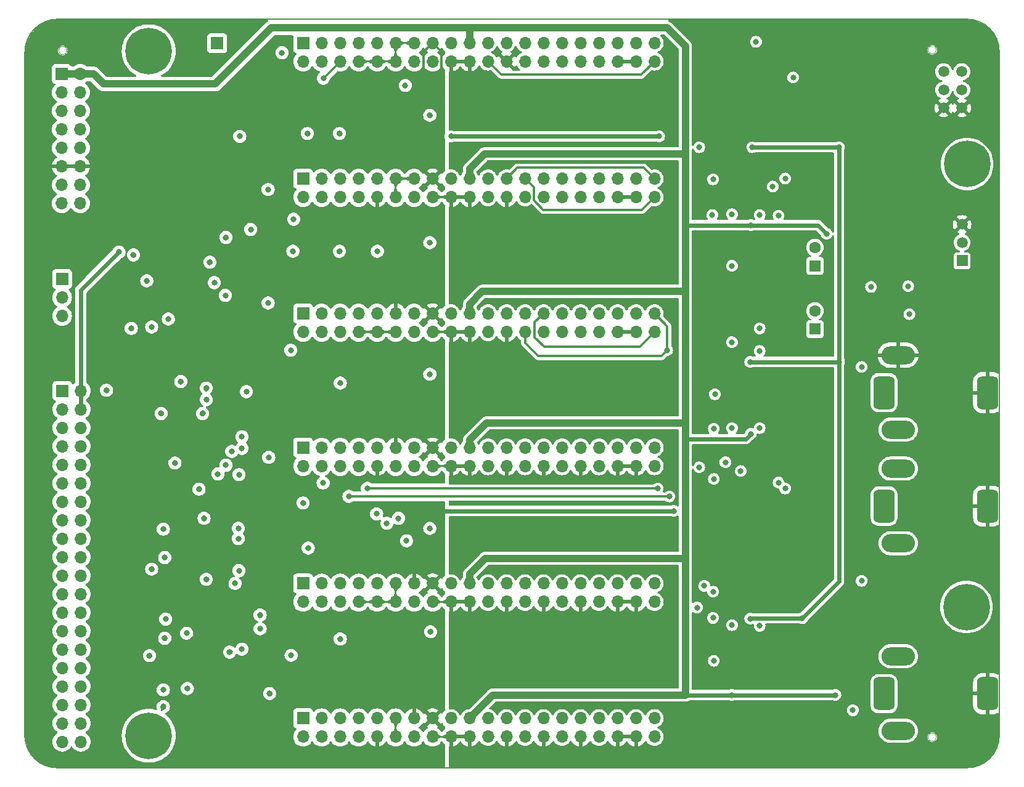
<source format=gbr>
G04 #@! TF.GenerationSoftware,KiCad,Pcbnew,7.0.11*
G04 #@! TF.CreationDate,2025-06-03T22:55:20-07:00*
G04 #@! TF.ProjectId,vca_backplane,7663615f-6261-4636-9b70-6c616e652e6b,0.3*
G04 #@! TF.SameCoordinates,Original*
G04 #@! TF.FileFunction,Copper,L3,Inr*
G04 #@! TF.FilePolarity,Positive*
%FSLAX46Y46*%
G04 Gerber Fmt 4.6, Leading zero omitted, Abs format (unit mm)*
G04 Created by KiCad (PCBNEW 7.0.11) date 2025-06-03 22:55:20*
%MOMM*%
%LPD*%
G01*
G04 APERTURE LIST*
G04 Aperture macros list*
%AMRoundRect*
0 Rectangle with rounded corners*
0 $1 Rounding radius*
0 $2 $3 $4 $5 $6 $7 $8 $9 X,Y pos of 4 corners*
0 Add a 4 corners polygon primitive as box body*
4,1,4,$2,$3,$4,$5,$6,$7,$8,$9,$2,$3,0*
0 Add four circle primitives for the rounded corners*
1,1,$1+$1,$2,$3*
1,1,$1+$1,$4,$5*
1,1,$1+$1,$6,$7*
1,1,$1+$1,$8,$9*
0 Add four rect primitives between the rounded corners*
20,1,$1+$1,$2,$3,$4,$5,0*
20,1,$1+$1,$4,$5,$6,$7,0*
20,1,$1+$1,$6,$7,$8,$9,0*
20,1,$1+$1,$8,$9,$2,$3,0*%
G04 Aperture macros list end*
G04 #@! TA.AperFunction,ComponentPad*
%ADD10C,6.400000*%
G04 #@! TD*
G04 #@! TA.AperFunction,ComponentPad*
%ADD11R,1.700000X1.700000*%
G04 #@! TD*
G04 #@! TA.AperFunction,ComponentPad*
%ADD12O,1.700000X1.700000*%
G04 #@! TD*
G04 #@! TA.AperFunction,ComponentPad*
%ADD13RoundRect,0.725000X0.725000X-1.575000X0.725000X1.575000X-0.725000X1.575000X-0.725000X-1.575000X0*%
G04 #@! TD*
G04 #@! TA.AperFunction,ComponentPad*
%ADD14O,4.600000X2.500000*%
G04 #@! TD*
G04 #@! TA.AperFunction,ComponentPad*
%ADD15C,1.508000*%
G04 #@! TD*
G04 #@! TA.AperFunction,ComponentPad*
%ADD16R,1.600000X1.600000*%
G04 #@! TD*
G04 #@! TA.AperFunction,ComponentPad*
%ADD17C,1.600000*%
G04 #@! TD*
G04 #@! TA.AperFunction,ComponentPad*
%ADD18R,1.508000X1.508000*%
G04 #@! TD*
G04 #@! TA.AperFunction,ViaPad*
%ADD19C,0.800000*%
G04 #@! TD*
G04 #@! TA.AperFunction,Conductor*
%ADD20C,0.600000*%
G04 #@! TD*
G04 #@! TA.AperFunction,Conductor*
%ADD21C,1.000000*%
G04 #@! TD*
G04 #@! TA.AperFunction,Conductor*
%ADD22C,0.300000*%
G04 #@! TD*
G04 #@! TA.AperFunction,Profile*
%ADD23C,0.150000*%
G04 #@! TD*
G04 #@! TA.AperFunction,Profile*
%ADD24C,0.050000*%
G04 #@! TD*
G04 APERTURE END LIST*
D10*
X55800000Y-44800000D03*
D11*
X77000000Y-62300000D03*
D12*
X77000000Y-64840000D03*
X79540000Y-62300000D03*
X79540000Y-64840000D03*
X82080000Y-62300000D03*
X82080000Y-64840000D03*
X84620000Y-62300000D03*
X84620000Y-64840000D03*
X87160000Y-62300000D03*
X87160000Y-64840000D03*
X89700000Y-62300000D03*
X89700000Y-64840000D03*
X92240000Y-62300000D03*
X92240000Y-64840000D03*
X94780000Y-62300000D03*
X94780000Y-64840000D03*
X97320000Y-62300000D03*
X97320000Y-64840000D03*
X99860000Y-62300000D03*
X99860000Y-64840000D03*
X102400000Y-62300000D03*
X102400000Y-64840000D03*
X104940000Y-62300000D03*
X104940000Y-64840000D03*
X107480000Y-62300000D03*
X107480000Y-64840000D03*
X110020000Y-62300000D03*
X110020000Y-64840000D03*
X112560000Y-62300000D03*
X112560000Y-64840000D03*
X115100000Y-62300000D03*
X115100000Y-64840000D03*
X117640000Y-62300000D03*
X117640000Y-64840000D03*
X120180000Y-62300000D03*
X120180000Y-64840000D03*
X122720000Y-62300000D03*
X122720000Y-64840000D03*
X125260000Y-62300000D03*
X125260000Y-64840000D03*
D11*
X77000000Y-80840000D03*
D12*
X77000000Y-83380000D03*
X79540000Y-80840000D03*
X79540000Y-83380000D03*
X82080000Y-80840000D03*
X82080000Y-83380000D03*
X84620000Y-80840000D03*
X84620000Y-83380000D03*
X87160000Y-80840000D03*
X87160000Y-83380000D03*
X89700000Y-80840000D03*
X89700000Y-83380000D03*
X92240000Y-80840000D03*
X92240000Y-83380000D03*
X94780000Y-80840000D03*
X94780000Y-83380000D03*
X97320000Y-80840000D03*
X97320000Y-83380000D03*
X99860000Y-80840000D03*
X99860000Y-83380000D03*
X102400000Y-80840000D03*
X102400000Y-83380000D03*
X104940000Y-80840000D03*
X104940000Y-83380000D03*
X107480000Y-80840000D03*
X107480000Y-83380000D03*
X110020000Y-80840000D03*
X110020000Y-83380000D03*
X112560000Y-80840000D03*
X112560000Y-83380000D03*
X115100000Y-80840000D03*
X115100000Y-83380000D03*
X117640000Y-80840000D03*
X117640000Y-83380000D03*
X120180000Y-80840000D03*
X120180000Y-83380000D03*
X122720000Y-80840000D03*
X122720000Y-83380000D03*
X125260000Y-80840000D03*
X125260000Y-83380000D03*
D11*
X77000000Y-117960000D03*
D12*
X77000000Y-120500000D03*
X79540000Y-117960000D03*
X79540000Y-120500000D03*
X82080000Y-117960000D03*
X82080000Y-120500000D03*
X84620000Y-117960000D03*
X84620000Y-120500000D03*
X87160000Y-117960000D03*
X87160000Y-120500000D03*
X89700000Y-117960000D03*
X89700000Y-120500000D03*
X92240000Y-117960000D03*
X92240000Y-120500000D03*
X94780000Y-117960000D03*
X94780000Y-120500000D03*
X97320000Y-117960000D03*
X97320000Y-120500000D03*
X99860000Y-117960000D03*
X99860000Y-120500000D03*
X102400000Y-117960000D03*
X102400000Y-120500000D03*
X104940000Y-117960000D03*
X104940000Y-120500000D03*
X107480000Y-117960000D03*
X107480000Y-120500000D03*
X110020000Y-117960000D03*
X110020000Y-120500000D03*
X112560000Y-117960000D03*
X112560000Y-120500000D03*
X115100000Y-117960000D03*
X115100000Y-120500000D03*
X117640000Y-117960000D03*
X117640000Y-120500000D03*
X120180000Y-117960000D03*
X120180000Y-120500000D03*
X122720000Y-117960000D03*
X122720000Y-120500000D03*
X125260000Y-117960000D03*
X125260000Y-120500000D03*
D13*
X170970000Y-107325000D03*
D14*
X158720000Y-112425000D03*
D13*
X156770000Y-107325000D03*
D14*
X158720000Y-102175000D03*
D13*
X170970000Y-91725000D03*
D14*
X158720000Y-96825000D03*
D13*
X156770000Y-91725000D03*
D14*
X158720000Y-86575000D03*
D11*
X43925000Y-91475000D03*
D12*
X46465000Y-91475000D03*
X43925000Y-94015000D03*
X46465000Y-94015000D03*
X43925000Y-96555000D03*
X46465000Y-96555000D03*
X43925000Y-99095000D03*
X46465000Y-99095000D03*
X43925000Y-101635000D03*
X46465000Y-101635000D03*
X43925000Y-104175000D03*
X46465000Y-104175000D03*
X43925000Y-106715000D03*
X46465000Y-106715000D03*
X43925000Y-109255000D03*
X46465000Y-109255000D03*
X43925000Y-111795000D03*
X46465000Y-111795000D03*
X43925000Y-114335000D03*
X46465000Y-114335000D03*
X43925000Y-116875000D03*
X46465000Y-116875000D03*
X43925000Y-119415000D03*
X46465000Y-119415000D03*
X43925000Y-121955000D03*
X46465000Y-121955000D03*
X43925000Y-124495000D03*
X46465000Y-124495000D03*
X43925000Y-127035000D03*
X46465000Y-127035000D03*
X43925000Y-129575000D03*
X46465000Y-129575000D03*
X43925000Y-132115000D03*
X46465000Y-132115000D03*
X43925000Y-134655000D03*
X46465000Y-134655000D03*
X43925000Y-137195000D03*
X46465000Y-137195000D03*
X43925000Y-139735000D03*
X46465000Y-139735000D03*
D10*
X55800000Y-138900000D03*
X168100000Y-121200000D03*
X168200000Y-60300000D03*
D15*
X164962500Y-52600000D03*
X164962500Y-50100000D03*
X164962500Y-47600000D03*
X167462500Y-52600000D03*
X167462500Y-50100000D03*
X167462500Y-47600000D03*
D11*
X65200000Y-43700000D03*
X77000000Y-99280000D03*
D12*
X77000000Y-101820000D03*
X79540000Y-99280000D03*
X79540000Y-101820000D03*
X82080000Y-99280000D03*
X82080000Y-101820000D03*
X84620000Y-99280000D03*
X84620000Y-101820000D03*
X87160000Y-99280000D03*
X87160000Y-101820000D03*
X89700000Y-99280000D03*
X89700000Y-101820000D03*
X92240000Y-99280000D03*
X92240000Y-101820000D03*
X94780000Y-99280000D03*
X94780000Y-101820000D03*
X97320000Y-99280000D03*
X97320000Y-101820000D03*
X99860000Y-99280000D03*
X99860000Y-101820000D03*
X102400000Y-99280000D03*
X102400000Y-101820000D03*
X104940000Y-99280000D03*
X104940000Y-101820000D03*
X107480000Y-99280000D03*
X107480000Y-101820000D03*
X110020000Y-99280000D03*
X110020000Y-101820000D03*
X112560000Y-99280000D03*
X112560000Y-101820000D03*
X115100000Y-99280000D03*
X115100000Y-101820000D03*
X117640000Y-99280000D03*
X117640000Y-101820000D03*
X120180000Y-99280000D03*
X120180000Y-101820000D03*
X122720000Y-99280000D03*
X122720000Y-101820000D03*
X125260000Y-99280000D03*
X125260000Y-101820000D03*
D11*
X77000000Y-43660000D03*
D12*
X77000000Y-46200000D03*
X79540000Y-43660000D03*
X79540000Y-46200000D03*
X82080000Y-43660000D03*
X82080000Y-46200000D03*
X84620000Y-43660000D03*
X84620000Y-46200000D03*
X87160000Y-43660000D03*
X87160000Y-46200000D03*
X89700000Y-43660000D03*
X89700000Y-46200000D03*
X92240000Y-43660000D03*
X92240000Y-46200000D03*
X94780000Y-43660000D03*
X94780000Y-46200000D03*
X97320000Y-43660000D03*
X97320000Y-46200000D03*
X99860000Y-43660000D03*
X99860000Y-46200000D03*
X102400000Y-43660000D03*
X102400000Y-46200000D03*
X104940000Y-43660000D03*
X104940000Y-46200000D03*
X107480000Y-43660000D03*
X107480000Y-46200000D03*
X110020000Y-43660000D03*
X110020000Y-46200000D03*
X112560000Y-43660000D03*
X112560000Y-46200000D03*
X115100000Y-43660000D03*
X115100000Y-46200000D03*
X117640000Y-43660000D03*
X117640000Y-46200000D03*
X120180000Y-43660000D03*
X120180000Y-46200000D03*
X122720000Y-43660000D03*
X122720000Y-46200000D03*
X125260000Y-43660000D03*
X125260000Y-46200000D03*
D11*
X43860000Y-47920000D03*
D12*
X46400000Y-47920000D03*
X43860000Y-50460000D03*
X46400000Y-50460000D03*
X43860000Y-53000000D03*
X46400000Y-53000000D03*
X43860000Y-55540000D03*
X46400000Y-55540000D03*
X43860000Y-58080000D03*
X46400000Y-58080000D03*
X43860000Y-60620000D03*
X46400000Y-60620000D03*
X43860000Y-63160000D03*
X46400000Y-63160000D03*
X43860000Y-65700000D03*
X46400000Y-65700000D03*
D11*
X77000000Y-136500000D03*
D12*
X77000000Y-139040000D03*
X79540000Y-136500000D03*
X79540000Y-139040000D03*
X82080000Y-136500000D03*
X82080000Y-139040000D03*
X84620000Y-136500000D03*
X84620000Y-139040000D03*
X87160000Y-136500000D03*
X87160000Y-139040000D03*
X89700000Y-136500000D03*
X89700000Y-139040000D03*
X92240000Y-136500000D03*
X92240000Y-139040000D03*
X94780000Y-136500000D03*
X94780000Y-139040000D03*
X97320000Y-136500000D03*
X97320000Y-139040000D03*
X99860000Y-136500000D03*
X99860000Y-139040000D03*
X102400000Y-136500000D03*
X102400000Y-139040000D03*
X104940000Y-136500000D03*
X104940000Y-139040000D03*
X107480000Y-136500000D03*
X107480000Y-139040000D03*
X110020000Y-136500000D03*
X110020000Y-139040000D03*
X112560000Y-136500000D03*
X112560000Y-139040000D03*
X115100000Y-136500000D03*
X115100000Y-139040000D03*
X117640000Y-136500000D03*
X117640000Y-139040000D03*
X120180000Y-136500000D03*
X120180000Y-139040000D03*
X122720000Y-136500000D03*
X122720000Y-139040000D03*
X125260000Y-136500000D03*
X125260000Y-139040000D03*
D11*
X43900000Y-76100000D03*
D12*
X43900000Y-78640000D03*
X43900000Y-81180000D03*
D16*
X147300000Y-83000000D03*
D17*
X147300000Y-80500000D03*
D18*
X167500000Y-73600000D03*
D15*
X167500000Y-71100000D03*
X167500000Y-68600000D03*
D13*
X170970000Y-133125000D03*
D14*
X158720000Y-138225000D03*
D13*
X156770000Y-133125000D03*
D14*
X158720000Y-127975000D03*
D16*
X147300000Y-74282380D03*
D17*
X147300000Y-71782380D03*
D19*
X155800000Y-58800000D03*
X58000000Y-114400000D03*
X63200000Y-94600000D03*
X161300000Y-72400000D03*
X53700000Y-72800000D03*
X151700000Y-123400000D03*
X64200000Y-73800000D03*
X137100000Y-136000000D03*
X138300000Y-70600000D03*
X57500000Y-94600000D03*
X94500000Y-124600000D03*
X82000000Y-72300000D03*
X94400000Y-110400000D03*
X138600000Y-98900000D03*
X66400000Y-70400000D03*
X117600000Y-72200000D03*
X158500000Y-68100000D03*
X102600000Y-111500000D03*
X117600000Y-90300000D03*
X77700000Y-113100000D03*
X112600000Y-111500000D03*
X160100000Y-82200000D03*
X138400000Y-63800000D03*
X62700000Y-105000000D03*
X99500000Y-111500000D03*
X56200000Y-116000000D03*
X50000000Y-91400000D03*
X137800000Y-48200000D03*
X63400000Y-109000000D03*
X102600000Y-72200000D03*
X127500000Y-130600000D03*
X107500000Y-111500000D03*
X152600000Y-133500000D03*
X57800000Y-134900000D03*
X152600000Y-52400000D03*
X153400000Y-56800000D03*
X117700000Y-125700000D03*
X136200000Y-55700000D03*
X150000000Y-128500000D03*
X148700000Y-51500000D03*
X127300000Y-97600000D03*
X71100000Y-122300000D03*
X138400000Y-93300000D03*
X107500000Y-90300000D03*
X112600000Y-72200000D03*
X107600000Y-125700000D03*
X55900000Y-127900000D03*
X99500000Y-90300000D03*
X63700000Y-91100000D03*
X131000000Y-108700000D03*
X151200000Y-45700000D03*
X63700000Y-117400000D03*
X82000000Y-56100000D03*
X127400000Y-124000000D03*
X77000000Y-106900000D03*
X107500000Y-72200000D03*
X66900000Y-127400000D03*
X112600000Y-54700000D03*
X112600000Y-90300000D03*
X94400000Y-89200000D03*
X82100000Y-90400000D03*
X94400000Y-53600000D03*
X107500000Y-54700000D03*
X55535000Y-76365000D03*
X117600000Y-111500000D03*
X137900000Y-110200000D03*
X102600000Y-90300000D03*
X102600000Y-54700000D03*
X149400000Y-84500000D03*
X112700000Y-125700000D03*
X61100000Y-132400000D03*
X127600000Y-88300000D03*
X136200000Y-43900000D03*
X141400000Y-114300000D03*
X145500000Y-121200000D03*
X77600000Y-56100000D03*
X138500000Y-132100000D03*
X148400000Y-48400000D03*
X117600000Y-54700000D03*
X82100000Y-125600000D03*
X138300000Y-85900000D03*
X99500000Y-54700000D03*
X94400000Y-71100000D03*
X99500000Y-72200000D03*
X60200000Y-90200000D03*
X164700000Y-90800000D03*
X138500000Y-121300000D03*
X99600000Y-125700000D03*
X75600000Y-72300000D03*
X72400000Y-133100000D03*
X102700000Y-125700000D03*
X58000000Y-125500000D03*
X151800000Y-73400000D03*
X59400000Y-101400000D03*
X53400000Y-82900000D03*
X87200000Y-72300000D03*
X51700000Y-72400000D03*
X150100000Y-133300000D03*
X138500000Y-68700000D03*
X138500000Y-97400000D03*
X135900000Y-133300000D03*
X148900000Y-69900000D03*
X145550000Y-122750000D03*
X138400000Y-87500000D03*
X97320000Y-56500000D03*
X138400000Y-122800000D03*
X125900000Y-56500000D03*
X150600000Y-58000000D03*
X138700000Y-58000000D03*
X150600000Y-87500000D03*
X65300000Y-127400000D03*
X64300000Y-104400000D03*
X64900000Y-70400000D03*
X65300000Y-117400000D03*
X61100000Y-123500000D03*
X139200000Y-43500000D03*
X127900000Y-108000000D03*
X58500000Y-81600000D03*
X56200000Y-82700000D03*
X63700000Y-92700000D03*
X57800000Y-110500000D03*
X85820000Y-104900000D03*
X125700000Y-104900000D03*
X64800000Y-76600000D03*
X68300000Y-56500000D03*
X127300000Y-106000000D03*
X83300000Y-106000000D03*
X66327500Y-78360000D03*
X68600000Y-97800000D03*
X68600000Y-99400000D03*
X69800000Y-69300000D03*
X69200000Y-91600000D03*
X67200000Y-99800000D03*
X88500000Y-109700000D03*
X65300000Y-102900000D03*
X66400000Y-101700000D03*
X87100000Y-108400000D03*
X141500000Y-63400000D03*
X57800000Y-132600000D03*
X58125000Y-122875000D03*
X68200000Y-103000000D03*
X131400000Y-58000000D03*
X131100000Y-121275000D03*
X127000000Y-85900000D03*
X79790000Y-48490000D03*
X74100000Y-45000000D03*
X75700000Y-67900000D03*
X72200000Y-63800000D03*
X75300000Y-85900000D03*
X72200000Y-79400000D03*
X79750000Y-104150000D03*
X72280000Y-100620000D03*
X75350000Y-127850000D03*
X71100000Y-124200000D03*
X68600000Y-127000000D03*
X68100000Y-110400000D03*
X90100000Y-109000000D03*
X91200000Y-112100000D03*
X68100000Y-111800000D03*
X91040000Y-49500000D03*
X68200000Y-116200000D03*
X139700000Y-82900000D03*
X139700000Y-96600000D03*
X139700000Y-123800000D03*
X139700000Y-86000000D03*
X139700000Y-67300000D03*
X61000000Y-124800000D03*
X144300000Y-48400000D03*
X132100000Y-118300000D03*
X133400000Y-128600000D03*
X133300000Y-119100000D03*
X133300000Y-122700000D03*
X135000000Y-101300000D03*
X133400000Y-96700000D03*
X133550000Y-91950000D03*
X137100000Y-102500000D03*
X133200000Y-67300000D03*
X133400000Y-103600000D03*
X133300000Y-62400000D03*
X131400000Y-102000000D03*
X160100000Y-77100000D03*
X155000000Y-77200000D03*
X135900000Y-67200000D03*
X135900000Y-84800000D03*
X135900000Y-123700000D03*
X135900000Y-74300000D03*
X135900000Y-96600000D03*
X67650000Y-117950000D03*
X143200000Y-62300000D03*
X143200000Y-104900000D03*
X142300000Y-67400000D03*
X142300000Y-104100000D03*
X153700000Y-117600000D03*
X153700000Y-88200000D03*
X152500000Y-135400000D03*
X160260000Y-80940000D03*
D20*
X46465000Y-77635000D02*
X51700000Y-72400000D01*
X46465000Y-94015000D02*
X46465000Y-91475000D01*
X46465000Y-91475000D02*
X46465000Y-77635000D01*
D21*
X99860000Y-79540000D02*
X101600000Y-77800000D01*
X129500000Y-133300000D02*
X103060000Y-133300000D01*
X129500000Y-77800000D02*
X129500000Y-93900000D01*
D20*
X138500000Y-97400000D02*
X137800000Y-98100000D01*
D21*
X101900000Y-58900000D02*
X129500000Y-58900000D01*
X129500000Y-98900000D02*
X129500000Y-113500000D01*
X99860000Y-43660000D02*
X99860000Y-41640000D01*
X72610000Y-41600000D02*
X99900000Y-41600000D01*
D20*
X147700000Y-68700000D02*
X129500000Y-68700000D01*
D21*
X99860000Y-41640000D02*
X99900000Y-41600000D01*
X99860000Y-62300000D02*
X99860000Y-60940000D01*
X129500000Y-93900000D02*
X129500000Y-95900000D01*
X99860000Y-116640000D02*
X102000000Y-114500000D01*
X129500000Y-96400000D02*
X129500000Y-98100000D01*
X99900000Y-41600000D02*
X127000000Y-41600000D01*
X46400000Y-47920000D02*
X48220000Y-47920000D01*
X99860000Y-117960000D02*
X99860000Y-116640000D01*
X129500000Y-95900000D02*
X129500000Y-96400000D01*
X101600000Y-77800000D02*
X129500000Y-77800000D01*
X49600000Y-49300000D02*
X64910000Y-49300000D01*
X43860000Y-47920000D02*
X46400000Y-47920000D01*
X103060000Y-133300000D02*
X99860000Y-136500000D01*
D20*
X137800000Y-98100000D02*
X129500000Y-98100000D01*
D21*
X99860000Y-99280000D02*
X99860000Y-98240000D01*
X129500000Y-59500000D02*
X129500000Y-68700000D01*
X48220000Y-47920000D02*
X49600000Y-49300000D01*
X129500000Y-113500000D02*
X129500000Y-114500000D01*
X99860000Y-80840000D02*
X99860000Y-79540000D01*
X102000000Y-114500000D02*
X129500000Y-114500000D01*
D20*
X135900000Y-133300000D02*
X149400000Y-133300000D01*
D21*
X129500000Y-58900000D02*
X129500000Y-59500000D01*
X129500000Y-114500000D02*
X129500000Y-133300000D01*
X64910000Y-49300000D02*
X72610000Y-41600000D01*
X102200000Y-95900000D02*
X129500000Y-95900000D01*
D20*
X149400000Y-133300000D02*
X150100000Y-133300000D01*
D21*
X129500000Y-44100000D02*
X129500000Y-58900000D01*
X127000000Y-41600000D02*
X129500000Y-44100000D01*
X99860000Y-98240000D02*
X102200000Y-95900000D01*
X99800000Y-43600000D02*
X99860000Y-43660000D01*
X99860000Y-60940000D02*
X101900000Y-58900000D01*
D20*
X129500000Y-133300000D02*
X135900000Y-133300000D01*
X148900000Y-69900000D02*
X147700000Y-68700000D01*
D21*
X129500000Y-68700000D02*
X129500000Y-77800000D01*
X129500000Y-98100000D02*
X129500000Y-98900000D01*
D20*
X150600000Y-117700000D02*
X150600000Y-87500000D01*
X125900000Y-56500000D02*
X97320000Y-56500000D01*
X138700000Y-58000000D02*
X150600000Y-58000000D01*
X145550000Y-122750000D02*
X150600000Y-117700000D01*
X138400000Y-87500000D02*
X150600000Y-87500000D01*
X145550000Y-122750000D02*
X138450000Y-122750000D01*
X138450000Y-122750000D02*
X138400000Y-122800000D01*
X150600000Y-81000000D02*
X150600000Y-58000000D01*
X150600000Y-87500000D02*
X150600000Y-81000000D01*
D22*
X95980000Y-44860000D02*
X95980000Y-48020000D01*
X95980000Y-48020000D02*
X95500000Y-48500000D01*
X94780000Y-43660000D02*
X93580000Y-44860000D01*
D20*
X127900000Y-108000000D02*
X95800000Y-108000000D01*
D22*
X94780000Y-43660000D02*
X95980000Y-44860000D01*
X93580000Y-44860000D02*
X93580000Y-48180000D01*
X85820000Y-104900000D02*
X125700000Y-104900000D01*
X127300000Y-106000000D02*
X83300000Y-106000000D01*
X104200000Y-48000000D02*
X102400000Y-46200000D01*
X123460000Y-48000000D02*
X104200000Y-48000000D01*
X125260000Y-46200000D02*
X123460000Y-48000000D01*
X125260000Y-83380000D02*
X123240000Y-85400000D01*
X108820000Y-82040000D02*
X110020000Y-80840000D01*
X110100000Y-85400000D02*
X108820000Y-84120000D01*
X108820000Y-84120000D02*
X108820000Y-82040000D01*
X123240000Y-85400000D02*
X110100000Y-85400000D01*
X126200000Y-86700000D02*
X109300000Y-86700000D01*
X127000000Y-85900000D02*
X126200000Y-86700000D01*
X127000000Y-82580000D02*
X125260000Y-80840000D01*
X109300000Y-86700000D02*
X107480000Y-84880000D01*
X127000000Y-85900000D02*
X127000000Y-82580000D01*
X107480000Y-84880000D02*
X107480000Y-83380000D01*
X108680000Y-65280000D02*
X108680000Y-63500000D01*
X123500000Y-66600000D02*
X110000000Y-66600000D01*
X125260000Y-64840000D02*
X123500000Y-66600000D01*
X110000000Y-66600000D02*
X108680000Y-65280000D01*
X108680000Y-63500000D02*
X107480000Y-62300000D01*
X106440000Y-60800000D02*
X104940000Y-62300000D01*
X123760000Y-60800000D02*
X106440000Y-60800000D01*
X125260000Y-62300000D02*
X123760000Y-60800000D01*
X79790000Y-48490000D02*
X82080000Y-46200000D01*
G04 #@! TA.AperFunction,Conductor*
G36*
X166263878Y-50270768D02*
G01*
X166317922Y-50316808D01*
X166333690Y-50351336D01*
X166364607Y-50460000D01*
X166381349Y-50518840D01*
X166476719Y-50710370D01*
X166476720Y-50710371D01*
X166476721Y-50710373D01*
X166605655Y-50881110D01*
X166763778Y-51025258D01*
X166763779Y-51025259D01*
X166945678Y-51137886D01*
X166945681Y-51137887D01*
X166945690Y-51137893D01*
X167034963Y-51172477D01*
X167091256Y-51215736D01*
X167115227Y-51282563D01*
X167099263Y-51351742D01*
X167048432Y-51401308D01*
X167032552Y-51408365D01*
X167029227Y-51409575D01*
X166829086Y-51502902D01*
X166767639Y-51545927D01*
X166767639Y-51545928D01*
X167334913Y-52113202D01*
X167320185Y-52115320D01*
X167189400Y-52175048D01*
X167080739Y-52269202D01*
X167003007Y-52390156D01*
X166978138Y-52474849D01*
X166408428Y-51905139D01*
X166408427Y-51905139D01*
X166365402Y-51966586D01*
X166326695Y-52049595D01*
X166279778Y-52102880D01*
X166211500Y-52122341D01*
X166143540Y-52101799D01*
X166098305Y-52049595D01*
X166059599Y-51966590D01*
X166016569Y-51905139D01*
X165446860Y-52474848D01*
X165421993Y-52390156D01*
X165344261Y-52269202D01*
X165235600Y-52175048D01*
X165104815Y-52115320D01*
X165090086Y-52113202D01*
X165657360Y-51545928D01*
X165595912Y-51502902D01*
X165395766Y-51409572D01*
X165392452Y-51408366D01*
X165391197Y-51407441D01*
X165390792Y-51407253D01*
X165390829Y-51407171D01*
X165335283Y-51366268D01*
X165309950Y-51299945D01*
X165324495Y-51230455D01*
X165374300Y-51179859D01*
X165390022Y-51172483D01*
X165479310Y-51137893D01*
X165661222Y-51025258D01*
X165819341Y-50881114D01*
X165948281Y-50710370D01*
X166043651Y-50518840D01*
X166091310Y-50351335D01*
X166129190Y-50291289D01*
X166193521Y-50261255D01*
X166263878Y-50270768D01*
G37*
G04 #@! TD.AperFunction*
G04 #@! TA.AperFunction,Conductor*
G36*
X168202898Y-40475634D02*
G01*
X168593196Y-40493679D01*
X168604784Y-40494753D01*
X168669706Y-40503809D01*
X168988873Y-40548330D01*
X169000284Y-40550464D01*
X169377788Y-40639252D01*
X169388976Y-40642435D01*
X169756676Y-40765676D01*
X169767508Y-40769872D01*
X170122276Y-40926517D01*
X170132684Y-40931700D01*
X170294453Y-41021805D01*
X170471461Y-41120398D01*
X170481354Y-41126523D01*
X170801298Y-41345690D01*
X170810564Y-41352688D01*
X170984561Y-41497172D01*
X171108922Y-41600440D01*
X171117522Y-41608281D01*
X171391718Y-41882477D01*
X171399559Y-41891077D01*
X171647309Y-42189432D01*
X171654317Y-42198712D01*
X171873475Y-42518643D01*
X171879601Y-42528538D01*
X172068297Y-42867311D01*
X172073485Y-42877729D01*
X172230123Y-43232481D01*
X172234327Y-43243333D01*
X172357563Y-43611020D01*
X172360748Y-43622214D01*
X172449532Y-43999699D01*
X172451671Y-44011140D01*
X172505246Y-44395215D01*
X172506320Y-44406802D01*
X172522054Y-44747100D01*
X172523884Y-44786687D01*
X172524366Y-44797100D01*
X172524500Y-44802920D01*
X172524500Y-44824530D01*
X172525031Y-88984471D01*
X172505030Y-89052592D01*
X172451375Y-89099086D01*
X172381101Y-89109191D01*
X172327274Y-89088044D01*
X172305958Y-89073275D01*
X172305953Y-89073273D01*
X172103885Y-88981490D01*
X172103876Y-88981487D01*
X171888666Y-88927259D01*
X171758323Y-88917000D01*
X171224000Y-88917000D01*
X171224000Y-90502031D01*
X171136260Y-90451375D01*
X171004008Y-90421190D01*
X170868735Y-90431327D01*
X170742459Y-90480887D01*
X170716000Y-90501987D01*
X170716000Y-88917000D01*
X170181677Y-88917000D01*
X170051333Y-88927259D01*
X169836123Y-88981487D01*
X169836114Y-88981490D01*
X169634046Y-89073273D01*
X169634038Y-89073277D01*
X169451612Y-89199663D01*
X169451595Y-89199677D01*
X169294677Y-89356595D01*
X169294663Y-89356612D01*
X169168277Y-89539038D01*
X169168273Y-89539046D01*
X169076490Y-89741114D01*
X169076487Y-89741123D01*
X169022259Y-89956333D01*
X169012000Y-90086677D01*
X169012000Y-91471000D01*
X170520000Y-91471000D01*
X170520000Y-91979000D01*
X169012000Y-91979000D01*
X169012000Y-93363322D01*
X169022259Y-93493666D01*
X169076487Y-93708876D01*
X169076490Y-93708885D01*
X169168273Y-93910953D01*
X169168277Y-93910961D01*
X169294663Y-94093387D01*
X169294677Y-94093404D01*
X169451595Y-94250322D01*
X169451612Y-94250336D01*
X169634038Y-94376722D01*
X169634046Y-94376726D01*
X169836114Y-94468509D01*
X169836123Y-94468512D01*
X170051333Y-94522740D01*
X170181677Y-94533000D01*
X170716000Y-94533000D01*
X170716000Y-92947968D01*
X170803740Y-92998625D01*
X170935992Y-93028810D01*
X171071265Y-93018673D01*
X171197541Y-92969113D01*
X171224000Y-92948012D01*
X171224000Y-94533000D01*
X171758323Y-94533000D01*
X171888666Y-94522740D01*
X172103876Y-94468512D01*
X172103885Y-94468509D01*
X172305953Y-94376726D01*
X172305963Y-94376720D01*
X172327343Y-94361909D01*
X172394729Y-94339556D01*
X172463502Y-94357183D01*
X172511828Y-94409194D01*
X172525099Y-94465478D01*
X172525220Y-104584602D01*
X172505219Y-104652723D01*
X172451564Y-104699217D01*
X172381290Y-104709322D01*
X172327463Y-104688175D01*
X172305958Y-104673275D01*
X172305953Y-104673273D01*
X172103885Y-104581490D01*
X172103876Y-104581487D01*
X171888666Y-104527259D01*
X171758323Y-104517000D01*
X171224000Y-104517000D01*
X171224000Y-106102031D01*
X171136260Y-106051375D01*
X171004008Y-106021190D01*
X170868735Y-106031327D01*
X170742459Y-106080887D01*
X170716000Y-106101987D01*
X170716000Y-104517000D01*
X170181677Y-104517000D01*
X170051333Y-104527259D01*
X169836123Y-104581487D01*
X169836114Y-104581490D01*
X169634046Y-104673273D01*
X169634038Y-104673277D01*
X169451612Y-104799663D01*
X169451595Y-104799677D01*
X169294677Y-104956595D01*
X169294663Y-104956612D01*
X169168277Y-105139038D01*
X169168273Y-105139046D01*
X169076490Y-105341114D01*
X169076487Y-105341123D01*
X169022259Y-105556333D01*
X169012000Y-105686677D01*
X169012000Y-107071000D01*
X170520000Y-107071000D01*
X170520000Y-107579000D01*
X169012000Y-107579000D01*
X169012000Y-108963322D01*
X169022259Y-109093666D01*
X169076487Y-109308876D01*
X169076490Y-109308885D01*
X169168273Y-109510953D01*
X169168277Y-109510961D01*
X169294663Y-109693387D01*
X169294677Y-109693404D01*
X169451595Y-109850322D01*
X169451612Y-109850336D01*
X169634038Y-109976722D01*
X169634046Y-109976726D01*
X169836114Y-110068509D01*
X169836123Y-110068512D01*
X170051333Y-110122740D01*
X170181677Y-110133000D01*
X170716000Y-110133000D01*
X170716000Y-108547968D01*
X170803740Y-108598625D01*
X170935992Y-108628810D01*
X171071265Y-108618673D01*
X171197541Y-108569113D01*
X171224000Y-108548012D01*
X171224000Y-110133000D01*
X171758323Y-110133000D01*
X171888666Y-110122740D01*
X172103876Y-110068512D01*
X172103885Y-110068509D01*
X172305953Y-109976726D01*
X172305956Y-109976725D01*
X172327531Y-109961778D01*
X172394918Y-109939426D01*
X172463691Y-109957054D01*
X172512017Y-110009065D01*
X172525287Y-110065348D01*
X172525531Y-130384817D01*
X172505530Y-130452938D01*
X172451875Y-130499432D01*
X172381601Y-130509537D01*
X172327776Y-130488391D01*
X172305961Y-130473277D01*
X172305953Y-130473273D01*
X172103885Y-130381490D01*
X172103876Y-130381487D01*
X171888666Y-130327259D01*
X171758323Y-130317000D01*
X171224000Y-130317000D01*
X171224000Y-131902031D01*
X171136260Y-131851375D01*
X171004008Y-131821190D01*
X170868735Y-131831327D01*
X170742459Y-131880887D01*
X170716000Y-131901987D01*
X170716000Y-130317000D01*
X170181677Y-130317000D01*
X170051333Y-130327259D01*
X169836123Y-130381487D01*
X169836114Y-130381490D01*
X169634046Y-130473273D01*
X169634038Y-130473277D01*
X169451612Y-130599663D01*
X169451595Y-130599677D01*
X169294677Y-130756595D01*
X169294663Y-130756612D01*
X169168277Y-130939038D01*
X169168273Y-130939046D01*
X169076490Y-131141114D01*
X169076487Y-131141123D01*
X169022259Y-131356333D01*
X169012000Y-131486677D01*
X169012000Y-132871000D01*
X170520000Y-132871000D01*
X170520000Y-133379000D01*
X169012000Y-133379000D01*
X169012000Y-134763322D01*
X169022259Y-134893666D01*
X169076487Y-135108876D01*
X169076490Y-135108885D01*
X169168273Y-135310953D01*
X169168277Y-135310961D01*
X169294663Y-135493387D01*
X169294677Y-135493404D01*
X169451595Y-135650322D01*
X169451612Y-135650336D01*
X169634038Y-135776722D01*
X169634046Y-135776726D01*
X169836114Y-135868509D01*
X169836123Y-135868512D01*
X170051333Y-135922740D01*
X170181677Y-135933000D01*
X170716000Y-135933000D01*
X170716000Y-134347968D01*
X170803740Y-134398625D01*
X170935992Y-134428810D01*
X171071265Y-134418673D01*
X171197541Y-134369113D01*
X171224000Y-134348012D01*
X171224000Y-135933000D01*
X171758323Y-135933000D01*
X171888666Y-135922740D01*
X172103876Y-135868512D01*
X172103885Y-135868509D01*
X172305953Y-135776726D01*
X172305957Y-135776724D01*
X172327841Y-135761563D01*
X172395227Y-135739210D01*
X172464000Y-135756837D01*
X172512327Y-135808847D01*
X172525598Y-135865132D01*
X172525635Y-138875468D01*
X172525635Y-138897199D01*
X172525512Y-138902775D01*
X172508941Y-139276869D01*
X172507955Y-139287976D01*
X172458747Y-139656360D01*
X172456783Y-139667336D01*
X172375198Y-140029925D01*
X172372271Y-140040686D01*
X172258945Y-140394647D01*
X172255078Y-140405106D01*
X172110905Y-140747654D01*
X172106129Y-140757730D01*
X171932231Y-141086198D01*
X171926582Y-141095813D01*
X171724327Y-141407613D01*
X171717851Y-141416690D01*
X171488815Y-141709395D01*
X171481561Y-141717864D01*
X171227553Y-141989163D01*
X171219579Y-141996958D01*
X170942571Y-142244745D01*
X170933946Y-142251799D01*
X170648476Y-142464895D01*
X170636118Y-142474121D01*
X170626896Y-142480389D01*
X170310569Y-142675513D01*
X170300829Y-142680941D01*
X169968507Y-142847326D01*
X169958325Y-142851873D01*
X169612581Y-142988230D01*
X169602036Y-142991858D01*
X169245588Y-143097113D01*
X169234764Y-143099794D01*
X168870430Y-143173117D01*
X168859412Y-143174832D01*
X168489991Y-143215659D01*
X168478864Y-143216392D01*
X168104508Y-143224457D01*
X168098937Y-143224454D01*
X168062818Y-143223634D01*
X168056924Y-143224499D01*
X97131500Y-143224499D01*
X97063379Y-143204497D01*
X97016886Y-143150841D01*
X97005500Y-143098499D01*
X97005500Y-140484036D01*
X97025502Y-140415915D01*
X97050066Y-140387887D01*
X97066000Y-140374391D01*
X97066000Y-139473674D01*
X97177685Y-139524680D01*
X97284237Y-139540000D01*
X97355763Y-139540000D01*
X97462315Y-139524680D01*
X97574000Y-139473674D01*
X97574000Y-140374390D01*
X97654507Y-140360957D01*
X97654516Y-140360955D01*
X97867369Y-140287883D01*
X97867371Y-140287882D01*
X98065300Y-140180768D01*
X98065301Y-140180767D01*
X98242902Y-140042534D01*
X98395327Y-139876955D01*
X98484517Y-139740441D01*
X98538521Y-139694352D01*
X98608868Y-139684777D01*
X98673226Y-139714754D01*
X98695483Y-139740441D01*
X98784672Y-139876955D01*
X98937097Y-140042534D01*
X99114698Y-140180767D01*
X99114699Y-140180768D01*
X99312628Y-140287882D01*
X99312630Y-140287883D01*
X99525483Y-140360955D01*
X99525492Y-140360957D01*
X99606000Y-140374391D01*
X99606000Y-139473674D01*
X99717685Y-139524680D01*
X99824237Y-139540000D01*
X99895763Y-139540000D01*
X100002315Y-139524680D01*
X100114000Y-139473674D01*
X100114000Y-140374390D01*
X100194507Y-140360957D01*
X100194516Y-140360955D01*
X100407369Y-140287883D01*
X100407371Y-140287882D01*
X100605300Y-140180768D01*
X100605301Y-140180767D01*
X100782902Y-140042534D01*
X100935325Y-139876958D01*
X101058419Y-139688549D01*
X101074616Y-139651623D01*
X101120296Y-139597274D01*
X101188108Y-139576249D01*
X101256522Y-139595224D01*
X101303817Y-139648174D01*
X101304198Y-139648983D01*
X101312897Y-139667638D01*
X101405279Y-139799573D01*
X101438402Y-139846877D01*
X101593123Y-140001598D01*
X101772361Y-140127102D01*
X101970670Y-140219575D01*
X102182023Y-140276207D01*
X102400000Y-140295277D01*
X102617977Y-140276207D01*
X102829330Y-140219575D01*
X103027639Y-140127102D01*
X103206877Y-140001598D01*
X103361598Y-139846877D01*
X103487102Y-139667639D01*
X103495800Y-139648985D01*
X103542715Y-139595701D01*
X103610992Y-139576239D01*
X103678953Y-139596780D01*
X103725019Y-139650802D01*
X103725382Y-139651621D01*
X103741580Y-139688548D01*
X103864674Y-139876958D01*
X104017097Y-140042534D01*
X104194698Y-140180767D01*
X104194699Y-140180768D01*
X104392628Y-140287882D01*
X104392630Y-140287883D01*
X104605483Y-140360955D01*
X104605492Y-140360957D01*
X104686000Y-140374391D01*
X104686000Y-139473674D01*
X104797685Y-139524680D01*
X104904237Y-139540000D01*
X104975763Y-139540000D01*
X105082315Y-139524680D01*
X105194000Y-139473674D01*
X105194000Y-140374390D01*
X105274507Y-140360957D01*
X105274516Y-140360955D01*
X105487369Y-140287883D01*
X105487371Y-140287882D01*
X105685300Y-140180768D01*
X105685301Y-140180767D01*
X105862902Y-140042534D01*
X106015325Y-139876958D01*
X106138419Y-139688549D01*
X106154616Y-139651623D01*
X106200296Y-139597274D01*
X106268108Y-139576249D01*
X106336522Y-139595224D01*
X106383817Y-139648174D01*
X106384198Y-139648983D01*
X106392897Y-139667638D01*
X106485279Y-139799573D01*
X106518402Y-139846877D01*
X106673123Y-140001598D01*
X106852361Y-140127102D01*
X107050670Y-140219575D01*
X107262023Y-140276207D01*
X107480000Y-140295277D01*
X107697977Y-140276207D01*
X107909330Y-140219575D01*
X108107639Y-140127102D01*
X108286877Y-140001598D01*
X108441598Y-139846877D01*
X108567102Y-139667639D01*
X108575800Y-139648985D01*
X108622715Y-139595701D01*
X108690992Y-139576239D01*
X108758953Y-139596780D01*
X108805019Y-139650802D01*
X108805382Y-139651621D01*
X108821580Y-139688548D01*
X108944674Y-139876958D01*
X109097097Y-140042534D01*
X109274698Y-140180767D01*
X109274699Y-140180768D01*
X109472628Y-140287882D01*
X109472630Y-140287883D01*
X109685483Y-140360955D01*
X109685492Y-140360957D01*
X109766000Y-140374391D01*
X109766000Y-139473674D01*
X109877685Y-139524680D01*
X109984237Y-139540000D01*
X110055763Y-139540000D01*
X110162315Y-139524680D01*
X110274000Y-139473674D01*
X110274000Y-140374391D01*
X110354507Y-140360957D01*
X110354516Y-140360955D01*
X110567369Y-140287883D01*
X110567371Y-140287882D01*
X110765300Y-140180768D01*
X110765301Y-140180767D01*
X110942902Y-140042534D01*
X111095325Y-139876958D01*
X111218419Y-139688549D01*
X111234616Y-139651623D01*
X111280296Y-139597274D01*
X111348108Y-139576249D01*
X111416522Y-139595224D01*
X111463817Y-139648174D01*
X111464198Y-139648983D01*
X111472897Y-139667638D01*
X111565279Y-139799573D01*
X111598402Y-139846877D01*
X111753123Y-140001598D01*
X111932361Y-140127102D01*
X112130670Y-140219575D01*
X112342023Y-140276207D01*
X112560000Y-140295277D01*
X112777977Y-140276207D01*
X112989330Y-140219575D01*
X113187639Y-140127102D01*
X113366877Y-140001598D01*
X113521598Y-139846877D01*
X113647102Y-139667639D01*
X113655800Y-139648985D01*
X113702715Y-139595701D01*
X113770992Y-139576239D01*
X113838953Y-139596780D01*
X113885019Y-139650802D01*
X113885382Y-139651621D01*
X113901580Y-139688548D01*
X114024674Y-139876958D01*
X114177097Y-140042534D01*
X114354698Y-140180767D01*
X114354699Y-140180768D01*
X114552628Y-140287882D01*
X114552630Y-140287883D01*
X114765483Y-140360955D01*
X114765492Y-140360957D01*
X114846000Y-140374391D01*
X114846000Y-139473674D01*
X114957685Y-139524680D01*
X115064237Y-139540000D01*
X115135763Y-139540000D01*
X115242315Y-139524680D01*
X115354000Y-139473674D01*
X115354000Y-140374391D01*
X115434507Y-140360957D01*
X115434516Y-140360955D01*
X115647369Y-140287883D01*
X115647371Y-140287882D01*
X115845300Y-140180768D01*
X115845301Y-140180767D01*
X116022902Y-140042534D01*
X116175325Y-139876958D01*
X116298419Y-139688549D01*
X116314616Y-139651623D01*
X116360296Y-139597274D01*
X116428108Y-139576249D01*
X116496522Y-139595224D01*
X116543817Y-139648174D01*
X116544198Y-139648983D01*
X116552897Y-139667638D01*
X116645279Y-139799573D01*
X116678402Y-139846877D01*
X116833123Y-140001598D01*
X117012361Y-140127102D01*
X117210670Y-140219575D01*
X117422023Y-140276207D01*
X117640000Y-140295277D01*
X117857977Y-140276207D01*
X118069330Y-140219575D01*
X118267639Y-140127102D01*
X118446877Y-140001598D01*
X118601598Y-139846877D01*
X118727102Y-139667639D01*
X118735800Y-139648985D01*
X118782715Y-139595701D01*
X118850992Y-139576239D01*
X118918953Y-139596780D01*
X118965019Y-139650802D01*
X118965382Y-139651621D01*
X118981580Y-139688548D01*
X119104674Y-139876958D01*
X119257097Y-140042534D01*
X119434698Y-140180767D01*
X119434699Y-140180768D01*
X119632628Y-140287882D01*
X119632630Y-140287883D01*
X119845483Y-140360955D01*
X119845492Y-140360957D01*
X119926000Y-140374391D01*
X119926000Y-139473674D01*
X120037685Y-139524680D01*
X120144237Y-139540000D01*
X120215763Y-139540000D01*
X120322315Y-139524680D01*
X120434000Y-139473674D01*
X120434000Y-140374391D01*
X120514507Y-140360957D01*
X120514516Y-140360955D01*
X120727369Y-140287883D01*
X120727371Y-140287882D01*
X120925300Y-140180768D01*
X120925301Y-140180767D01*
X121102902Y-140042534D01*
X121255327Y-139876955D01*
X121344517Y-139740441D01*
X121398521Y-139694352D01*
X121468868Y-139684777D01*
X121533226Y-139714754D01*
X121555483Y-139740441D01*
X121644672Y-139876955D01*
X121797097Y-140042534D01*
X121974698Y-140180767D01*
X121974699Y-140180768D01*
X122172628Y-140287882D01*
X122172630Y-140287883D01*
X122385483Y-140360955D01*
X122385492Y-140360957D01*
X122466000Y-140374391D01*
X122466000Y-139473674D01*
X122577685Y-139524680D01*
X122684237Y-139540000D01*
X122755763Y-139540000D01*
X122862315Y-139524680D01*
X122974000Y-139473674D01*
X122974000Y-140374390D01*
X123054507Y-140360957D01*
X123054516Y-140360955D01*
X123267369Y-140287883D01*
X123267371Y-140287882D01*
X123465300Y-140180768D01*
X123465301Y-140180767D01*
X123642902Y-140042534D01*
X123795325Y-139876958D01*
X123918419Y-139688549D01*
X123934616Y-139651623D01*
X123980296Y-139597274D01*
X124048108Y-139576249D01*
X124116522Y-139595224D01*
X124163817Y-139648174D01*
X124164198Y-139648983D01*
X124172897Y-139667638D01*
X124265279Y-139799573D01*
X124298402Y-139846877D01*
X124453123Y-140001598D01*
X124632361Y-140127102D01*
X124830670Y-140219575D01*
X125042023Y-140276207D01*
X125260000Y-140295277D01*
X125477977Y-140276207D01*
X125689330Y-140219575D01*
X125887639Y-140127102D01*
X126066877Y-140001598D01*
X126221598Y-139846877D01*
X126347102Y-139667639D01*
X126439575Y-139469330D01*
X126496207Y-139257977D01*
X126515277Y-139040000D01*
X126496207Y-138822023D01*
X126439575Y-138610670D01*
X126347102Y-138412362D01*
X126347101Y-138412360D01*
X126347100Y-138412358D01*
X126221604Y-138233131D01*
X126221601Y-138233127D01*
X126221598Y-138233123D01*
X126213475Y-138225000D01*
X156014396Y-138225000D01*
X156034779Y-138483994D01*
X156095427Y-138736610D01*
X156194846Y-138976628D01*
X156194847Y-138976629D01*
X156330585Y-139198136D01*
X156330590Y-139198143D01*
X156499310Y-139395689D01*
X156686157Y-139555271D01*
X156696860Y-139564412D01*
X156918372Y-139700154D01*
X157158390Y-139799573D01*
X157411006Y-139860221D01*
X157605147Y-139875500D01*
X157605149Y-139875500D01*
X159834851Y-139875500D01*
X159834853Y-139875500D01*
X160028994Y-139860221D01*
X160281610Y-139799573D01*
X160521628Y-139700154D01*
X160743140Y-139564412D01*
X160940689Y-139395689D01*
X161109412Y-139198140D01*
X161169551Y-139100002D01*
X162743715Y-139100002D01*
X162762783Y-139257054D01*
X162762785Y-139257061D01*
X162808477Y-139377540D01*
X162818888Y-139404991D01*
X162908764Y-139535197D01*
X163027188Y-139640112D01*
X163027189Y-139640112D01*
X163027191Y-139640114D01*
X163068684Y-139661891D01*
X163167278Y-139713637D01*
X163320894Y-139751500D01*
X163320895Y-139751500D01*
X163479105Y-139751500D01*
X163479106Y-139751500D01*
X163632722Y-139713637D01*
X163772812Y-139640112D01*
X163891236Y-139535197D01*
X163981112Y-139404991D01*
X164037215Y-139257059D01*
X164037840Y-139251918D01*
X164056285Y-139100002D01*
X164056285Y-139099997D01*
X164037216Y-138942945D01*
X164037214Y-138942938D01*
X164011626Y-138875468D01*
X163981112Y-138795009D01*
X163891236Y-138664803D01*
X163772812Y-138559888D01*
X163772811Y-138559887D01*
X163772808Y-138559885D01*
X163632726Y-138486365D01*
X163632724Y-138486364D01*
X163632722Y-138486363D01*
X163632720Y-138486362D01*
X163632719Y-138486362D01*
X163479107Y-138448500D01*
X163479106Y-138448500D01*
X163320894Y-138448500D01*
X163320892Y-138448500D01*
X163167280Y-138486362D01*
X163167273Y-138486365D01*
X163027191Y-138559885D01*
X163027186Y-138559889D01*
X162931423Y-138644729D01*
X162908764Y-138664803D01*
X162818888Y-138795009D01*
X162818888Y-138795010D01*
X162818886Y-138795013D01*
X162762785Y-138942938D01*
X162762783Y-138942945D01*
X162743715Y-139099997D01*
X162743715Y-139100002D01*
X161169551Y-139100002D01*
X161245154Y-138976628D01*
X161344573Y-138736610D01*
X161405221Y-138483994D01*
X161425604Y-138225000D01*
X161405221Y-137966006D01*
X161344573Y-137713390D01*
X161245154Y-137473372D01*
X161129572Y-137284759D01*
X161109414Y-137251863D01*
X161109409Y-137251856D01*
X160940689Y-137054310D01*
X160743143Y-136885590D01*
X160743136Y-136885585D01*
X160599592Y-136797622D01*
X160521628Y-136749846D01*
X160281610Y-136650427D01*
X160028994Y-136589779D01*
X159834853Y-136574500D01*
X157605147Y-136574500D01*
X157411006Y-136589779D01*
X157158389Y-136650427D01*
X156918370Y-136749847D01*
X156696863Y-136885585D01*
X156696856Y-136885590D01*
X156499310Y-137054310D01*
X156330590Y-137251856D01*
X156330585Y-137251863D01*
X156205666Y-137455715D01*
X156194846Y-137473372D01*
X156171121Y-137530650D01*
X156095427Y-137713389D01*
X156079574Y-137779423D01*
X156034779Y-137966006D01*
X156014396Y-138225000D01*
X126213475Y-138225000D01*
X126066877Y-138078402D01*
X125968256Y-138009347D01*
X125887639Y-137952898D01*
X125740302Y-137884194D01*
X125687019Y-137837278D01*
X125667558Y-137769001D01*
X125688100Y-137701041D01*
X125740302Y-137655805D01*
X125887639Y-137587102D01*
X126066877Y-137461598D01*
X126221598Y-137306877D01*
X126347102Y-137127639D01*
X126439575Y-136929330D01*
X126496207Y-136717977D01*
X126515277Y-136500000D01*
X126496207Y-136282023D01*
X126439575Y-136070670D01*
X126347102Y-135872362D01*
X126347101Y-135872361D01*
X126347100Y-135872358D01*
X126221604Y-135693131D01*
X126221601Y-135693127D01*
X126221598Y-135693123D01*
X126066877Y-135538402D01*
X126041247Y-135520456D01*
X125887639Y-135412898D01*
X125859979Y-135400000D01*
X151694435Y-135400000D01*
X151714632Y-135579255D01*
X151744516Y-135664658D01*
X151774211Y-135749522D01*
X151774212Y-135749525D01*
X151870182Y-135902260D01*
X151870183Y-135902262D01*
X151997737Y-136029816D01*
X151997739Y-136029817D01*
X152150474Y-136125787D01*
X152150475Y-136125787D01*
X152150478Y-136125789D01*
X152320745Y-136185368D01*
X152500000Y-136205565D01*
X152679255Y-136185368D01*
X152849522Y-136125789D01*
X153002262Y-136029816D01*
X153129816Y-135902262D01*
X153225789Y-135749522D01*
X153285368Y-135579255D01*
X153305565Y-135400000D01*
X153285368Y-135220745D01*
X153225789Y-135050478D01*
X153225787Y-135050475D01*
X153225787Y-135050474D01*
X153129817Y-134897739D01*
X153129816Y-134897737D01*
X153018030Y-134785951D01*
X154919500Y-134785951D01*
X154922375Y-134834224D01*
X154968065Y-135044257D01*
X155047606Y-135230003D01*
X155052679Y-135241848D01*
X155130929Y-135357463D01*
X155173157Y-135419855D01*
X155173162Y-135419861D01*
X155325138Y-135571837D01*
X155325144Y-135571842D01*
X155325145Y-135571843D01*
X155503152Y-135692321D01*
X155700741Y-135776934D01*
X155910774Y-135822624D01*
X155959052Y-135825500D01*
X155959068Y-135825500D01*
X157580932Y-135825500D01*
X157580948Y-135825500D01*
X157629226Y-135822624D01*
X157839259Y-135776934D01*
X158036848Y-135692321D01*
X158214855Y-135571843D01*
X158366843Y-135419855D01*
X158487321Y-135241848D01*
X158571934Y-135044259D01*
X158617624Y-134834226D01*
X158620500Y-134785948D01*
X158620500Y-131464052D01*
X158617624Y-131415774D01*
X158571934Y-131205741D01*
X158487321Y-131008152D01*
X158366843Y-130830145D01*
X158366842Y-130830144D01*
X158366837Y-130830138D01*
X158214861Y-130678162D01*
X158214855Y-130678157D01*
X158098900Y-130599677D01*
X158036848Y-130557679D01*
X158036845Y-130557677D01*
X158036844Y-130557677D01*
X157839257Y-130473065D01*
X157629224Y-130427375D01*
X157580951Y-130424500D01*
X157580948Y-130424500D01*
X155959052Y-130424500D01*
X155959048Y-130424500D01*
X155910775Y-130427375D01*
X155700742Y-130473065D01*
X155503155Y-130557677D01*
X155503152Y-130557679D01*
X155325144Y-130678157D01*
X155325138Y-130678162D01*
X155173162Y-130830138D01*
X155173157Y-130830144D01*
X155052679Y-131008152D01*
X155052677Y-131008155D01*
X154968065Y-131205742D01*
X154922375Y-131415775D01*
X154919500Y-131464048D01*
X154919500Y-134785951D01*
X153018030Y-134785951D01*
X153002262Y-134770183D01*
X153002260Y-134770182D01*
X152849525Y-134674212D01*
X152849522Y-134674211D01*
X152827608Y-134666543D01*
X152679255Y-134614632D01*
X152500000Y-134594435D01*
X152320745Y-134614632D01*
X152320742Y-134614632D01*
X152320742Y-134614633D01*
X152150477Y-134674211D01*
X152150474Y-134674212D01*
X151997739Y-134770182D01*
X151997737Y-134770183D01*
X151870183Y-134897737D01*
X151870182Y-134897739D01*
X151774212Y-135050474D01*
X151774211Y-135050477D01*
X151736229Y-135159024D01*
X151714632Y-135220745D01*
X151694435Y-135400000D01*
X125859979Y-135400000D01*
X125689333Y-135320426D01*
X125689328Y-135320424D01*
X125611967Y-135299695D01*
X125477977Y-135263793D01*
X125260000Y-135244723D01*
X125042023Y-135263793D01*
X124952696Y-135287728D01*
X124830671Y-135320424D01*
X124830667Y-135320426D01*
X124632358Y-135412899D01*
X124453131Y-135538395D01*
X124453120Y-135538404D01*
X124298404Y-135693120D01*
X124298395Y-135693131D01*
X124172899Y-135872358D01*
X124104195Y-136019695D01*
X124057277Y-136072980D01*
X123989000Y-136092441D01*
X123921040Y-136071899D01*
X123875805Y-136019695D01*
X123807100Y-135872358D01*
X123681604Y-135693131D01*
X123681601Y-135693127D01*
X123681598Y-135693123D01*
X123526877Y-135538402D01*
X123501247Y-135520456D01*
X123347639Y-135412898D01*
X123149333Y-135320426D01*
X123149328Y-135320424D01*
X123071967Y-135299695D01*
X122937977Y-135263793D01*
X122720000Y-135244723D01*
X122502023Y-135263793D01*
X122412696Y-135287728D01*
X122290671Y-135320424D01*
X122290667Y-135320426D01*
X122092358Y-135412899D01*
X121913131Y-135538395D01*
X121913120Y-135538404D01*
X121758404Y-135693120D01*
X121758395Y-135693131D01*
X121632899Y-135872358D01*
X121564195Y-136019695D01*
X121517277Y-136072980D01*
X121449000Y-136092441D01*
X121381040Y-136071899D01*
X121335805Y-136019695D01*
X121267100Y-135872358D01*
X121141604Y-135693131D01*
X121141601Y-135693127D01*
X121141598Y-135693123D01*
X120986877Y-135538402D01*
X120961247Y-135520456D01*
X120807639Y-135412898D01*
X120609333Y-135320426D01*
X120609328Y-135320424D01*
X120531967Y-135299695D01*
X120397977Y-135263793D01*
X120180000Y-135244723D01*
X119962023Y-135263793D01*
X119872696Y-135287728D01*
X119750671Y-135320424D01*
X119750667Y-135320426D01*
X119552358Y-135412899D01*
X119373131Y-135538395D01*
X119373120Y-135538404D01*
X119218404Y-135693120D01*
X119218395Y-135693131D01*
X119092899Y-135872358D01*
X119024195Y-136019695D01*
X118977277Y-136072980D01*
X118909000Y-136092441D01*
X118841040Y-136071899D01*
X118795805Y-136019695D01*
X118727100Y-135872358D01*
X118601604Y-135693131D01*
X118601601Y-135693127D01*
X118601598Y-135693123D01*
X118446877Y-135538402D01*
X118421247Y-135520456D01*
X118267639Y-135412898D01*
X118069333Y-135320426D01*
X118069328Y-135320424D01*
X117991967Y-135299695D01*
X117857977Y-135263793D01*
X117640000Y-135244723D01*
X117422023Y-135263793D01*
X117332696Y-135287728D01*
X117210671Y-135320424D01*
X117210667Y-135320426D01*
X117012358Y-135412899D01*
X116833131Y-135538395D01*
X116833120Y-135538404D01*
X116678404Y-135693120D01*
X116678395Y-135693131D01*
X116552899Y-135872358D01*
X116484195Y-136019695D01*
X116437277Y-136072980D01*
X116369000Y-136092441D01*
X116301040Y-136071899D01*
X116255805Y-136019695D01*
X116187100Y-135872358D01*
X116061604Y-135693131D01*
X116061601Y-135693127D01*
X116061598Y-135693123D01*
X115906877Y-135538402D01*
X115881247Y-135520456D01*
X115727639Y-135412898D01*
X115529333Y-135320426D01*
X115529328Y-135320424D01*
X115451967Y-135299695D01*
X115317977Y-135263793D01*
X115100000Y-135244723D01*
X114882023Y-135263793D01*
X114792696Y-135287728D01*
X114670671Y-135320424D01*
X114670667Y-135320426D01*
X114472358Y-135412899D01*
X114293131Y-135538395D01*
X114293120Y-135538404D01*
X114138404Y-135693120D01*
X114138395Y-135693131D01*
X114012899Y-135872358D01*
X113944195Y-136019695D01*
X113897277Y-136072980D01*
X113829000Y-136092441D01*
X113761040Y-136071899D01*
X113715805Y-136019695D01*
X113647100Y-135872358D01*
X113521604Y-135693131D01*
X113521601Y-135693127D01*
X113521598Y-135693123D01*
X113366877Y-135538402D01*
X113341247Y-135520456D01*
X113187639Y-135412898D01*
X112989333Y-135320426D01*
X112989328Y-135320424D01*
X112911967Y-135299695D01*
X112777977Y-135263793D01*
X112560000Y-135244723D01*
X112342023Y-135263793D01*
X112252696Y-135287728D01*
X112130671Y-135320424D01*
X112130667Y-135320426D01*
X111932358Y-135412899D01*
X111753131Y-135538395D01*
X111753120Y-135538404D01*
X111598404Y-135693120D01*
X111598395Y-135693131D01*
X111472899Y-135872358D01*
X111404195Y-136019695D01*
X111357277Y-136072980D01*
X111289000Y-136092441D01*
X111221040Y-136071899D01*
X111175805Y-136019695D01*
X111107100Y-135872358D01*
X110981604Y-135693131D01*
X110981601Y-135693127D01*
X110981598Y-135693123D01*
X110826877Y-135538402D01*
X110801247Y-135520456D01*
X110647639Y-135412898D01*
X110449333Y-135320426D01*
X110449328Y-135320424D01*
X110371967Y-135299695D01*
X110237977Y-135263793D01*
X110020000Y-135244723D01*
X109802023Y-135263793D01*
X109712696Y-135287728D01*
X109590671Y-135320424D01*
X109590667Y-135320426D01*
X109392358Y-135412899D01*
X109213131Y-135538395D01*
X109213120Y-135538404D01*
X109058404Y-135693120D01*
X109058395Y-135693131D01*
X108932899Y-135872358D01*
X108864195Y-136019695D01*
X108817277Y-136072980D01*
X108749000Y-136092441D01*
X108681040Y-136071899D01*
X108635805Y-136019695D01*
X108567100Y-135872358D01*
X108441604Y-135693131D01*
X108441601Y-135693127D01*
X108441598Y-135693123D01*
X108286877Y-135538402D01*
X108261247Y-135520456D01*
X108107639Y-135412898D01*
X107909333Y-135320426D01*
X107909328Y-135320424D01*
X107831967Y-135299695D01*
X107697977Y-135263793D01*
X107480000Y-135244723D01*
X107262023Y-135263793D01*
X107172696Y-135287728D01*
X107050671Y-135320424D01*
X107050667Y-135320426D01*
X106852358Y-135412899D01*
X106673131Y-135538395D01*
X106673120Y-135538404D01*
X106518404Y-135693120D01*
X106518395Y-135693131D01*
X106392899Y-135872358D01*
X106324195Y-136019695D01*
X106277277Y-136072980D01*
X106209000Y-136092441D01*
X106141040Y-136071899D01*
X106095805Y-136019695D01*
X106027100Y-135872358D01*
X105901604Y-135693131D01*
X105901601Y-135693127D01*
X105901598Y-135693123D01*
X105746877Y-135538402D01*
X105721247Y-135520456D01*
X105567639Y-135412898D01*
X105369333Y-135320426D01*
X105369328Y-135320424D01*
X105291967Y-135299695D01*
X105157977Y-135263793D01*
X104940000Y-135244723D01*
X104722023Y-135263793D01*
X104632696Y-135287728D01*
X104510671Y-135320424D01*
X104510667Y-135320426D01*
X104312358Y-135412899D01*
X104133131Y-135538395D01*
X104133120Y-135538404D01*
X103978404Y-135693120D01*
X103978395Y-135693131D01*
X103852899Y-135872358D01*
X103784195Y-136019695D01*
X103737277Y-136072980D01*
X103669000Y-136092441D01*
X103601040Y-136071899D01*
X103555805Y-136019695D01*
X103487100Y-135872358D01*
X103361604Y-135693131D01*
X103361601Y-135693127D01*
X103361598Y-135693123D01*
X103206877Y-135538402D01*
X103181247Y-135520456D01*
X103027639Y-135412898D01*
X102829333Y-135320426D01*
X102829327Y-135320424D01*
X102632972Y-135267811D01*
X102572349Y-135230859D01*
X102541328Y-135166998D01*
X102549756Y-135096504D01*
X102576483Y-135057014D01*
X103396096Y-134237402D01*
X103458406Y-134203379D01*
X103485189Y-134200500D01*
X129594644Y-134200500D01*
X129594646Y-134200500D01*
X129634611Y-134192004D01*
X129647619Y-134189944D01*
X129664243Y-134188197D01*
X129688250Y-134185675D01*
X129688251Y-134185674D01*
X129688256Y-134185674D01*
X129727128Y-134173042D01*
X129739824Y-134169640D01*
X129779803Y-134161144D01*
X129817125Y-134144525D01*
X129829428Y-134139803D01*
X129868284Y-134127179D01*
X129903670Y-134106747D01*
X129915407Y-134100767D01*
X129945589Y-134087329D01*
X129952726Y-134084153D01*
X129952726Y-134084152D01*
X129952730Y-134084151D01*
X129985793Y-134060129D01*
X129996823Y-134052966D01*
X130032216Y-134032533D01*
X130032225Y-134032524D01*
X130037565Y-134028647D01*
X130038358Y-134029739D01*
X130095856Y-134002147D01*
X130116160Y-134000500D01*
X135473931Y-134000500D01*
X135540968Y-134019813D01*
X135550478Y-134025789D01*
X135720745Y-134085368D01*
X135900000Y-134105565D01*
X136079255Y-134085368D01*
X136249522Y-134025789D01*
X136259031Y-134019813D01*
X136326069Y-134000500D01*
X149357628Y-134000500D01*
X149673931Y-134000500D01*
X149740968Y-134019813D01*
X149750478Y-134025789D01*
X149920745Y-134085368D01*
X150100000Y-134105565D01*
X150279255Y-134085368D01*
X150449522Y-134025789D01*
X150602262Y-133929816D01*
X150729816Y-133802262D01*
X150825789Y-133649522D01*
X150885368Y-133479255D01*
X150905565Y-133300000D01*
X150885368Y-133120745D01*
X150825789Y-132950478D01*
X150825787Y-132950475D01*
X150825787Y-132950474D01*
X150729817Y-132797739D01*
X150729816Y-132797737D01*
X150602262Y-132670183D01*
X150602260Y-132670182D01*
X150449525Y-132574212D01*
X150449522Y-132574211D01*
X150413333Y-132561548D01*
X150279255Y-132514632D01*
X150100000Y-132494435D01*
X149920745Y-132514632D01*
X149920742Y-132514632D01*
X149920742Y-132514633D01*
X149750477Y-132574211D01*
X149740969Y-132580186D01*
X149673931Y-132599500D01*
X136326069Y-132599500D01*
X136259031Y-132580186D01*
X136249522Y-132574211D01*
X136213333Y-132561548D01*
X136079255Y-132514632D01*
X135900000Y-132494435D01*
X135720745Y-132514632D01*
X135720742Y-132514632D01*
X135720742Y-132514633D01*
X135550477Y-132574211D01*
X135540969Y-132580186D01*
X135473931Y-132599500D01*
X130526500Y-132599500D01*
X130458379Y-132579498D01*
X130411886Y-132525842D01*
X130400500Y-132473500D01*
X130400500Y-128600000D01*
X132594435Y-128600000D01*
X132614632Y-128779255D01*
X132614633Y-128779257D01*
X132674211Y-128949522D01*
X132674212Y-128949525D01*
X132770182Y-129102260D01*
X132770183Y-129102262D01*
X132897737Y-129229816D01*
X132897739Y-129229817D01*
X133050474Y-129325787D01*
X133050475Y-129325787D01*
X133050478Y-129325789D01*
X133220745Y-129385368D01*
X133400000Y-129405565D01*
X133579255Y-129385368D01*
X133749522Y-129325789D01*
X133902262Y-129229816D01*
X134029816Y-129102262D01*
X134125789Y-128949522D01*
X134185368Y-128779255D01*
X134205565Y-128600000D01*
X134185368Y-128420745D01*
X134125789Y-128250478D01*
X134125787Y-128250475D01*
X134125787Y-128250474D01*
X134029817Y-128097739D01*
X134029816Y-128097737D01*
X133907079Y-127975000D01*
X156014396Y-127975000D01*
X156034779Y-128233994D01*
X156095427Y-128486610D01*
X156194846Y-128726628D01*
X156194847Y-128726629D01*
X156330585Y-128948136D01*
X156330590Y-128948143D01*
X156499310Y-129145689D01*
X156696856Y-129314409D01*
X156696860Y-129314412D01*
X156918372Y-129450154D01*
X157158390Y-129549573D01*
X157411006Y-129610221D01*
X157605147Y-129625500D01*
X157605149Y-129625500D01*
X159834851Y-129625500D01*
X159834853Y-129625500D01*
X160028994Y-129610221D01*
X160281610Y-129549573D01*
X160521628Y-129450154D01*
X160743140Y-129314412D01*
X160940689Y-129145689D01*
X161109412Y-128948140D01*
X161245154Y-128726628D01*
X161344573Y-128486610D01*
X161405221Y-128233994D01*
X161425604Y-127975000D01*
X161405221Y-127716006D01*
X161344573Y-127463390D01*
X161245154Y-127223372D01*
X161109412Y-127001860D01*
X161109409Y-127001856D01*
X160940689Y-126804310D01*
X160743143Y-126635590D01*
X160743136Y-126635585D01*
X160613260Y-126555998D01*
X160521628Y-126499846D01*
X160281610Y-126400427D01*
X160028994Y-126339779D01*
X159834853Y-126324500D01*
X157605147Y-126324500D01*
X157411006Y-126339779D01*
X157158389Y-126400427D01*
X156988669Y-126470727D01*
X156942691Y-126489773D01*
X156918370Y-126499847D01*
X156696863Y-126635585D01*
X156696856Y-126635590D01*
X156499310Y-126804310D01*
X156330590Y-127001856D01*
X156330585Y-127001863D01*
X156194847Y-127223370D01*
X156095427Y-127463389D01*
X156063336Y-127597056D01*
X156034779Y-127716006D01*
X156014396Y-127975000D01*
X133907079Y-127975000D01*
X133902262Y-127970183D01*
X133902260Y-127970182D01*
X133749525Y-127874212D01*
X133749522Y-127874211D01*
X133745647Y-127872855D01*
X133579255Y-127814632D01*
X133400000Y-127794435D01*
X133220745Y-127814632D01*
X133220742Y-127814632D01*
X133220742Y-127814633D01*
X133050477Y-127874211D01*
X133050474Y-127874212D01*
X132897739Y-127970182D01*
X132897737Y-127970183D01*
X132770183Y-128097737D01*
X132770182Y-128097739D01*
X132674212Y-128250474D01*
X132674211Y-128250477D01*
X132614633Y-128420742D01*
X132614632Y-128420745D01*
X132594435Y-128600000D01*
X130400500Y-128600000D01*
X130400500Y-123700000D01*
X135094435Y-123700000D01*
X135114632Y-123879255D01*
X135114672Y-123879368D01*
X135174211Y-124049522D01*
X135174212Y-124049525D01*
X135270182Y-124202260D01*
X135270183Y-124202262D01*
X135397737Y-124329816D01*
X135397739Y-124329817D01*
X135550474Y-124425787D01*
X135550475Y-124425787D01*
X135550478Y-124425789D01*
X135720745Y-124485368D01*
X135900000Y-124505565D01*
X136079255Y-124485368D01*
X136249522Y-124425789D01*
X136402262Y-124329816D01*
X136529816Y-124202262D01*
X136625789Y-124049522D01*
X136685368Y-123879255D01*
X136705565Y-123700000D01*
X136685368Y-123520745D01*
X136625789Y-123350478D01*
X136625787Y-123350475D01*
X136625787Y-123350474D01*
X136529817Y-123197739D01*
X136529816Y-123197737D01*
X136402262Y-123070183D01*
X136402260Y-123070182D01*
X136249525Y-122974212D01*
X136249522Y-122974211D01*
X136177367Y-122948963D01*
X136079255Y-122914632D01*
X135900000Y-122894435D01*
X135720745Y-122914632D01*
X135720742Y-122914632D01*
X135720742Y-122914633D01*
X135550477Y-122974211D01*
X135550474Y-122974212D01*
X135397739Y-123070182D01*
X135397737Y-123070183D01*
X135270183Y-123197737D01*
X135270182Y-123197739D01*
X135174212Y-123350474D01*
X135174211Y-123350477D01*
X135130363Y-123475787D01*
X135114632Y-123520745D01*
X135094435Y-123700000D01*
X130400500Y-123700000D01*
X130400500Y-122700000D01*
X132494435Y-122700000D01*
X132514632Y-122879255D01*
X132547811Y-122974076D01*
X132574211Y-123049522D01*
X132574212Y-123049525D01*
X132670182Y-123202260D01*
X132670183Y-123202262D01*
X132797737Y-123329816D01*
X132797739Y-123329817D01*
X132950474Y-123425787D01*
X132950475Y-123425787D01*
X132950478Y-123425789D01*
X133120745Y-123485368D01*
X133300000Y-123505565D01*
X133479255Y-123485368D01*
X133649522Y-123425789D01*
X133802262Y-123329816D01*
X133929816Y-123202262D01*
X134025789Y-123049522D01*
X134085368Y-122879255D01*
X134105565Y-122700000D01*
X134085368Y-122520745D01*
X134025789Y-122350478D01*
X134025787Y-122350475D01*
X134025787Y-122350474D01*
X133929817Y-122197739D01*
X133929816Y-122197737D01*
X133802262Y-122070183D01*
X133802260Y-122070182D01*
X133649525Y-121974212D01*
X133649522Y-121974211D01*
X133619826Y-121963820D01*
X133479255Y-121914632D01*
X133300000Y-121894435D01*
X133120745Y-121914632D01*
X133120742Y-121914632D01*
X133120742Y-121914633D01*
X132950477Y-121974211D01*
X132950474Y-121974212D01*
X132797739Y-122070182D01*
X132797737Y-122070183D01*
X132670183Y-122197737D01*
X132670182Y-122197739D01*
X132574212Y-122350474D01*
X132574211Y-122350477D01*
X132535346Y-122461548D01*
X132514632Y-122520745D01*
X132494435Y-122700000D01*
X130400500Y-122700000D01*
X130400500Y-122008863D01*
X130420502Y-121940742D01*
X130474158Y-121894249D01*
X130544432Y-121884145D01*
X130593536Y-121902176D01*
X130691642Y-121963820D01*
X130750478Y-122000789D01*
X130920745Y-122060368D01*
X131100000Y-122080565D01*
X131279255Y-122060368D01*
X131449522Y-122000789D01*
X131602262Y-121904816D01*
X131729816Y-121777262D01*
X131825789Y-121624522D01*
X131885368Y-121454255D01*
X131905565Y-121275000D01*
X131885368Y-121095745D01*
X131825789Y-120925478D01*
X131825787Y-120925475D01*
X131825787Y-120925474D01*
X131729817Y-120772739D01*
X131729816Y-120772737D01*
X131602262Y-120645183D01*
X131602260Y-120645182D01*
X131449525Y-120549212D01*
X131449522Y-120549211D01*
X131426445Y-120541136D01*
X131279255Y-120489632D01*
X131100000Y-120469435D01*
X130920745Y-120489632D01*
X130920742Y-120489632D01*
X130920742Y-120489633D01*
X130750477Y-120549211D01*
X130750474Y-120549212D01*
X130593536Y-120647823D01*
X130525214Y-120667129D01*
X130457301Y-120646433D01*
X130411358Y-120592306D01*
X130400500Y-120541136D01*
X130400500Y-118300000D01*
X131294435Y-118300000D01*
X131314632Y-118479255D01*
X131329115Y-118520645D01*
X131374211Y-118649522D01*
X131374212Y-118649525D01*
X131470182Y-118802260D01*
X131470183Y-118802262D01*
X131597737Y-118929816D01*
X131597739Y-118929817D01*
X131750474Y-119025787D01*
X131750475Y-119025787D01*
X131750478Y-119025789D01*
X131920745Y-119085368D01*
X132100000Y-119105565D01*
X132279255Y-119085368D01*
X132335558Y-119065666D01*
X132406456Y-119062047D01*
X132468062Y-119097335D01*
X132500810Y-119160328D01*
X132502377Y-119170488D01*
X132514632Y-119279255D01*
X132542616Y-119359228D01*
X132574211Y-119449522D01*
X132574212Y-119449525D01*
X132670182Y-119602260D01*
X132670183Y-119602262D01*
X132797737Y-119729816D01*
X132797739Y-119729817D01*
X132950474Y-119825787D01*
X132950475Y-119825787D01*
X132950478Y-119825789D01*
X133120745Y-119885368D01*
X133300000Y-119905565D01*
X133479255Y-119885368D01*
X133649522Y-119825789D01*
X133802262Y-119729816D01*
X133929816Y-119602262D01*
X134025789Y-119449522D01*
X134085368Y-119279255D01*
X134105565Y-119100000D01*
X134085368Y-118920745D01*
X134025789Y-118750478D01*
X134025787Y-118750475D01*
X134025787Y-118750474D01*
X133929817Y-118597739D01*
X133929816Y-118597737D01*
X133802262Y-118470183D01*
X133802260Y-118470182D01*
X133649525Y-118374212D01*
X133649522Y-118374211D01*
X133585941Y-118351963D01*
X133479255Y-118314632D01*
X133300000Y-118294435D01*
X133120745Y-118314632D01*
X133120742Y-118314632D01*
X133120741Y-118314633D01*
X133064445Y-118334332D01*
X132993540Y-118337951D01*
X132931935Y-118302662D01*
X132899189Y-118239669D01*
X132897624Y-118229528D01*
X132885368Y-118120745D01*
X132825789Y-117950478D01*
X132825787Y-117950475D01*
X132825787Y-117950474D01*
X132729817Y-117797739D01*
X132729816Y-117797737D01*
X132602262Y-117670183D01*
X132602260Y-117670182D01*
X132449525Y-117574212D01*
X132449522Y-117574211D01*
X132413333Y-117561548D01*
X132279255Y-117514632D01*
X132100000Y-117494435D01*
X131920745Y-117514632D01*
X131920742Y-117514632D01*
X131920742Y-117514633D01*
X131750477Y-117574211D01*
X131750474Y-117574212D01*
X131597739Y-117670182D01*
X131597737Y-117670183D01*
X131470183Y-117797737D01*
X131470182Y-117797739D01*
X131374212Y-117950474D01*
X131374211Y-117950477D01*
X131347110Y-118027927D01*
X131314632Y-118120745D01*
X131294435Y-118300000D01*
X130400500Y-118300000D01*
X130400500Y-103600000D01*
X132594435Y-103600000D01*
X132614632Y-103779255D01*
X132674211Y-103949522D01*
X132674212Y-103949525D01*
X132770182Y-104102260D01*
X132770183Y-104102262D01*
X132897737Y-104229816D01*
X132897739Y-104229817D01*
X133050474Y-104325787D01*
X133050475Y-104325787D01*
X133050478Y-104325789D01*
X133220745Y-104385368D01*
X133400000Y-104405565D01*
X133579255Y-104385368D01*
X133749522Y-104325789D01*
X133902262Y-104229816D01*
X134029816Y-104102262D01*
X134031237Y-104100000D01*
X141494435Y-104100000D01*
X141514632Y-104279255D01*
X141558830Y-104405565D01*
X141574211Y-104449522D01*
X141574212Y-104449525D01*
X141670182Y-104602260D01*
X141670183Y-104602262D01*
X141797737Y-104729816D01*
X141797739Y-104729817D01*
X141950474Y-104825787D01*
X141950475Y-104825787D01*
X141950478Y-104825789D01*
X142120745Y-104885368D01*
X142296436Y-104905163D01*
X142361888Y-104932667D01*
X142402081Y-104991191D01*
X142407534Y-105016258D01*
X142414632Y-105079255D01*
X142462003Y-105214633D01*
X142474211Y-105249522D01*
X142474212Y-105249525D01*
X142570182Y-105402260D01*
X142570183Y-105402262D01*
X142697737Y-105529816D01*
X142697739Y-105529817D01*
X142850474Y-105625787D01*
X142850475Y-105625787D01*
X142850478Y-105625789D01*
X143020745Y-105685368D01*
X143200000Y-105705565D01*
X143379255Y-105685368D01*
X143549522Y-105625789D01*
X143702262Y-105529816D01*
X143829816Y-105402262D01*
X143925789Y-105249522D01*
X143985368Y-105079255D01*
X144005565Y-104900000D01*
X143985368Y-104720745D01*
X143925789Y-104550478D01*
X143925787Y-104550475D01*
X143925787Y-104550474D01*
X143829817Y-104397739D01*
X143829816Y-104397737D01*
X143702262Y-104270183D01*
X143702260Y-104270182D01*
X143549525Y-104174212D01*
X143549522Y-104174211D01*
X143379258Y-104114633D01*
X143379257Y-104114632D01*
X143379255Y-104114632D01*
X143203562Y-104094836D01*
X143138111Y-104067333D01*
X143097919Y-104008809D01*
X143092466Y-103983746D01*
X143085368Y-103920745D01*
X143025789Y-103750478D01*
X143025787Y-103750475D01*
X143025787Y-103750474D01*
X142929817Y-103597739D01*
X142929816Y-103597737D01*
X142802262Y-103470183D01*
X142802260Y-103470182D01*
X142649525Y-103374212D01*
X142649522Y-103374211D01*
X142479255Y-103314632D01*
X142300000Y-103294435D01*
X142120745Y-103314632D01*
X142120742Y-103314632D01*
X142120742Y-103314633D01*
X141950477Y-103374211D01*
X141950474Y-103374212D01*
X141797739Y-103470182D01*
X141797737Y-103470183D01*
X141670183Y-103597737D01*
X141670182Y-103597739D01*
X141574212Y-103750474D01*
X141574211Y-103750477D01*
X141514633Y-103920742D01*
X141514632Y-103920745D01*
X141494435Y-104100000D01*
X134031237Y-104100000D01*
X134125789Y-103949522D01*
X134185368Y-103779255D01*
X134205565Y-103600000D01*
X134185368Y-103420745D01*
X134125789Y-103250478D01*
X134125787Y-103250475D01*
X134125787Y-103250474D01*
X134029817Y-103097739D01*
X134029816Y-103097737D01*
X133902262Y-102970183D01*
X133902260Y-102970182D01*
X133749525Y-102874212D01*
X133749522Y-102874211D01*
X133678965Y-102849522D01*
X133579255Y-102814632D01*
X133400000Y-102794435D01*
X133220745Y-102814632D01*
X133220742Y-102814632D01*
X133220742Y-102814633D01*
X133050477Y-102874211D01*
X133050474Y-102874212D01*
X132897739Y-102970182D01*
X132897737Y-102970183D01*
X132770183Y-103097737D01*
X132770182Y-103097739D01*
X132674212Y-103250474D01*
X132674211Y-103250477D01*
X132614633Y-103420742D01*
X132614632Y-103420745D01*
X132594435Y-103600000D01*
X130400500Y-103600000D01*
X130400500Y-102308882D01*
X130420502Y-102240761D01*
X130474158Y-102194268D01*
X130544432Y-102184164D01*
X130609012Y-102213658D01*
X130645428Y-102267266D01*
X130674211Y-102349522D01*
X130674212Y-102349525D01*
X130770182Y-102502260D01*
X130770183Y-102502262D01*
X130897737Y-102629816D01*
X130897739Y-102629817D01*
X131050474Y-102725787D01*
X131050475Y-102725787D01*
X131050478Y-102725789D01*
X131220745Y-102785368D01*
X131400000Y-102805565D01*
X131579255Y-102785368D01*
X131749522Y-102725789D01*
X131902262Y-102629816D01*
X132029816Y-102502262D01*
X132031237Y-102500000D01*
X136294435Y-102500000D01*
X136314632Y-102679255D01*
X136374211Y-102849522D01*
X136374212Y-102849525D01*
X136470182Y-103002260D01*
X136470183Y-103002262D01*
X136597737Y-103129816D01*
X136597739Y-103129817D01*
X136750474Y-103225787D01*
X136750475Y-103225787D01*
X136750478Y-103225789D01*
X136920745Y-103285368D01*
X137100000Y-103305565D01*
X137279255Y-103285368D01*
X137449522Y-103225789D01*
X137602262Y-103129816D01*
X137729816Y-103002262D01*
X137825789Y-102849522D01*
X137885368Y-102679255D01*
X137905565Y-102500000D01*
X137885368Y-102320745D01*
X137825789Y-102150478D01*
X137825787Y-102150475D01*
X137825787Y-102150474D01*
X137729817Y-101997739D01*
X137729816Y-101997737D01*
X137602262Y-101870183D01*
X137602260Y-101870182D01*
X137449525Y-101774212D01*
X137449522Y-101774211D01*
X137363072Y-101743961D01*
X137279255Y-101714632D01*
X137100000Y-101694435D01*
X136920745Y-101714632D01*
X136920742Y-101714632D01*
X136920742Y-101714633D01*
X136750477Y-101774211D01*
X136750474Y-101774212D01*
X136597739Y-101870182D01*
X136597737Y-101870183D01*
X136470183Y-101997737D01*
X136470182Y-101997739D01*
X136374212Y-102150474D01*
X136374211Y-102150477D01*
X136341153Y-102244952D01*
X136314632Y-102320745D01*
X136294435Y-102500000D01*
X132031237Y-102500000D01*
X132125789Y-102349522D01*
X132185368Y-102179255D01*
X132205565Y-102000000D01*
X132185368Y-101820745D01*
X132125789Y-101650478D01*
X132125787Y-101650475D01*
X132125787Y-101650474D01*
X132029817Y-101497739D01*
X132029816Y-101497737D01*
X131902262Y-101370183D01*
X131902260Y-101370182D01*
X131790566Y-101300000D01*
X134194435Y-101300000D01*
X134214632Y-101479255D01*
X134252959Y-101588787D01*
X134274211Y-101649522D01*
X134274212Y-101649525D01*
X134370182Y-101802260D01*
X134370183Y-101802262D01*
X134497737Y-101929816D01*
X134497739Y-101929817D01*
X134650474Y-102025787D01*
X134650475Y-102025787D01*
X134650478Y-102025789D01*
X134820745Y-102085368D01*
X135000000Y-102105565D01*
X135179255Y-102085368D01*
X135349522Y-102025789D01*
X135502262Y-101929816D01*
X135629816Y-101802262D01*
X135725789Y-101649522D01*
X135785368Y-101479255D01*
X135805565Y-101300000D01*
X135785368Y-101120745D01*
X135725789Y-100950478D01*
X135725787Y-100950475D01*
X135725787Y-100950474D01*
X135629817Y-100797739D01*
X135629816Y-100797737D01*
X135502262Y-100670183D01*
X135502260Y-100670182D01*
X135349525Y-100574212D01*
X135349522Y-100574211D01*
X135283946Y-100551265D01*
X135179255Y-100514632D01*
X135000000Y-100494435D01*
X134820745Y-100514632D01*
X134820742Y-100514632D01*
X134820742Y-100514633D01*
X134650477Y-100574211D01*
X134650474Y-100574212D01*
X134497739Y-100670182D01*
X134497737Y-100670183D01*
X134370183Y-100797737D01*
X134370182Y-100797739D01*
X134274212Y-100950474D01*
X134274211Y-100950477D01*
X134216616Y-101115074D01*
X134214632Y-101120745D01*
X134194435Y-101300000D01*
X131790566Y-101300000D01*
X131749525Y-101274212D01*
X131749522Y-101274211D01*
X131579255Y-101214632D01*
X131400000Y-101194435D01*
X131220745Y-101214632D01*
X131220742Y-101214632D01*
X131220742Y-101214633D01*
X131050477Y-101274211D01*
X131050474Y-101274212D01*
X130897739Y-101370182D01*
X130897737Y-101370183D01*
X130770183Y-101497737D01*
X130770182Y-101497739D01*
X130674212Y-101650474D01*
X130674211Y-101650477D01*
X130645429Y-101732732D01*
X130604051Y-101790424D01*
X130538051Y-101816586D01*
X130468383Y-101802913D01*
X130417167Y-101753746D01*
X130400500Y-101691117D01*
X130400500Y-98926500D01*
X130420502Y-98858379D01*
X130474158Y-98811886D01*
X130526500Y-98800500D01*
X137775025Y-98800500D01*
X137782633Y-98800730D01*
X137842606Y-98804358D01*
X137901734Y-98793522D01*
X137909215Y-98792383D01*
X137968872Y-98785140D01*
X137978172Y-98781612D01*
X138000135Y-98775490D01*
X138009932Y-98773695D01*
X138064772Y-98749012D01*
X138071738Y-98746128D01*
X138127930Y-98724818D01*
X138136117Y-98719165D01*
X138155982Y-98707961D01*
X138165057Y-98703878D01*
X138212375Y-98666805D01*
X138218456Y-98662330D01*
X138267929Y-98628183D01*
X138307784Y-98583194D01*
X138312969Y-98577686D01*
X138698967Y-98191688D01*
X138746440Y-98161858D01*
X138849522Y-98125789D01*
X139002262Y-98029816D01*
X139129816Y-97902262D01*
X139225789Y-97749522D01*
X139285368Y-97579255D01*
X139297623Y-97470486D01*
X139325125Y-97405036D01*
X139383649Y-97364843D01*
X139454613Y-97362670D01*
X139464421Y-97365659D01*
X139520745Y-97385368D01*
X139700000Y-97405565D01*
X139879255Y-97385368D01*
X140049522Y-97325789D01*
X140202262Y-97229816D01*
X140329816Y-97102262D01*
X140425789Y-96949522D01*
X140485368Y-96779255D01*
X140505565Y-96600000D01*
X140485368Y-96420745D01*
X140425789Y-96250478D01*
X140425787Y-96250475D01*
X140425787Y-96250474D01*
X140329817Y-96097739D01*
X140329816Y-96097737D01*
X140202262Y-95970183D01*
X140202260Y-95970182D01*
X140049525Y-95874212D01*
X140049522Y-95874211D01*
X139879255Y-95814632D01*
X139700000Y-95794435D01*
X139520745Y-95814632D01*
X139520742Y-95814632D01*
X139520742Y-95814633D01*
X139350477Y-95874211D01*
X139350474Y-95874212D01*
X139197739Y-95970182D01*
X139197737Y-95970183D01*
X139070183Y-96097737D01*
X139070182Y-96097739D01*
X138974212Y-96250474D01*
X138974211Y-96250477D01*
X138952197Y-96313389D01*
X138914632Y-96420745D01*
X138907605Y-96483111D01*
X138902377Y-96529511D01*
X138874873Y-96594964D01*
X138816349Y-96635157D01*
X138745385Y-96637328D01*
X138735554Y-96634332D01*
X138714283Y-96626889D01*
X138679255Y-96614632D01*
X138500000Y-96594435D01*
X138320745Y-96614632D01*
X138320742Y-96614632D01*
X138320742Y-96614633D01*
X138150477Y-96674211D01*
X138150474Y-96674212D01*
X137997739Y-96770182D01*
X137997737Y-96770183D01*
X137870183Y-96897737D01*
X137870182Y-96897739D01*
X137774212Y-97050475D01*
X137738142Y-97153554D01*
X137708309Y-97201032D01*
X137546748Y-97362595D01*
X137484436Y-97396620D01*
X137457652Y-97399500D01*
X136536769Y-97399500D01*
X136468648Y-97379498D01*
X136422155Y-97325842D01*
X136412051Y-97255568D01*
X136441545Y-97190988D01*
X136447674Y-97184405D01*
X136529816Y-97102262D01*
X136529817Y-97102260D01*
X136531092Y-97100232D01*
X136625789Y-96949522D01*
X136685368Y-96779255D01*
X136705565Y-96600000D01*
X136685368Y-96420745D01*
X136625789Y-96250478D01*
X136625787Y-96250475D01*
X136625787Y-96250474D01*
X136529817Y-96097739D01*
X136529816Y-96097737D01*
X136402262Y-95970183D01*
X136402260Y-95970182D01*
X136249525Y-95874212D01*
X136249522Y-95874211D01*
X136079255Y-95814632D01*
X135900000Y-95794435D01*
X135720745Y-95814632D01*
X135720742Y-95814632D01*
X135720742Y-95814633D01*
X135550477Y-95874211D01*
X135550474Y-95874212D01*
X135397739Y-95970182D01*
X135397737Y-95970183D01*
X135270183Y-96097737D01*
X135270182Y-96097739D01*
X135174212Y-96250474D01*
X135174211Y-96250477D01*
X135152197Y-96313389D01*
X135114632Y-96420745D01*
X135094435Y-96600000D01*
X135114632Y-96779255D01*
X135156091Y-96897737D01*
X135174211Y-96949522D01*
X135174212Y-96949525D01*
X135270182Y-97102260D01*
X135270183Y-97102262D01*
X135352326Y-97184405D01*
X135386352Y-97246717D01*
X135381287Y-97317532D01*
X135338740Y-97374368D01*
X135272220Y-97399179D01*
X135263231Y-97399500D01*
X134133864Y-97399500D01*
X134065743Y-97379498D01*
X134019250Y-97325842D01*
X134009146Y-97255568D01*
X134027177Y-97206464D01*
X134125787Y-97049525D01*
X134125786Y-97049525D01*
X134125789Y-97049522D01*
X134185368Y-96879255D01*
X134205565Y-96700000D01*
X134185368Y-96520745D01*
X134125789Y-96350478D01*
X134125787Y-96350475D01*
X134125787Y-96350474D01*
X134029817Y-96197739D01*
X134029816Y-96197737D01*
X133902262Y-96070183D01*
X133902260Y-96070182D01*
X133749525Y-95974212D01*
X133749522Y-95974211D01*
X133738008Y-95970182D01*
X133579255Y-95914632D01*
X133400000Y-95894435D01*
X133220745Y-95914632D01*
X133220742Y-95914632D01*
X133220742Y-95914633D01*
X133050477Y-95974211D01*
X133050474Y-95974212D01*
X132897739Y-96070182D01*
X132897737Y-96070183D01*
X132770183Y-96197737D01*
X132770182Y-96197739D01*
X132674212Y-96350474D01*
X132674211Y-96350477D01*
X132649440Y-96421270D01*
X132614632Y-96520745D01*
X132594435Y-96700000D01*
X132614632Y-96879255D01*
X132670767Y-97039680D01*
X132674211Y-97049522D01*
X132674212Y-97049525D01*
X132772823Y-97206464D01*
X132792129Y-97274786D01*
X132771433Y-97342699D01*
X132717306Y-97388642D01*
X132666136Y-97399500D01*
X130526500Y-97399500D01*
X130458379Y-97379498D01*
X130411886Y-97325842D01*
X130400500Y-97273500D01*
X130400500Y-91950000D01*
X132744435Y-91950000D01*
X132764632Y-92129255D01*
X132764633Y-92129257D01*
X132824211Y-92299522D01*
X132824212Y-92299525D01*
X132920182Y-92452260D01*
X132920183Y-92452262D01*
X133047737Y-92579816D01*
X133047739Y-92579817D01*
X133200474Y-92675787D01*
X133200475Y-92675787D01*
X133200478Y-92675789D01*
X133370745Y-92735368D01*
X133550000Y-92755565D01*
X133729255Y-92735368D01*
X133899522Y-92675789D01*
X134052262Y-92579816D01*
X134179816Y-92452262D01*
X134275789Y-92299522D01*
X134335368Y-92129255D01*
X134355565Y-91950000D01*
X134335368Y-91770745D01*
X134275789Y-91600478D01*
X134275787Y-91600475D01*
X134275787Y-91600474D01*
X134179817Y-91447739D01*
X134179816Y-91447737D01*
X134052262Y-91320183D01*
X134052260Y-91320182D01*
X133899525Y-91224212D01*
X133899522Y-91224211D01*
X133816536Y-91195173D01*
X133729255Y-91164632D01*
X133550000Y-91144435D01*
X133370745Y-91164632D01*
X133370742Y-91164632D01*
X133370742Y-91164633D01*
X133200477Y-91224211D01*
X133200474Y-91224212D01*
X133047739Y-91320182D01*
X133047737Y-91320183D01*
X132920183Y-91447737D01*
X132920182Y-91447739D01*
X132824212Y-91600474D01*
X132824211Y-91600477D01*
X132776727Y-91736179D01*
X132764632Y-91770745D01*
X132744435Y-91950000D01*
X130400500Y-91950000D01*
X130400500Y-84800000D01*
X135094435Y-84800000D01*
X135114632Y-84979255D01*
X135165702Y-85125205D01*
X135174211Y-85149522D01*
X135174212Y-85149525D01*
X135270182Y-85302260D01*
X135270183Y-85302262D01*
X135397737Y-85429816D01*
X135397739Y-85429817D01*
X135550474Y-85525787D01*
X135550475Y-85525787D01*
X135550478Y-85525789D01*
X135720745Y-85585368D01*
X135900000Y-85605565D01*
X136079255Y-85585368D01*
X136249522Y-85525789D01*
X136402262Y-85429816D01*
X136529816Y-85302262D01*
X136625789Y-85149522D01*
X136685368Y-84979255D01*
X136705565Y-84800000D01*
X136685368Y-84620745D01*
X136625789Y-84450478D01*
X136625787Y-84450475D01*
X136625787Y-84450474D01*
X136529817Y-84297739D01*
X136529816Y-84297737D01*
X136402262Y-84170183D01*
X136402260Y-84170182D01*
X136249525Y-84074212D01*
X136249522Y-84074211D01*
X136147014Y-84038342D01*
X136079255Y-84014632D01*
X135900000Y-83994435D01*
X135720745Y-84014632D01*
X135720742Y-84014632D01*
X135720742Y-84014633D01*
X135550477Y-84074211D01*
X135550474Y-84074212D01*
X135397739Y-84170182D01*
X135397737Y-84170183D01*
X135270183Y-84297737D01*
X135270182Y-84297739D01*
X135174212Y-84450474D01*
X135174211Y-84450477D01*
X135127357Y-84584378D01*
X135114632Y-84620745D01*
X135094435Y-84800000D01*
X130400500Y-84800000D01*
X130400500Y-82900000D01*
X138894435Y-82900000D01*
X138914632Y-83079255D01*
X138955188Y-83195158D01*
X138974211Y-83249522D01*
X138974212Y-83249525D01*
X139070182Y-83402260D01*
X139070183Y-83402262D01*
X139197737Y-83529816D01*
X139197739Y-83529817D01*
X139350474Y-83625787D01*
X139350475Y-83625787D01*
X139350478Y-83625789D01*
X139520745Y-83685368D01*
X139700000Y-83705565D01*
X139879255Y-83685368D01*
X140049522Y-83625789D01*
X140202262Y-83529816D01*
X140329816Y-83402262D01*
X140425789Y-83249522D01*
X140485368Y-83079255D01*
X140505565Y-82900000D01*
X140485368Y-82720745D01*
X140425789Y-82550478D01*
X140425787Y-82550475D01*
X140425787Y-82550474D01*
X140329817Y-82397739D01*
X140329816Y-82397737D01*
X140202262Y-82270183D01*
X140202260Y-82270182D01*
X140049525Y-82174212D01*
X140049522Y-82174211D01*
X140012564Y-82161279D01*
X139879255Y-82114632D01*
X139700000Y-82094435D01*
X139520745Y-82114632D01*
X139520742Y-82114632D01*
X139520742Y-82114633D01*
X139350477Y-82174211D01*
X139350474Y-82174212D01*
X139197739Y-82270182D01*
X139197737Y-82270183D01*
X139070183Y-82397737D01*
X139070182Y-82397739D01*
X138974212Y-82550474D01*
X138974211Y-82550477D01*
X138922466Y-82698357D01*
X138914632Y-82720745D01*
X138894435Y-82900000D01*
X130400500Y-82900000D01*
X130400500Y-80500000D01*
X146094357Y-80500000D01*
X146114885Y-80721539D01*
X146175768Y-80935520D01*
X146175774Y-80935537D01*
X146274938Y-81134684D01*
X146274942Y-81134689D01*
X146409017Y-81312235D01*
X146573435Y-81462122D01*
X146573437Y-81462123D01*
X146573438Y-81462124D01*
X146741807Y-81566373D01*
X146789194Y-81619239D01*
X146800477Y-81689334D01*
X146772073Y-81754401D01*
X146713001Y-81793783D01*
X146675477Y-81799500D01*
X146468483Y-81799500D01*
X146374697Y-81814353D01*
X146261657Y-81871949D01*
X146171949Y-81961657D01*
X146126756Y-82050355D01*
X146114354Y-82074696D01*
X146099500Y-82168481D01*
X146099500Y-82168484D01*
X146099500Y-83831516D01*
X146114353Y-83925302D01*
X146171949Y-84038342D01*
X146261657Y-84128050D01*
X146300299Y-84147738D01*
X146374696Y-84185646D01*
X146468481Y-84200500D01*
X148131518Y-84200499D01*
X148225304Y-84185646D01*
X148338342Y-84128050D01*
X148428050Y-84038342D01*
X148485646Y-83925304D01*
X148500500Y-83831519D01*
X148500499Y-82168482D01*
X148485646Y-82074696D01*
X148429414Y-81964335D01*
X148428050Y-81961657D01*
X148338342Y-81871949D01*
X148262502Y-81833307D01*
X148225304Y-81814354D01*
X148131519Y-81799500D01*
X148131516Y-81799500D01*
X147924524Y-81799500D01*
X147856403Y-81779498D01*
X147809910Y-81725842D01*
X147799806Y-81655568D01*
X147829300Y-81590988D01*
X147858191Y-81566374D01*
X148026562Y-81462124D01*
X148190981Y-81312236D01*
X148201381Y-81298465D01*
X148240225Y-81247026D01*
X148325058Y-81134689D01*
X148325059Y-81134685D01*
X148325061Y-81134684D01*
X148424225Y-80935537D01*
X148424226Y-80935533D01*
X148424229Y-80935528D01*
X148485115Y-80721536D01*
X148505643Y-80500000D01*
X148485115Y-80278464D01*
X148466833Y-80214211D01*
X148424231Y-80064479D01*
X148424225Y-80064462D01*
X148325061Y-79865315D01*
X148325057Y-79865310D01*
X148190982Y-79687764D01*
X148026561Y-79537875D01*
X148026560Y-79537874D01*
X147837412Y-79420759D01*
X147837405Y-79420755D01*
X147837401Y-79420753D01*
X147837396Y-79420751D01*
X147629946Y-79340383D01*
X147590972Y-79333097D01*
X147411243Y-79299500D01*
X147188757Y-79299500D01*
X147047674Y-79325873D01*
X146970053Y-79340383D01*
X146762603Y-79420751D01*
X146762587Y-79420759D01*
X146573439Y-79537874D01*
X146573438Y-79537875D01*
X146409017Y-79687764D01*
X146274942Y-79865310D01*
X146274938Y-79865315D01*
X146175774Y-80064462D01*
X146175768Y-80064479D01*
X146114885Y-80278460D01*
X146094357Y-80500000D01*
X130400500Y-80500000D01*
X130400500Y-74300000D01*
X135094435Y-74300000D01*
X135114632Y-74479255D01*
X135154203Y-74592342D01*
X135174211Y-74649522D01*
X135174212Y-74649525D01*
X135270182Y-74802260D01*
X135270183Y-74802262D01*
X135397737Y-74929816D01*
X135397739Y-74929817D01*
X135550474Y-75025787D01*
X135550475Y-75025787D01*
X135550478Y-75025789D01*
X135720745Y-75085368D01*
X135900000Y-75105565D01*
X136079255Y-75085368D01*
X136249522Y-75025789D01*
X136402262Y-74929816D01*
X136529816Y-74802262D01*
X136625789Y-74649522D01*
X136685368Y-74479255D01*
X136705565Y-74300000D01*
X136685368Y-74120745D01*
X136625789Y-73950478D01*
X136625787Y-73950475D01*
X136625787Y-73950474D01*
X136529817Y-73797739D01*
X136529816Y-73797737D01*
X136402262Y-73670183D01*
X136402260Y-73670182D01*
X136249525Y-73574212D01*
X136249522Y-73574211D01*
X136227608Y-73566543D01*
X136079255Y-73514632D01*
X135900000Y-73494435D01*
X135720745Y-73514632D01*
X135720742Y-73514632D01*
X135720742Y-73514633D01*
X135550477Y-73574211D01*
X135550474Y-73574212D01*
X135397739Y-73670182D01*
X135397737Y-73670183D01*
X135270183Y-73797737D01*
X135270182Y-73797739D01*
X135174212Y-73950474D01*
X135174211Y-73950477D01*
X135114633Y-74120742D01*
X135114632Y-74120745D01*
X135094435Y-74300000D01*
X130400500Y-74300000D01*
X130400500Y-71782380D01*
X146094357Y-71782380D01*
X146114885Y-72003919D01*
X146175768Y-72217900D01*
X146175774Y-72217917D01*
X146274938Y-72417064D01*
X146274942Y-72417069D01*
X146409017Y-72594615D01*
X146573435Y-72744502D01*
X146573437Y-72744503D01*
X146573438Y-72744504D01*
X146741807Y-72848753D01*
X146789194Y-72901619D01*
X146800477Y-72971714D01*
X146772073Y-73036781D01*
X146713001Y-73076163D01*
X146675477Y-73081880D01*
X146468483Y-73081880D01*
X146374697Y-73096733D01*
X146261657Y-73154329D01*
X146171949Y-73244037D01*
X146114355Y-73357074D01*
X146114354Y-73357076D01*
X146099500Y-73450861D01*
X146099500Y-73450864D01*
X146099500Y-75113896D01*
X146114353Y-75207682D01*
X146171949Y-75320722D01*
X146261657Y-75410430D01*
X146300299Y-75430118D01*
X146374696Y-75468026D01*
X146468481Y-75482880D01*
X148131518Y-75482879D01*
X148225304Y-75468026D01*
X148338342Y-75410430D01*
X148428050Y-75320722D01*
X148485646Y-75207684D01*
X148500500Y-75113899D01*
X148500499Y-73450862D01*
X148485646Y-73357076D01*
X148456848Y-73300557D01*
X148428050Y-73244037D01*
X148338342Y-73154329D01*
X148262502Y-73115687D01*
X148225304Y-73096734D01*
X148131519Y-73081880D01*
X148131516Y-73081880D01*
X147924524Y-73081880D01*
X147856403Y-73061878D01*
X147809910Y-73008222D01*
X147799806Y-72937948D01*
X147829300Y-72873368D01*
X147858191Y-72848754D01*
X148026562Y-72744504D01*
X148190981Y-72594616D01*
X148325058Y-72417069D01*
X148325059Y-72417065D01*
X148325061Y-72417064D01*
X148424225Y-72217917D01*
X148424226Y-72217913D01*
X148424229Y-72217908D01*
X148485115Y-72003916D01*
X148505643Y-71782380D01*
X148485115Y-71560844D01*
X148451859Y-71443963D01*
X148424231Y-71346859D01*
X148424225Y-71346842D01*
X148325061Y-71147695D01*
X148325057Y-71147690D01*
X148190982Y-70970144D01*
X148026561Y-70820255D01*
X148026560Y-70820254D01*
X147837412Y-70703139D01*
X147837405Y-70703135D01*
X147837401Y-70703133D01*
X147836908Y-70702942D01*
X147629946Y-70622763D01*
X147590972Y-70615477D01*
X147411243Y-70581880D01*
X147188757Y-70581880D01*
X147047674Y-70608253D01*
X146970053Y-70622763D01*
X146762603Y-70703131D01*
X146762587Y-70703139D01*
X146573439Y-70820254D01*
X146573438Y-70820255D01*
X146409017Y-70970144D01*
X146274942Y-71147690D01*
X146274938Y-71147695D01*
X146175774Y-71346842D01*
X146175768Y-71346859D01*
X146114885Y-71560840D01*
X146094357Y-71782380D01*
X130400500Y-71782380D01*
X130400500Y-69526500D01*
X130420502Y-69458379D01*
X130474158Y-69411886D01*
X130526500Y-69400500D01*
X138073931Y-69400500D01*
X138140968Y-69419813D01*
X138150478Y-69425789D01*
X138320745Y-69485368D01*
X138500000Y-69505565D01*
X138679255Y-69485368D01*
X138849522Y-69425789D01*
X138859031Y-69419813D01*
X138926069Y-69400500D01*
X147357653Y-69400500D01*
X147425774Y-69420502D01*
X147446748Y-69437405D01*
X148108309Y-70098966D01*
X148138143Y-70146446D01*
X148174211Y-70249522D01*
X148174212Y-70249525D01*
X148270182Y-70402260D01*
X148270183Y-70402262D01*
X148397737Y-70529816D01*
X148397739Y-70529817D01*
X148550474Y-70625787D01*
X148550475Y-70625787D01*
X148550478Y-70625789D01*
X148720745Y-70685368D01*
X148900000Y-70705565D01*
X149079255Y-70685368D01*
X149249522Y-70625789D01*
X149402262Y-70529816D01*
X149529816Y-70402262D01*
X149625789Y-70249522D01*
X149654571Y-70167266D01*
X149695949Y-70109575D01*
X149761949Y-70083413D01*
X149831617Y-70097085D01*
X149882833Y-70146253D01*
X149899500Y-70208882D01*
X149899500Y-86673500D01*
X149879498Y-86741621D01*
X149825842Y-86788114D01*
X149773500Y-86799500D01*
X140336769Y-86799500D01*
X140268648Y-86779498D01*
X140222155Y-86725842D01*
X140212051Y-86655568D01*
X140241545Y-86590988D01*
X140247674Y-86584405D01*
X140329816Y-86502262D01*
X140329817Y-86502260D01*
X140347741Y-86473735D01*
X140425789Y-86349522D01*
X140485368Y-86179255D01*
X140505565Y-86000000D01*
X140485368Y-85820745D01*
X140425789Y-85650478D01*
X140425787Y-85650475D01*
X140425787Y-85650474D01*
X140329817Y-85497739D01*
X140329816Y-85497737D01*
X140202262Y-85370183D01*
X140202260Y-85370182D01*
X140049525Y-85274212D01*
X140049522Y-85274211D01*
X140026716Y-85266231D01*
X139879255Y-85214632D01*
X139700000Y-85194435D01*
X139520745Y-85214632D01*
X139520742Y-85214632D01*
X139520742Y-85214633D01*
X139350477Y-85274211D01*
X139350474Y-85274212D01*
X139197739Y-85370182D01*
X139197737Y-85370183D01*
X139070183Y-85497737D01*
X139070182Y-85497739D01*
X138974212Y-85650474D01*
X138974211Y-85650477D01*
X138918666Y-85809216D01*
X138914632Y-85820745D01*
X138894435Y-86000000D01*
X138914632Y-86179255D01*
X138939221Y-86249525D01*
X138974211Y-86349522D01*
X138974212Y-86349525D01*
X139070182Y-86502260D01*
X139070183Y-86502262D01*
X139152326Y-86584405D01*
X139186352Y-86646717D01*
X139181287Y-86717532D01*
X139138740Y-86774368D01*
X139072220Y-86799179D01*
X139063231Y-86799500D01*
X138826069Y-86799500D01*
X138759031Y-86780186D01*
X138749522Y-86774211D01*
X138655353Y-86741260D01*
X138579255Y-86714632D01*
X138400000Y-86694435D01*
X138220745Y-86714632D01*
X138220742Y-86714632D01*
X138220742Y-86714633D01*
X138050477Y-86774211D01*
X138050474Y-86774212D01*
X137897739Y-86870182D01*
X137897737Y-86870183D01*
X137770183Y-86997737D01*
X137770182Y-86997739D01*
X137674212Y-87150474D01*
X137674211Y-87150477D01*
X137638420Y-87252762D01*
X137614632Y-87320745D01*
X137594435Y-87500000D01*
X137614632Y-87679255D01*
X137621100Y-87697739D01*
X137674211Y-87849522D01*
X137674212Y-87849525D01*
X137770182Y-88002260D01*
X137770183Y-88002262D01*
X137897737Y-88129816D01*
X137897739Y-88129817D01*
X138050474Y-88225787D01*
X138050475Y-88225787D01*
X138050478Y-88225789D01*
X138220745Y-88285368D01*
X138400000Y-88305565D01*
X138579255Y-88285368D01*
X138749522Y-88225789D01*
X138759031Y-88219813D01*
X138826069Y-88200500D01*
X149773500Y-88200500D01*
X149841621Y-88220502D01*
X149888114Y-88274158D01*
X149899500Y-88326500D01*
X149899500Y-117357653D01*
X149879498Y-117425774D01*
X149862595Y-117446748D01*
X145351033Y-121958309D01*
X145303554Y-121988143D01*
X145200476Y-122024211D01*
X145190969Y-122030186D01*
X145123931Y-122049500D01*
X138700309Y-122049500D01*
X138658694Y-122042429D01*
X138579255Y-122014632D01*
X138400000Y-121994435D01*
X138220745Y-122014632D01*
X138220742Y-122014632D01*
X138220742Y-122014633D01*
X138050477Y-122074211D01*
X138050474Y-122074212D01*
X137897739Y-122170182D01*
X137897737Y-122170183D01*
X137770183Y-122297737D01*
X137770182Y-122297739D01*
X137674212Y-122450474D01*
X137674211Y-122450477D01*
X137627029Y-122585317D01*
X137614632Y-122620745D01*
X137594435Y-122800000D01*
X137614632Y-122979255D01*
X137665701Y-123125203D01*
X137674211Y-123149522D01*
X137674212Y-123149525D01*
X137770182Y-123302260D01*
X137770183Y-123302262D01*
X137897737Y-123429816D01*
X137897739Y-123429817D01*
X138050474Y-123525787D01*
X138050475Y-123525787D01*
X138050478Y-123525789D01*
X138220745Y-123585368D01*
X138400000Y-123605565D01*
X138579255Y-123585368D01*
X138743272Y-123527975D01*
X138814175Y-123524356D01*
X138875780Y-123559645D01*
X138908527Y-123622639D01*
X138910094Y-123661011D01*
X138894435Y-123799998D01*
X138894435Y-123800000D01*
X138914632Y-123979255D01*
X138939221Y-124049525D01*
X138974211Y-124149522D01*
X138974212Y-124149525D01*
X139070182Y-124302260D01*
X139070183Y-124302262D01*
X139197737Y-124429816D01*
X139197739Y-124429817D01*
X139350474Y-124525787D01*
X139350475Y-124525787D01*
X139350478Y-124525789D01*
X139520745Y-124585368D01*
X139700000Y-124605565D01*
X139879255Y-124585368D01*
X140049522Y-124525789D01*
X140202262Y-124429816D01*
X140329816Y-124302262D01*
X140425789Y-124149522D01*
X140485368Y-123979255D01*
X140505565Y-123800000D01*
X140485368Y-123620745D01*
X140484445Y-123618109D01*
X140484353Y-123616300D01*
X140483795Y-123613854D01*
X140484223Y-123613756D01*
X140480829Y-123547207D01*
X140516121Y-123485603D01*
X140579115Y-123452858D01*
X140603377Y-123450500D01*
X145123931Y-123450500D01*
X145190968Y-123469813D01*
X145200478Y-123475789D01*
X145370745Y-123535368D01*
X145550000Y-123555565D01*
X145729255Y-123535368D01*
X145899522Y-123475789D01*
X146052262Y-123379816D01*
X146179816Y-123252262D01*
X146275789Y-123099522D01*
X146311857Y-122996442D01*
X146341689Y-122948965D01*
X148090648Y-121200006D01*
X164494559Y-121200006D01*
X164514308Y-121576862D01*
X164573346Y-121949611D01*
X164671023Y-122314149D01*
X164806261Y-122666455D01*
X164806265Y-122666463D01*
X164977591Y-123002711D01*
X164977594Y-123002716D01*
X164977597Y-123002721D01*
X165021408Y-123070184D01*
X165183131Y-123319217D01*
X165183143Y-123319234D01*
X165420631Y-123612506D01*
X165420645Y-123612522D01*
X165687477Y-123879354D01*
X165687485Y-123879361D01*
X165687489Y-123879365D01*
X165687493Y-123879368D01*
X165980765Y-124116856D01*
X165980782Y-124116868D01*
X166031065Y-124149522D01*
X166297279Y-124322403D01*
X166297285Y-124322406D01*
X166297288Y-124322408D01*
X166448076Y-124399238D01*
X166633535Y-124493734D01*
X166633539Y-124493735D01*
X166633544Y-124493738D01*
X166985850Y-124628976D01*
X166985855Y-124628977D01*
X166985857Y-124628978D01*
X167350387Y-124726653D01*
X167723129Y-124785690D01*
X167723131Y-124785690D01*
X167723137Y-124785691D01*
X168099994Y-124805441D01*
X168100000Y-124805441D01*
X168100006Y-124805441D01*
X168476862Y-124785691D01*
X168476866Y-124785690D01*
X168476871Y-124785690D01*
X168849613Y-124726653D01*
X169214143Y-124628978D01*
X169214146Y-124628976D01*
X169214149Y-124628976D01*
X169566455Y-124493738D01*
X169566456Y-124493737D01*
X169566465Y-124493734D01*
X169902721Y-124322403D01*
X170219225Y-124116863D01*
X170512511Y-123879365D01*
X170779365Y-123612511D01*
X171016863Y-123319225D01*
X171222403Y-123002721D01*
X171393734Y-122666465D01*
X171411284Y-122620745D01*
X171528976Y-122314149D01*
X171529239Y-122313168D01*
X171626653Y-121949613D01*
X171685690Y-121576871D01*
X171685690Y-121576866D01*
X171685691Y-121576862D01*
X171705441Y-121200006D01*
X171705441Y-121199993D01*
X171685691Y-120823137D01*
X171681961Y-120799589D01*
X171626653Y-120450387D01*
X171528978Y-120085857D01*
X171528977Y-120085855D01*
X171528976Y-120085850D01*
X171393738Y-119733544D01*
X171393734Y-119733536D01*
X171393734Y-119733535D01*
X171222403Y-119397280D01*
X171104209Y-119215277D01*
X171016868Y-119080782D01*
X171016856Y-119080765D01*
X170779368Y-118787493D01*
X170779365Y-118787489D01*
X170779361Y-118787485D01*
X170779354Y-118787477D01*
X170512522Y-118520645D01*
X170512506Y-118520631D01*
X170219234Y-118283143D01*
X170219217Y-118283131D01*
X169969163Y-118120745D01*
X169902721Y-118077597D01*
X169902716Y-118077594D01*
X169902711Y-118077591D01*
X169566463Y-117906265D01*
X169566455Y-117906261D01*
X169214149Y-117771023D01*
X168849611Y-117673346D01*
X168476862Y-117614308D01*
X168100006Y-117594559D01*
X168099994Y-117594559D01*
X167723137Y-117614308D01*
X167350388Y-117673346D01*
X166985850Y-117771023D01*
X166633544Y-117906261D01*
X166633536Y-117906265D01*
X166297279Y-118077597D01*
X165980782Y-118283131D01*
X165980765Y-118283143D01*
X165687493Y-118520631D01*
X165687477Y-118520645D01*
X165420645Y-118787477D01*
X165420631Y-118787493D01*
X165183143Y-119080765D01*
X165183131Y-119080782D01*
X164977597Y-119397279D01*
X164806265Y-119733536D01*
X164806261Y-119733544D01*
X164671023Y-120085850D01*
X164573346Y-120450388D01*
X164514308Y-120823137D01*
X164494559Y-121199993D01*
X164494559Y-121200006D01*
X148090648Y-121200006D01*
X151077678Y-118212976D01*
X151083186Y-118207791D01*
X151128183Y-118167929D01*
X151162343Y-118118438D01*
X151166822Y-118112351D01*
X151203877Y-118065057D01*
X151207958Y-118055988D01*
X151219162Y-118036123D01*
X151224818Y-118027930D01*
X151246125Y-117971747D01*
X151249038Y-117964713D01*
X151255445Y-117950477D01*
X151273694Y-117909932D01*
X151275487Y-117900142D01*
X151281610Y-117878178D01*
X151285140Y-117868872D01*
X151292386Y-117809189D01*
X151293520Y-117801738D01*
X151304357Y-117742606D01*
X151300730Y-117682642D01*
X151300500Y-117675035D01*
X151300500Y-117600000D01*
X152894435Y-117600000D01*
X152914632Y-117779255D01*
X152930308Y-117824055D01*
X152974211Y-117949522D01*
X152974212Y-117949525D01*
X153070182Y-118102260D01*
X153070183Y-118102262D01*
X153197737Y-118229816D01*
X153197739Y-118229817D01*
X153350474Y-118325787D01*
X153350475Y-118325787D01*
X153350478Y-118325789D01*
X153520745Y-118385368D01*
X153700000Y-118405565D01*
X153879255Y-118385368D01*
X154049522Y-118325789D01*
X154202262Y-118229816D01*
X154329816Y-118102262D01*
X154425789Y-117949522D01*
X154485368Y-117779255D01*
X154505565Y-117600000D01*
X154485368Y-117420745D01*
X154425789Y-117250478D01*
X154425787Y-117250475D01*
X154425787Y-117250474D01*
X154329817Y-117097739D01*
X154329816Y-117097737D01*
X154202262Y-116970183D01*
X154202260Y-116970182D01*
X154049525Y-116874212D01*
X154049522Y-116874211D01*
X154045770Y-116872898D01*
X153879255Y-116814632D01*
X153700000Y-116794435D01*
X153520745Y-116814632D01*
X153520742Y-116814632D01*
X153520742Y-116814633D01*
X153350477Y-116874211D01*
X153350474Y-116874212D01*
X153197739Y-116970182D01*
X153197737Y-116970183D01*
X153070183Y-117097737D01*
X153070182Y-117097739D01*
X152974212Y-117250474D01*
X152974211Y-117250477D01*
X152936709Y-117357653D01*
X152914632Y-117420745D01*
X152894435Y-117600000D01*
X151300500Y-117600000D01*
X151300500Y-112425000D01*
X156014396Y-112425000D01*
X156034779Y-112683994D01*
X156095427Y-112936610D01*
X156194846Y-113176628D01*
X156239165Y-113248950D01*
X156330585Y-113398136D01*
X156330590Y-113398143D01*
X156499310Y-113595689D01*
X156696856Y-113764409D01*
X156696860Y-113764412D01*
X156918372Y-113900154D01*
X157158390Y-113999573D01*
X157411006Y-114060221D01*
X157605147Y-114075500D01*
X157605149Y-114075500D01*
X159834851Y-114075500D01*
X159834853Y-114075500D01*
X160028994Y-114060221D01*
X160281610Y-113999573D01*
X160521628Y-113900154D01*
X160743140Y-113764412D01*
X160940689Y-113595689D01*
X161109412Y-113398140D01*
X161245154Y-113176628D01*
X161344573Y-112936610D01*
X161405221Y-112683994D01*
X161425604Y-112425000D01*
X161405221Y-112166006D01*
X161344573Y-111913390D01*
X161245154Y-111673372D01*
X161109412Y-111451860D01*
X161109409Y-111451856D01*
X160940689Y-111254310D01*
X160743143Y-111085590D01*
X160743136Y-111085585D01*
X160613260Y-111005998D01*
X160521628Y-110949846D01*
X160281610Y-110850427D01*
X160028994Y-110789779D01*
X159834853Y-110774500D01*
X157605147Y-110774500D01*
X157411006Y-110789779D01*
X157158389Y-110850427D01*
X156918370Y-110949847D01*
X156696863Y-111085585D01*
X156696856Y-111085590D01*
X156499310Y-111254310D01*
X156330590Y-111451856D01*
X156330585Y-111451863D01*
X156194847Y-111673370D01*
X156095427Y-111913389D01*
X156034779Y-112166006D01*
X156014396Y-112425000D01*
X151300500Y-112425000D01*
X151300500Y-108985951D01*
X154919500Y-108985951D01*
X154922375Y-109034224D01*
X154968065Y-109244257D01*
X155030880Y-109390944D01*
X155052679Y-109441848D01*
X155099456Y-109510961D01*
X155173157Y-109619855D01*
X155173162Y-109619861D01*
X155325138Y-109771837D01*
X155325144Y-109771842D01*
X155325145Y-109771843D01*
X155503152Y-109892321D01*
X155700741Y-109976934D01*
X155910774Y-110022624D01*
X155959052Y-110025500D01*
X155959068Y-110025500D01*
X157580932Y-110025500D01*
X157580948Y-110025500D01*
X157629226Y-110022624D01*
X157839259Y-109976934D01*
X158036848Y-109892321D01*
X158214855Y-109771843D01*
X158366843Y-109619855D01*
X158487321Y-109441848D01*
X158571934Y-109244259D01*
X158617624Y-109034226D01*
X158620500Y-108985948D01*
X158620500Y-105664052D01*
X158617624Y-105615774D01*
X158571934Y-105405741D01*
X158487321Y-105208152D01*
X158366843Y-105030145D01*
X158366842Y-105030144D01*
X158366837Y-105030138D01*
X158214861Y-104878162D01*
X158214855Y-104878157D01*
X158098900Y-104799677D01*
X158036848Y-104757679D01*
X158036845Y-104757677D01*
X158036844Y-104757677D01*
X157839257Y-104673065D01*
X157629224Y-104627375D01*
X157580951Y-104624500D01*
X157580948Y-104624500D01*
X155959052Y-104624500D01*
X155959048Y-104624500D01*
X155910775Y-104627375D01*
X155700742Y-104673065D01*
X155503155Y-104757677D01*
X155503152Y-104757679D01*
X155325144Y-104878157D01*
X155325138Y-104878162D01*
X155173162Y-105030138D01*
X155173157Y-105030144D01*
X155052679Y-105208152D01*
X155052677Y-105208155D01*
X154968065Y-105405742D01*
X154922375Y-105615775D01*
X154919500Y-105664048D01*
X154919500Y-108985951D01*
X151300500Y-108985951D01*
X151300500Y-102175000D01*
X156014396Y-102175000D01*
X156034779Y-102433994D01*
X156095427Y-102686610D01*
X156194846Y-102926628D01*
X156221537Y-102970184D01*
X156330585Y-103148136D01*
X156330590Y-103148143D01*
X156499310Y-103345689D01*
X156696856Y-103514409D01*
X156696860Y-103514412D01*
X156918372Y-103650154D01*
X157158390Y-103749573D01*
X157411006Y-103810221D01*
X157605147Y-103825500D01*
X157605149Y-103825500D01*
X159834851Y-103825500D01*
X159834853Y-103825500D01*
X160028994Y-103810221D01*
X160281610Y-103749573D01*
X160521628Y-103650154D01*
X160743140Y-103514412D01*
X160940689Y-103345689D01*
X161109412Y-103148140D01*
X161245154Y-102926628D01*
X161344573Y-102686610D01*
X161405221Y-102433994D01*
X161425604Y-102175000D01*
X161405221Y-101916006D01*
X161344573Y-101663390D01*
X161245154Y-101423372D01*
X161109412Y-101201860D01*
X161109409Y-101201856D01*
X160940689Y-101004310D01*
X160743143Y-100835590D01*
X160743136Y-100835585D01*
X160568183Y-100728375D01*
X160521628Y-100699846D01*
X160281610Y-100600427D01*
X160028994Y-100539779D01*
X159834853Y-100524500D01*
X157605147Y-100524500D01*
X157411006Y-100539779D01*
X157158389Y-100600427D01*
X157031258Y-100653087D01*
X156968139Y-100679232D01*
X156918370Y-100699847D01*
X156696863Y-100835585D01*
X156696856Y-100835590D01*
X156499310Y-101004310D01*
X156330590Y-101201856D01*
X156330585Y-101201863D01*
X156194847Y-101423370D01*
X156095427Y-101663389D01*
X156045780Y-101870182D01*
X156034779Y-101916006D01*
X156014396Y-102175000D01*
X151300500Y-102175000D01*
X151300500Y-96825000D01*
X156014396Y-96825000D01*
X156034779Y-97083994D01*
X156095427Y-97336610D01*
X156194846Y-97576628D01*
X156231609Y-97636620D01*
X156330585Y-97798136D01*
X156330590Y-97798143D01*
X156499310Y-97995689D01*
X156696856Y-98164409D01*
X156696863Y-98164414D01*
X156735107Y-98187849D01*
X156918372Y-98300154D01*
X157158390Y-98399573D01*
X157411006Y-98460221D01*
X157605147Y-98475500D01*
X157605149Y-98475500D01*
X159834851Y-98475500D01*
X159834853Y-98475500D01*
X160028994Y-98460221D01*
X160281610Y-98399573D01*
X160521628Y-98300154D01*
X160743140Y-98164412D01*
X160940689Y-97995689D01*
X161109412Y-97798140D01*
X161245154Y-97576628D01*
X161344573Y-97336610D01*
X161405221Y-97083994D01*
X161425604Y-96825000D01*
X161405221Y-96566006D01*
X161344573Y-96313390D01*
X161245154Y-96073372D01*
X161109412Y-95851860D01*
X161109409Y-95851856D01*
X160940689Y-95654310D01*
X160743143Y-95485590D01*
X160743136Y-95485585D01*
X160578663Y-95384797D01*
X160521628Y-95349846D01*
X160281610Y-95250427D01*
X160028994Y-95189779D01*
X159834853Y-95174500D01*
X157605147Y-95174500D01*
X157411006Y-95189779D01*
X157158389Y-95250427D01*
X156918370Y-95349847D01*
X156696863Y-95485585D01*
X156696856Y-95485590D01*
X156499310Y-95654310D01*
X156330590Y-95851856D01*
X156330585Y-95851863D01*
X156194847Y-96073370D01*
X156095427Y-96313389D01*
X156079691Y-96378933D01*
X156034779Y-96566006D01*
X156014396Y-96825000D01*
X151300500Y-96825000D01*
X151300500Y-93385951D01*
X154919500Y-93385951D01*
X154922375Y-93434224D01*
X154968065Y-93644257D01*
X154995740Y-93708885D01*
X155052679Y-93841848D01*
X155099456Y-93910961D01*
X155173157Y-94019855D01*
X155173162Y-94019861D01*
X155325138Y-94171837D01*
X155325144Y-94171842D01*
X155325145Y-94171843D01*
X155503152Y-94292321D01*
X155700741Y-94376934D01*
X155910774Y-94422624D01*
X155959052Y-94425500D01*
X155959068Y-94425500D01*
X157580932Y-94425500D01*
X157580948Y-94425500D01*
X157629226Y-94422624D01*
X157839259Y-94376934D01*
X158036848Y-94292321D01*
X158214855Y-94171843D01*
X158366843Y-94019855D01*
X158487321Y-93841848D01*
X158571934Y-93644259D01*
X158617624Y-93434226D01*
X158620500Y-93385948D01*
X158620500Y-90064052D01*
X158617624Y-90015774D01*
X158571934Y-89805741D01*
X158487321Y-89608152D01*
X158366843Y-89430145D01*
X158366842Y-89430144D01*
X158366837Y-89430138D01*
X158214861Y-89278162D01*
X158214855Y-89278157D01*
X158118833Y-89213168D01*
X158036848Y-89157679D01*
X158036845Y-89157677D01*
X158036844Y-89157677D01*
X157839257Y-89073065D01*
X157629224Y-89027375D01*
X157580951Y-89024500D01*
X157580948Y-89024500D01*
X155959052Y-89024500D01*
X155959048Y-89024500D01*
X155910775Y-89027375D01*
X155700742Y-89073065D01*
X155503155Y-89157677D01*
X155503152Y-89157679D01*
X155325144Y-89278157D01*
X155325138Y-89278162D01*
X155173162Y-89430138D01*
X155173157Y-89430144D01*
X155052679Y-89608152D01*
X155052677Y-89608155D01*
X154968065Y-89805742D01*
X154922375Y-90015775D01*
X154919500Y-90064048D01*
X154919500Y-93385951D01*
X151300500Y-93385951D01*
X151300500Y-88200000D01*
X152894435Y-88200000D01*
X152914632Y-88379255D01*
X152914633Y-88379257D01*
X152974211Y-88549522D01*
X152974212Y-88549525D01*
X153070182Y-88702260D01*
X153070183Y-88702262D01*
X153197737Y-88829816D01*
X153197739Y-88829817D01*
X153350474Y-88925787D01*
X153350475Y-88925787D01*
X153350478Y-88925789D01*
X153520745Y-88985368D01*
X153700000Y-89005565D01*
X153879255Y-88985368D01*
X154049522Y-88925789D01*
X154202262Y-88829816D01*
X154329816Y-88702262D01*
X154425789Y-88549522D01*
X154485368Y-88379255D01*
X154505565Y-88200000D01*
X154485368Y-88020745D01*
X154425789Y-87850478D01*
X154425787Y-87850475D01*
X154425787Y-87850474D01*
X154329817Y-87697739D01*
X154329816Y-87697737D01*
X154202262Y-87570183D01*
X154202260Y-87570182D01*
X154049525Y-87474212D01*
X154049522Y-87474211D01*
X153879255Y-87414632D01*
X153700000Y-87394435D01*
X153520745Y-87414632D01*
X153520742Y-87414632D01*
X153520742Y-87414633D01*
X153350477Y-87474211D01*
X153350474Y-87474212D01*
X153197739Y-87570182D01*
X153197737Y-87570183D01*
X153070183Y-87697737D01*
X153070182Y-87697739D01*
X152974212Y-87850474D01*
X152974211Y-87850477D01*
X152921100Y-88002260D01*
X152914632Y-88020745D01*
X152894435Y-88200000D01*
X151300500Y-88200000D01*
X151300500Y-87926069D01*
X151319814Y-87859031D01*
X151325789Y-87849522D01*
X151385368Y-87679255D01*
X151405565Y-87500000D01*
X151385368Y-87320745D01*
X151325789Y-87150478D01*
X151319810Y-87140962D01*
X151300500Y-87073930D01*
X151300500Y-86829000D01*
X155930428Y-86829000D01*
X155951270Y-86967287D01*
X155951271Y-86967295D01*
X156028937Y-87219076D01*
X156143259Y-87456467D01*
X156143263Y-87456474D01*
X156291681Y-87674162D01*
X156291685Y-87674167D01*
X156470902Y-87867317D01*
X156676910Y-88031603D01*
X156676909Y-88031603D01*
X156905095Y-88163346D01*
X156905099Y-88163348D01*
X157150363Y-88259606D01*
X157150365Y-88259607D01*
X157407245Y-88318239D01*
X157604213Y-88333000D01*
X158466000Y-88333000D01*
X158466000Y-87025000D01*
X158974000Y-87025000D01*
X158974000Y-88333000D01*
X159835787Y-88333000D01*
X160032754Y-88318239D01*
X160289634Y-88259607D01*
X160289636Y-88259606D01*
X160534900Y-88163348D01*
X160534904Y-88163346D01*
X160763090Y-88031603D01*
X160969097Y-87867317D01*
X161148314Y-87674167D01*
X161148318Y-87674162D01*
X161296736Y-87456474D01*
X161296740Y-87456467D01*
X161411062Y-87219076D01*
X161488728Y-86967295D01*
X161488729Y-86967287D01*
X161509572Y-86829000D01*
X159942968Y-86829000D01*
X159993625Y-86741260D01*
X160023810Y-86609008D01*
X160013673Y-86473735D01*
X159964113Y-86347459D01*
X159943013Y-86321000D01*
X161509572Y-86321000D01*
X161488729Y-86182712D01*
X161488728Y-86182704D01*
X161411062Y-85930923D01*
X161296740Y-85693532D01*
X161296736Y-85693525D01*
X161148318Y-85475837D01*
X161148314Y-85475832D01*
X160969097Y-85282682D01*
X160763089Y-85118396D01*
X160763090Y-85118396D01*
X160534904Y-84986653D01*
X160534900Y-84986651D01*
X160289636Y-84890393D01*
X160289634Y-84890392D01*
X160032754Y-84831760D01*
X159835787Y-84817000D01*
X158974000Y-84817000D01*
X158974000Y-86125000D01*
X158466000Y-86125000D01*
X158466000Y-84817000D01*
X157604213Y-84817000D01*
X157407245Y-84831760D01*
X157150365Y-84890392D01*
X157150363Y-84890393D01*
X156905099Y-84986651D01*
X156905095Y-84986653D01*
X156676909Y-85118396D01*
X156470902Y-85282682D01*
X156291685Y-85475832D01*
X156291681Y-85475837D01*
X156143263Y-85693525D01*
X156143259Y-85693532D01*
X156028937Y-85930923D01*
X155951271Y-86182704D01*
X155951270Y-86182712D01*
X155930428Y-86321000D01*
X157497032Y-86321000D01*
X157446375Y-86408740D01*
X157416190Y-86540992D01*
X157426327Y-86676265D01*
X157475887Y-86802541D01*
X157496987Y-86829000D01*
X155930428Y-86829000D01*
X151300500Y-86829000D01*
X151300500Y-80940000D01*
X159454435Y-80940000D01*
X159474632Y-81119255D01*
X159474633Y-81119257D01*
X159534211Y-81289522D01*
X159534212Y-81289525D01*
X159630182Y-81442260D01*
X159630183Y-81442262D01*
X159757737Y-81569816D01*
X159757739Y-81569817D01*
X159910474Y-81665787D01*
X159910475Y-81665787D01*
X159910478Y-81665789D01*
X160080745Y-81725368D01*
X160260000Y-81745565D01*
X160439255Y-81725368D01*
X160609522Y-81665789D01*
X160762262Y-81569816D01*
X160889816Y-81442262D01*
X160985789Y-81289522D01*
X161045368Y-81119255D01*
X161065565Y-80940000D01*
X161045368Y-80760745D01*
X160985789Y-80590478D01*
X160985787Y-80590475D01*
X160985787Y-80590474D01*
X160889817Y-80437739D01*
X160889816Y-80437737D01*
X160762262Y-80310183D01*
X160762260Y-80310182D01*
X160609525Y-80214212D01*
X160609522Y-80214211D01*
X160604226Y-80212358D01*
X160439255Y-80154632D01*
X160260000Y-80134435D01*
X160080745Y-80154632D01*
X160080742Y-80154632D01*
X160080742Y-80154633D01*
X159910477Y-80214211D01*
X159910474Y-80214212D01*
X159757739Y-80310182D01*
X159757737Y-80310183D01*
X159630183Y-80437737D01*
X159630182Y-80437739D01*
X159534212Y-80590474D01*
X159534211Y-80590477D01*
X159494469Y-80704055D01*
X159474632Y-80760745D01*
X159454435Y-80940000D01*
X151300500Y-80940000D01*
X151300500Y-77200000D01*
X154194435Y-77200000D01*
X154214632Y-77379255D01*
X154239221Y-77449525D01*
X154274211Y-77549522D01*
X154274212Y-77549525D01*
X154370182Y-77702260D01*
X154370183Y-77702262D01*
X154497737Y-77829816D01*
X154497739Y-77829817D01*
X154650474Y-77925787D01*
X154650475Y-77925787D01*
X154650478Y-77925789D01*
X154820745Y-77985368D01*
X155000000Y-78005565D01*
X155179255Y-77985368D01*
X155349522Y-77925789D01*
X155502262Y-77829816D01*
X155629816Y-77702262D01*
X155725789Y-77549522D01*
X155785368Y-77379255D01*
X155805565Y-77200000D01*
X155794298Y-77100000D01*
X159294435Y-77100000D01*
X159314632Y-77279255D01*
X159335569Y-77339090D01*
X159374211Y-77449522D01*
X159374212Y-77449525D01*
X159470182Y-77602260D01*
X159470183Y-77602262D01*
X159597737Y-77729816D01*
X159597739Y-77729817D01*
X159750474Y-77825787D01*
X159750475Y-77825787D01*
X159750478Y-77825789D01*
X159920745Y-77885368D01*
X160100000Y-77905565D01*
X160279255Y-77885368D01*
X160449522Y-77825789D01*
X160602262Y-77729816D01*
X160729816Y-77602262D01*
X160825789Y-77449522D01*
X160885368Y-77279255D01*
X160905565Y-77100000D01*
X160885368Y-76920745D01*
X160825789Y-76750478D01*
X160825787Y-76750475D01*
X160825787Y-76750474D01*
X160729817Y-76597739D01*
X160729816Y-76597737D01*
X160602262Y-76470183D01*
X160602260Y-76470182D01*
X160449525Y-76374212D01*
X160449522Y-76374211D01*
X160423198Y-76365000D01*
X160279255Y-76314632D01*
X160100000Y-76294435D01*
X159920745Y-76314632D01*
X159920742Y-76314632D01*
X159920742Y-76314633D01*
X159750477Y-76374211D01*
X159750474Y-76374212D01*
X159597739Y-76470182D01*
X159597737Y-76470183D01*
X159470183Y-76597737D01*
X159470182Y-76597739D01*
X159374212Y-76750474D01*
X159374211Y-76750477D01*
X159319901Y-76905686D01*
X159314632Y-76920745D01*
X159294435Y-77100000D01*
X155794298Y-77100000D01*
X155785368Y-77020745D01*
X155725789Y-76850478D01*
X155725787Y-76850475D01*
X155725787Y-76850474D01*
X155629817Y-76697739D01*
X155629816Y-76697737D01*
X155502262Y-76570183D01*
X155502260Y-76570182D01*
X155349525Y-76474212D01*
X155349522Y-76474211D01*
X155338008Y-76470182D01*
X155179255Y-76414632D01*
X155000000Y-76394435D01*
X154820745Y-76414632D01*
X154820742Y-76414632D01*
X154820742Y-76414633D01*
X154650477Y-76474211D01*
X154650474Y-76474212D01*
X154497739Y-76570182D01*
X154497737Y-76570183D01*
X154370183Y-76697737D01*
X154370182Y-76697739D01*
X154274212Y-76850474D01*
X154274211Y-76850477D01*
X154233056Y-76968092D01*
X154214632Y-77020745D01*
X154194435Y-77200000D01*
X151300500Y-77200000D01*
X151300500Y-68600000D01*
X166233179Y-68600000D01*
X166252425Y-68819979D01*
X166309577Y-69033276D01*
X166309579Y-69033281D01*
X166402902Y-69233412D01*
X166445928Y-69294860D01*
X167015638Y-68725150D01*
X167040507Y-68809844D01*
X167118239Y-68930798D01*
X167226900Y-69024952D01*
X167357685Y-69084680D01*
X167372412Y-69086797D01*
X166805138Y-69654070D01*
X166805138Y-69654072D01*
X166866582Y-69697095D01*
X166866583Y-69697096D01*
X167066729Y-69790425D01*
X167070039Y-69791630D01*
X167071293Y-69792553D01*
X167071708Y-69792747D01*
X167071669Y-69792830D01*
X167127211Y-69833724D01*
X167152549Y-69900045D01*
X167138008Y-69969537D01*
X167088206Y-70020136D01*
X167072462Y-70027522D01*
X166983194Y-70062105D01*
X166983178Y-70062113D01*
X166801279Y-70174740D01*
X166801278Y-70174741D01*
X166643155Y-70318889D01*
X166514221Y-70489626D01*
X166418849Y-70681160D01*
X166418847Y-70681165D01*
X166360295Y-70886955D01*
X166340554Y-71099995D01*
X166340554Y-71100004D01*
X166360295Y-71313044D01*
X166397544Y-71443963D01*
X166418849Y-71518840D01*
X166514219Y-71710370D01*
X166514220Y-71710371D01*
X166514221Y-71710373D01*
X166643155Y-71881110D01*
X166643158Y-71881112D01*
X166643159Y-71881114D01*
X166733886Y-71963822D01*
X166801278Y-72025258D01*
X166801279Y-72025259D01*
X166983178Y-72137886D01*
X166983181Y-72137887D01*
X166983190Y-72137893D01*
X167148692Y-72202009D01*
X167204987Y-72245268D01*
X167228957Y-72312096D01*
X167212993Y-72381274D01*
X167162162Y-72430840D01*
X167103175Y-72445500D01*
X166714483Y-72445500D01*
X166620697Y-72460353D01*
X166507657Y-72517949D01*
X166417949Y-72607657D01*
X166362776Y-72715942D01*
X166360354Y-72720696D01*
X166345708Y-72813170D01*
X166345500Y-72814484D01*
X166345500Y-74385516D01*
X166360353Y-74479302D01*
X166417949Y-74592342D01*
X166507657Y-74682050D01*
X166546299Y-74701738D01*
X166620696Y-74739646D01*
X166714481Y-74754500D01*
X168285518Y-74754499D01*
X168379304Y-74739646D01*
X168492342Y-74682050D01*
X168582050Y-74592342D01*
X168639646Y-74479304D01*
X168654500Y-74385519D01*
X168654499Y-72814482D01*
X168639646Y-72720696D01*
X168610848Y-72664177D01*
X168582050Y-72607657D01*
X168492342Y-72517949D01*
X168416502Y-72479307D01*
X168379304Y-72460354D01*
X168285519Y-72445500D01*
X168285516Y-72445500D01*
X167896825Y-72445500D01*
X167828704Y-72425498D01*
X167782211Y-72371842D01*
X167772107Y-72301568D01*
X167801601Y-72236988D01*
X167851308Y-72202009D01*
X168016810Y-72137893D01*
X168198722Y-72025258D01*
X168356841Y-71881114D01*
X168485781Y-71710370D01*
X168581151Y-71518840D01*
X168639704Y-71313048D01*
X168653015Y-71169404D01*
X168659446Y-71100004D01*
X168659446Y-71099995D01*
X168643414Y-70926987D01*
X168639704Y-70886952D01*
X168581151Y-70681160D01*
X168485781Y-70489630D01*
X168419804Y-70402262D01*
X168356844Y-70318889D01*
X168198721Y-70174741D01*
X168198720Y-70174740D01*
X168016821Y-70062113D01*
X168016814Y-70062109D01*
X168016810Y-70062107D01*
X168001142Y-70056037D01*
X167927537Y-70027522D01*
X167871242Y-69984263D01*
X167847272Y-69917435D01*
X167863236Y-69848257D01*
X167914067Y-69798691D01*
X167929964Y-69791628D01*
X167933278Y-69790421D01*
X168133406Y-69697101D01*
X168194860Y-69654070D01*
X168194860Y-69654069D01*
X167627588Y-69086797D01*
X167642315Y-69084680D01*
X167773100Y-69024952D01*
X167881761Y-68930798D01*
X167959493Y-68809844D01*
X167984360Y-68725151D01*
X168554069Y-69294860D01*
X168554070Y-69294860D01*
X168597101Y-69233406D01*
X168690420Y-69033281D01*
X168690422Y-69033276D01*
X168747574Y-68819979D01*
X168766820Y-68600000D01*
X168747574Y-68380020D01*
X168690422Y-68166723D01*
X168690420Y-68166718D01*
X168597099Y-67966590D01*
X168554069Y-67905139D01*
X167984360Y-68474848D01*
X167959493Y-68390156D01*
X167881761Y-68269202D01*
X167773100Y-68175048D01*
X167642315Y-68115320D01*
X167627586Y-68113202D01*
X168194860Y-67545928D01*
X168133412Y-67502902D01*
X167933281Y-67409579D01*
X167933276Y-67409577D01*
X167719979Y-67352425D01*
X167500000Y-67333179D01*
X167280020Y-67352425D01*
X167066723Y-67409577D01*
X167066718Y-67409579D01*
X166866586Y-67502902D01*
X166805139Y-67545927D01*
X166805139Y-67545928D01*
X167372413Y-68113202D01*
X167357685Y-68115320D01*
X167226900Y-68175048D01*
X167118239Y-68269202D01*
X167040507Y-68390156D01*
X167015638Y-68474849D01*
X166445928Y-67905139D01*
X166445927Y-67905139D01*
X166402902Y-67966586D01*
X166309579Y-68166718D01*
X166309577Y-68166723D01*
X166252425Y-68380020D01*
X166233179Y-68600000D01*
X151300500Y-68600000D01*
X151300500Y-60300006D01*
X164594559Y-60300006D01*
X164614308Y-60676862D01*
X164673346Y-61049611D01*
X164771023Y-61414149D01*
X164906261Y-61766455D01*
X164906265Y-61766463D01*
X165077591Y-62102711D01*
X165077594Y-62102716D01*
X165077597Y-62102721D01*
X165154241Y-62220742D01*
X165283131Y-62419217D01*
X165283143Y-62419234D01*
X165520631Y-62712506D01*
X165520645Y-62712522D01*
X165787477Y-62979354D01*
X165787485Y-62979361D01*
X165787489Y-62979365D01*
X165787493Y-62979368D01*
X166080765Y-63216856D01*
X166080782Y-63216868D01*
X166140600Y-63255714D01*
X166397279Y-63422403D01*
X166397285Y-63422406D01*
X166397288Y-63422408D01*
X166509485Y-63479575D01*
X166733535Y-63593734D01*
X166733539Y-63593735D01*
X166733544Y-63593738D01*
X167085850Y-63728976D01*
X167085855Y-63728977D01*
X167085857Y-63728978D01*
X167450387Y-63826653D01*
X167823129Y-63885690D01*
X167823131Y-63885690D01*
X167823137Y-63885691D01*
X168199994Y-63905441D01*
X168200000Y-63905441D01*
X168200006Y-63905441D01*
X168576862Y-63885691D01*
X168576866Y-63885690D01*
X168576871Y-63885690D01*
X168949613Y-63826653D01*
X169314143Y-63728978D01*
X169314146Y-63728976D01*
X169314149Y-63728976D01*
X169666455Y-63593738D01*
X169666456Y-63593737D01*
X169666465Y-63593734D01*
X170002721Y-63422403D01*
X170319225Y-63216863D01*
X170326120Y-63211280D01*
X170431693Y-63125788D01*
X170612511Y-62979365D01*
X170879365Y-62712511D01*
X171095718Y-62445337D01*
X171116856Y-62419234D01*
X171116857Y-62419231D01*
X171116863Y-62419225D01*
X171322403Y-62102721D01*
X171493734Y-61766465D01*
X171498224Y-61754769D01*
X171628976Y-61414149D01*
X171628978Y-61414143D01*
X171726653Y-61049613D01*
X171785690Y-60676871D01*
X171785690Y-60676866D01*
X171785691Y-60676862D01*
X171805441Y-60300006D01*
X171805441Y-60299993D01*
X171785691Y-59923137D01*
X171777933Y-59874158D01*
X171726653Y-59550387D01*
X171628978Y-59185857D01*
X171628977Y-59185855D01*
X171628976Y-59185850D01*
X171493738Y-58833544D01*
X171493734Y-58833536D01*
X171493734Y-58833535D01*
X171322403Y-58497280D01*
X171207519Y-58320373D01*
X171116868Y-58180782D01*
X171116856Y-58180765D01*
X170879368Y-57887493D01*
X170879365Y-57887489D01*
X170879361Y-57887485D01*
X170879354Y-57887477D01*
X170612522Y-57620645D01*
X170612506Y-57620631D01*
X170319234Y-57383143D01*
X170319217Y-57383131D01*
X170137595Y-57265185D01*
X170002721Y-57177597D01*
X170002716Y-57177594D01*
X170002711Y-57177591D01*
X169666463Y-57006265D01*
X169666455Y-57006261D01*
X169314149Y-56871023D01*
X168949611Y-56773346D01*
X168576862Y-56714308D01*
X168200006Y-56694559D01*
X168199994Y-56694559D01*
X167823137Y-56714308D01*
X167450388Y-56773346D01*
X167085850Y-56871023D01*
X166733544Y-57006261D01*
X166733536Y-57006265D01*
X166397279Y-57177597D01*
X166080782Y-57383131D01*
X166080765Y-57383143D01*
X165787493Y-57620631D01*
X165787477Y-57620645D01*
X165520645Y-57887477D01*
X165520631Y-57887493D01*
X165283143Y-58180765D01*
X165283131Y-58180782D01*
X165077597Y-58497279D01*
X164906265Y-58833536D01*
X164906261Y-58833544D01*
X164771023Y-59185850D01*
X164673346Y-59550388D01*
X164614308Y-59923137D01*
X164594559Y-60299993D01*
X164594559Y-60300006D01*
X151300500Y-60300006D01*
X151300500Y-58426069D01*
X151319814Y-58359031D01*
X151325789Y-58349522D01*
X151385368Y-58179255D01*
X151405565Y-58000000D01*
X151385368Y-57820745D01*
X151325789Y-57650478D01*
X151325787Y-57650475D01*
X151325787Y-57650474D01*
X151229817Y-57497739D01*
X151229816Y-57497737D01*
X151102262Y-57370183D01*
X151102260Y-57370182D01*
X150949525Y-57274212D01*
X150949522Y-57274211D01*
X150779255Y-57214632D01*
X150600000Y-57194435D01*
X150420745Y-57214632D01*
X150420742Y-57214632D01*
X150420742Y-57214633D01*
X150250477Y-57274211D01*
X150240969Y-57280186D01*
X150173931Y-57299500D01*
X139126069Y-57299500D01*
X139059031Y-57280186D01*
X139049522Y-57274211D01*
X138879255Y-57214632D01*
X138700000Y-57194435D01*
X138520745Y-57214632D01*
X138520742Y-57214632D01*
X138520742Y-57214633D01*
X138350477Y-57274211D01*
X138350474Y-57274212D01*
X138197739Y-57370182D01*
X138197737Y-57370183D01*
X138070183Y-57497737D01*
X138070182Y-57497739D01*
X137974212Y-57650474D01*
X137974211Y-57650477D01*
X137974211Y-57650478D01*
X137914632Y-57820745D01*
X137894435Y-58000000D01*
X137914632Y-58179255D01*
X137961557Y-58313360D01*
X137974211Y-58349522D01*
X137974212Y-58349525D01*
X138070182Y-58502260D01*
X138070183Y-58502262D01*
X138197737Y-58629816D01*
X138197739Y-58629817D01*
X138350474Y-58725787D01*
X138350475Y-58725787D01*
X138350478Y-58725789D01*
X138520745Y-58785368D01*
X138700000Y-58805565D01*
X138879255Y-58785368D01*
X139049522Y-58725789D01*
X139059031Y-58719813D01*
X139126069Y-58700500D01*
X149773500Y-58700500D01*
X149841621Y-58720502D01*
X149888114Y-58774158D01*
X149899500Y-58826500D01*
X149899500Y-69591117D01*
X149879498Y-69659238D01*
X149825842Y-69705731D01*
X149755568Y-69715835D01*
X149690988Y-69686341D01*
X149654571Y-69632732D01*
X149640009Y-69591117D01*
X149625789Y-69550478D01*
X149625787Y-69550475D01*
X149625787Y-69550474D01*
X149529817Y-69397739D01*
X149529816Y-69397737D01*
X149402262Y-69270183D01*
X149402260Y-69270182D01*
X149249525Y-69174212D01*
X149249522Y-69174211D01*
X149146446Y-69138143D01*
X149098966Y-69108309D01*
X148212992Y-68222335D01*
X148207774Y-68216793D01*
X148167930Y-68171818D01*
X148167926Y-68171814D01*
X148118480Y-68137684D01*
X148112361Y-68133182D01*
X148089049Y-68114918D01*
X148065059Y-68096123D01*
X148065057Y-68096122D01*
X148055981Y-68092037D01*
X148036120Y-68080835D01*
X148027930Y-68075182D01*
X148027928Y-68075181D01*
X147971762Y-68053879D01*
X147964734Y-68050968D01*
X147909933Y-68026305D01*
X147909929Y-68026304D01*
X147900130Y-68024508D01*
X147878176Y-68018388D01*
X147868868Y-68014858D01*
X147809237Y-68007618D01*
X147801714Y-68006473D01*
X147742607Y-67995642D01*
X147742606Y-67995642D01*
X147684646Y-67999148D01*
X147682633Y-67999270D01*
X147675025Y-67999500D01*
X143096698Y-67999500D01*
X143028577Y-67979498D01*
X142982084Y-67925842D01*
X142971980Y-67855568D01*
X142990010Y-67806464D01*
X142999734Y-67790988D01*
X143025789Y-67749522D01*
X143085368Y-67579255D01*
X143105565Y-67400000D01*
X143085368Y-67220745D01*
X143025789Y-67050478D01*
X143025787Y-67050475D01*
X143025787Y-67050474D01*
X142929817Y-66897739D01*
X142929816Y-66897737D01*
X142802262Y-66770183D01*
X142802260Y-66770182D01*
X142649525Y-66674212D01*
X142649522Y-66674211D01*
X142638008Y-66670182D01*
X142479255Y-66614632D01*
X142300000Y-66594435D01*
X142120745Y-66614632D01*
X142120742Y-66614632D01*
X142120742Y-66614633D01*
X141950477Y-66674211D01*
X141950474Y-66674212D01*
X141797739Y-66770182D01*
X141797737Y-66770183D01*
X141670183Y-66897737D01*
X141670182Y-66897739D01*
X141574212Y-67050474D01*
X141574211Y-67050477D01*
X141538420Y-67152762D01*
X141514632Y-67220745D01*
X141494435Y-67400000D01*
X141514632Y-67579255D01*
X141574211Y-67749522D01*
X141600266Y-67790988D01*
X141609990Y-67806464D01*
X141629295Y-67874786D01*
X141608599Y-67942699D01*
X141554472Y-67988642D01*
X141503302Y-67999500D01*
X140433864Y-67999500D01*
X140365743Y-67979498D01*
X140319250Y-67925842D01*
X140309146Y-67855568D01*
X140327177Y-67806464D01*
X140425787Y-67649525D01*
X140425786Y-67649525D01*
X140425789Y-67649522D01*
X140485368Y-67479255D01*
X140505565Y-67300000D01*
X140485368Y-67120745D01*
X140425789Y-66950478D01*
X140425787Y-66950475D01*
X140425787Y-66950474D01*
X140329817Y-66797739D01*
X140329816Y-66797737D01*
X140202262Y-66670183D01*
X140202260Y-66670182D01*
X140049525Y-66574212D01*
X140049522Y-66574211D01*
X140038008Y-66570182D01*
X139879255Y-66514632D01*
X139700000Y-66494435D01*
X139520745Y-66514632D01*
X139520742Y-66514632D01*
X139520742Y-66514633D01*
X139350477Y-66574211D01*
X139350474Y-66574212D01*
X139197739Y-66670182D01*
X139197737Y-66670183D01*
X139070183Y-66797737D01*
X139070182Y-66797739D01*
X138974212Y-66950474D01*
X138974211Y-66950477D01*
X138946020Y-67031042D01*
X138914632Y-67120745D01*
X138894435Y-67300000D01*
X138914632Y-67479255D01*
X138939221Y-67549525D01*
X138974211Y-67649522D01*
X138974212Y-67649525D01*
X139072823Y-67806464D01*
X139092129Y-67874786D01*
X139071433Y-67942699D01*
X139017306Y-67988642D01*
X138966136Y-67999500D01*
X138926069Y-67999500D01*
X138859031Y-67980186D01*
X138849522Y-67974211D01*
X138827731Y-67966586D01*
X138679255Y-67914632D01*
X138500000Y-67894435D01*
X138320745Y-67914632D01*
X138320742Y-67914632D01*
X138320742Y-67914633D01*
X138150477Y-67974211D01*
X138140969Y-67980186D01*
X138073931Y-67999500D01*
X136536769Y-67999500D01*
X136468648Y-67979498D01*
X136422155Y-67925842D01*
X136412051Y-67855568D01*
X136441545Y-67790988D01*
X136447674Y-67784405D01*
X136529816Y-67702262D01*
X136529817Y-67702260D01*
X136625787Y-67549525D01*
X136625786Y-67549525D01*
X136625789Y-67549522D01*
X136685368Y-67379255D01*
X136705565Y-67200000D01*
X136685368Y-67020745D01*
X136625789Y-66850478D01*
X136625787Y-66850475D01*
X136625787Y-66850474D01*
X136529817Y-66697739D01*
X136529816Y-66697737D01*
X136402262Y-66570183D01*
X136402260Y-66570182D01*
X136249525Y-66474212D01*
X136249522Y-66474211D01*
X136079255Y-66414632D01*
X135900000Y-66394435D01*
X135720745Y-66414632D01*
X135720742Y-66414632D01*
X135720742Y-66414633D01*
X135550477Y-66474211D01*
X135550474Y-66474212D01*
X135397739Y-66570182D01*
X135397737Y-66570183D01*
X135270183Y-66697737D01*
X135270182Y-66697739D01*
X135174212Y-66850474D01*
X135174211Y-66850477D01*
X135118666Y-67009216D01*
X135114632Y-67020745D01*
X135094435Y-67200000D01*
X135114632Y-67379255D01*
X135114633Y-67379257D01*
X135174211Y-67549522D01*
X135174212Y-67549525D01*
X135270182Y-67702260D01*
X135270183Y-67702262D01*
X135352326Y-67784405D01*
X135386352Y-67846717D01*
X135381287Y-67917532D01*
X135338740Y-67974368D01*
X135272220Y-67999179D01*
X135263231Y-67999500D01*
X133933864Y-67999500D01*
X133865743Y-67979498D01*
X133819250Y-67925842D01*
X133809146Y-67855568D01*
X133827177Y-67806464D01*
X133925787Y-67649525D01*
X133925786Y-67649525D01*
X133925789Y-67649522D01*
X133985368Y-67479255D01*
X134005565Y-67300000D01*
X133985368Y-67120745D01*
X133925789Y-66950478D01*
X133925787Y-66950475D01*
X133925787Y-66950474D01*
X133829817Y-66797739D01*
X133829816Y-66797737D01*
X133702262Y-66670183D01*
X133702260Y-66670182D01*
X133549525Y-66574212D01*
X133549522Y-66574211D01*
X133538008Y-66570182D01*
X133379255Y-66514632D01*
X133200000Y-66494435D01*
X133020745Y-66514632D01*
X133020742Y-66514632D01*
X133020742Y-66514633D01*
X132850477Y-66574211D01*
X132850474Y-66574212D01*
X132697739Y-66670182D01*
X132697737Y-66670183D01*
X132570183Y-66797737D01*
X132570182Y-66797739D01*
X132474212Y-66950474D01*
X132474211Y-66950477D01*
X132446020Y-67031042D01*
X132414632Y-67120745D01*
X132394435Y-67300000D01*
X132414632Y-67479255D01*
X132439221Y-67549525D01*
X132474211Y-67649522D01*
X132474212Y-67649525D01*
X132572823Y-67806464D01*
X132592129Y-67874786D01*
X132571433Y-67942699D01*
X132517306Y-67988642D01*
X132466136Y-67999500D01*
X130526500Y-67999500D01*
X130458379Y-67979498D01*
X130411886Y-67925842D01*
X130400500Y-67873500D01*
X130400500Y-63400000D01*
X140694435Y-63400000D01*
X140714632Y-63579255D01*
X140729337Y-63621279D01*
X140774211Y-63749522D01*
X140774212Y-63749525D01*
X140870182Y-63902260D01*
X140870183Y-63902262D01*
X140997737Y-64029816D01*
X140997739Y-64029817D01*
X141150474Y-64125787D01*
X141150475Y-64125787D01*
X141150478Y-64125789D01*
X141320745Y-64185368D01*
X141500000Y-64205565D01*
X141679255Y-64185368D01*
X141849522Y-64125789D01*
X142002262Y-64029816D01*
X142129816Y-63902262D01*
X142225789Y-63749522D01*
X142285368Y-63579255D01*
X142305565Y-63400000D01*
X142285368Y-63220745D01*
X142225789Y-63050478D01*
X142225787Y-63050475D01*
X142225787Y-63050474D01*
X142129817Y-62897739D01*
X142129816Y-62897737D01*
X142002262Y-62770183D01*
X142002260Y-62770182D01*
X141849525Y-62674212D01*
X141849522Y-62674211D01*
X141744722Y-62637540D01*
X141679255Y-62614632D01*
X141500000Y-62594435D01*
X141320745Y-62614632D01*
X141320742Y-62614632D01*
X141320742Y-62614633D01*
X141150477Y-62674211D01*
X141150474Y-62674212D01*
X140997739Y-62770182D01*
X140997737Y-62770183D01*
X140870183Y-62897737D01*
X140870182Y-62897739D01*
X140774212Y-63050474D01*
X140774211Y-63050477D01*
X140734565Y-63163780D01*
X140714632Y-63220745D01*
X140694435Y-63400000D01*
X130400500Y-63400000D01*
X130400500Y-62400000D01*
X132494435Y-62400000D01*
X132514632Y-62579255D01*
X132539221Y-62649525D01*
X132574211Y-62749522D01*
X132574212Y-62749525D01*
X132670182Y-62902260D01*
X132670183Y-62902262D01*
X132797737Y-63029816D01*
X132797739Y-63029817D01*
X132950474Y-63125787D01*
X132950475Y-63125787D01*
X132950478Y-63125789D01*
X133120745Y-63185368D01*
X133300000Y-63205565D01*
X133479255Y-63185368D01*
X133649522Y-63125789D01*
X133802262Y-63029816D01*
X133929816Y-62902262D01*
X134025789Y-62749522D01*
X134085368Y-62579255D01*
X134105565Y-62400000D01*
X134094298Y-62300000D01*
X142394435Y-62300000D01*
X142414632Y-62479255D01*
X142462003Y-62614633D01*
X142474211Y-62649522D01*
X142474212Y-62649525D01*
X142570182Y-62802260D01*
X142570183Y-62802262D01*
X142697737Y-62929816D01*
X142697739Y-62929817D01*
X142850474Y-63025787D01*
X142850475Y-63025787D01*
X142850478Y-63025789D01*
X143020745Y-63085368D01*
X143200000Y-63105565D01*
X143379255Y-63085368D01*
X143549522Y-63025789D01*
X143702262Y-62929816D01*
X143829816Y-62802262D01*
X143925789Y-62649522D01*
X143985368Y-62479255D01*
X144005565Y-62300000D01*
X143985368Y-62120745D01*
X143925789Y-61950478D01*
X143925787Y-61950475D01*
X143925787Y-61950474D01*
X143829817Y-61797739D01*
X143829816Y-61797737D01*
X143702262Y-61670183D01*
X143702260Y-61670182D01*
X143549525Y-61574212D01*
X143549522Y-61574211D01*
X143524370Y-61565410D01*
X143379255Y-61514632D01*
X143200000Y-61494435D01*
X143020745Y-61514632D01*
X143020742Y-61514632D01*
X143020742Y-61514633D01*
X142850477Y-61574211D01*
X142850474Y-61574212D01*
X142697739Y-61670182D01*
X142697737Y-61670183D01*
X142570183Y-61797737D01*
X142570182Y-61797739D01*
X142474212Y-61950474D01*
X142474211Y-61950477D01*
X142416787Y-62114586D01*
X142414632Y-62120745D01*
X142394435Y-62300000D01*
X134094298Y-62300000D01*
X134085368Y-62220745D01*
X134025789Y-62050478D01*
X134025787Y-62050475D01*
X134025787Y-62050474D01*
X133929817Y-61897739D01*
X133929816Y-61897737D01*
X133802262Y-61770183D01*
X133802260Y-61770182D01*
X133649525Y-61674212D01*
X133649522Y-61674211D01*
X133638008Y-61670182D01*
X133479255Y-61614632D01*
X133300000Y-61594435D01*
X133120745Y-61614632D01*
X133120742Y-61614632D01*
X133120742Y-61614633D01*
X132950477Y-61674211D01*
X132950474Y-61674212D01*
X132797739Y-61770182D01*
X132797737Y-61770183D01*
X132670183Y-61897737D01*
X132670182Y-61897739D01*
X132574212Y-62050474D01*
X132574211Y-62050477D01*
X132514633Y-62220742D01*
X132514632Y-62220745D01*
X132494435Y-62400000D01*
X130400500Y-62400000D01*
X130400500Y-58308882D01*
X130420502Y-58240761D01*
X130474158Y-58194268D01*
X130544432Y-58184164D01*
X130609012Y-58213658D01*
X130645428Y-58267266D01*
X130661557Y-58313360D01*
X130674211Y-58349522D01*
X130674212Y-58349525D01*
X130770182Y-58502260D01*
X130770183Y-58502262D01*
X130897737Y-58629816D01*
X130897739Y-58629817D01*
X131050474Y-58725787D01*
X131050475Y-58725787D01*
X131050478Y-58725789D01*
X131220745Y-58785368D01*
X131400000Y-58805565D01*
X131579255Y-58785368D01*
X131749522Y-58725789D01*
X131902262Y-58629816D01*
X132029816Y-58502262D01*
X132125789Y-58349522D01*
X132185368Y-58179255D01*
X132205565Y-58000000D01*
X132185368Y-57820745D01*
X132125789Y-57650478D01*
X132125787Y-57650475D01*
X132125787Y-57650474D01*
X132029817Y-57497739D01*
X132029816Y-57497737D01*
X131902262Y-57370183D01*
X131902260Y-57370182D01*
X131749525Y-57274212D01*
X131749522Y-57274211D01*
X131579255Y-57214632D01*
X131400000Y-57194435D01*
X131220745Y-57214632D01*
X131220742Y-57214632D01*
X131220742Y-57214633D01*
X131050477Y-57274211D01*
X131050474Y-57274212D01*
X130897739Y-57370182D01*
X130897737Y-57370183D01*
X130770183Y-57497737D01*
X130770182Y-57497739D01*
X130674212Y-57650474D01*
X130674211Y-57650477D01*
X130645429Y-57732732D01*
X130604051Y-57790424D01*
X130538051Y-57816586D01*
X130468383Y-57802913D01*
X130417167Y-57753746D01*
X130400500Y-57691117D01*
X130400500Y-52600000D01*
X163695679Y-52600000D01*
X163714925Y-52819979D01*
X163772077Y-53033276D01*
X163772079Y-53033281D01*
X163865402Y-53233412D01*
X163908428Y-53294860D01*
X164478138Y-52725150D01*
X164503007Y-52809844D01*
X164580739Y-52930798D01*
X164689400Y-53024952D01*
X164820185Y-53084680D01*
X164834912Y-53086797D01*
X164267638Y-53654070D01*
X164267638Y-53654072D01*
X164329082Y-53697095D01*
X164329083Y-53697096D01*
X164529218Y-53790420D01*
X164529223Y-53790422D01*
X164742520Y-53847574D01*
X164962500Y-53866820D01*
X165182479Y-53847574D01*
X165395776Y-53790422D01*
X165395781Y-53790420D01*
X165595906Y-53697101D01*
X165657360Y-53654070D01*
X165657360Y-53654069D01*
X165090088Y-53086797D01*
X165104815Y-53084680D01*
X165235600Y-53024952D01*
X165344261Y-52930798D01*
X165421993Y-52809844D01*
X165446860Y-52725151D01*
X166016569Y-53294860D01*
X166016570Y-53294860D01*
X166059602Y-53233404D01*
X166098305Y-53150405D01*
X166145222Y-53097119D01*
X166213499Y-53077658D01*
X166281459Y-53098199D01*
X166326695Y-53150404D01*
X166365402Y-53233412D01*
X166408428Y-53294860D01*
X166978138Y-52725150D01*
X167003007Y-52809844D01*
X167080739Y-52930798D01*
X167189400Y-53024952D01*
X167320185Y-53084680D01*
X167334912Y-53086797D01*
X166767638Y-53654070D01*
X166767638Y-53654072D01*
X166829082Y-53697095D01*
X166829083Y-53697096D01*
X167029218Y-53790420D01*
X167029223Y-53790422D01*
X167242520Y-53847574D01*
X167462500Y-53866820D01*
X167682479Y-53847574D01*
X167895776Y-53790422D01*
X167895781Y-53790420D01*
X168095906Y-53697101D01*
X168157360Y-53654070D01*
X168157360Y-53654069D01*
X167590088Y-53086797D01*
X167604815Y-53084680D01*
X167735600Y-53024952D01*
X167844261Y-52930798D01*
X167921993Y-52809844D01*
X167946860Y-52725151D01*
X168516569Y-53294860D01*
X168516570Y-53294860D01*
X168559601Y-53233406D01*
X168652920Y-53033281D01*
X168652922Y-53033276D01*
X168710074Y-52819979D01*
X168729320Y-52600000D01*
X168710074Y-52380020D01*
X168652922Y-52166723D01*
X168652920Y-52166718D01*
X168559599Y-51966590D01*
X168516569Y-51905139D01*
X167946860Y-52474848D01*
X167921993Y-52390156D01*
X167844261Y-52269202D01*
X167735600Y-52175048D01*
X167604815Y-52115320D01*
X167590086Y-52113202D01*
X168157360Y-51545928D01*
X168095912Y-51502902D01*
X167895766Y-51409572D01*
X167892452Y-51408366D01*
X167891197Y-51407441D01*
X167890792Y-51407253D01*
X167890829Y-51407171D01*
X167835283Y-51366268D01*
X167809950Y-51299945D01*
X167824495Y-51230455D01*
X167874300Y-51179859D01*
X167890022Y-51172483D01*
X167979310Y-51137893D01*
X168161222Y-51025258D01*
X168319341Y-50881114D01*
X168448281Y-50710370D01*
X168543651Y-50518840D01*
X168602204Y-50313048D01*
X168615767Y-50166679D01*
X168621946Y-50100004D01*
X168621946Y-50099995D01*
X168602204Y-49886955D01*
X168602204Y-49886952D01*
X168543651Y-49681160D01*
X168448281Y-49489630D01*
X168358317Y-49370498D01*
X168319344Y-49318889D01*
X168161221Y-49174741D01*
X168161220Y-49174740D01*
X167979321Y-49062113D01*
X167979314Y-49062109D01*
X167979310Y-49062107D01*
X167979305Y-49062105D01*
X167779801Y-48984816D01*
X167779803Y-48984816D01*
X167769599Y-48982908D01*
X167721161Y-48973854D01*
X167657877Y-48941676D01*
X167622035Y-48880391D01*
X167625016Y-48809457D01*
X167665873Y-48751395D01*
X167721160Y-48726145D01*
X167779797Y-48715185D01*
X167979310Y-48637893D01*
X168161222Y-48525258D01*
X168319341Y-48381114D01*
X168448281Y-48210370D01*
X168543651Y-48018840D01*
X168602204Y-47813048D01*
X168616083Y-47663269D01*
X168621946Y-47600004D01*
X168621946Y-47599995D01*
X168606768Y-47436206D01*
X168602204Y-47386952D01*
X168543651Y-47181160D01*
X168448281Y-46989630D01*
X168428825Y-46963866D01*
X168319344Y-46818889D01*
X168311371Y-46811621D01*
X168161222Y-46674742D01*
X168161221Y-46674741D01*
X168161220Y-46674740D01*
X167979321Y-46562113D01*
X167979314Y-46562109D01*
X167979310Y-46562107D01*
X167952377Y-46551673D01*
X167779801Y-46484816D01*
X167779802Y-46484816D01*
X167779797Y-46484815D01*
X167569480Y-46445500D01*
X167355520Y-46445500D01*
X167196813Y-46475167D01*
X167145197Y-46484816D01*
X166945694Y-46562105D01*
X166945678Y-46562113D01*
X166763779Y-46674740D01*
X166763778Y-46674741D01*
X166605655Y-46818889D01*
X166476721Y-46989626D01*
X166381349Y-47181160D01*
X166381347Y-47181165D01*
X166333690Y-47348664D01*
X166295809Y-47408710D01*
X166231479Y-47438744D01*
X166161122Y-47429231D01*
X166107078Y-47383191D01*
X166091310Y-47348664D01*
X166072255Y-47281693D01*
X166043651Y-47181160D01*
X165948281Y-46989630D01*
X165928825Y-46963866D01*
X165819344Y-46818889D01*
X165811371Y-46811621D01*
X165661222Y-46674742D01*
X165661221Y-46674741D01*
X165661220Y-46674740D01*
X165479321Y-46562113D01*
X165479314Y-46562109D01*
X165479310Y-46562107D01*
X165452377Y-46551673D01*
X165279801Y-46484816D01*
X165279802Y-46484816D01*
X165279797Y-46484815D01*
X165069480Y-46445500D01*
X164855520Y-46445500D01*
X164696813Y-46475167D01*
X164645197Y-46484816D01*
X164445694Y-46562105D01*
X164445678Y-46562113D01*
X164263779Y-46674740D01*
X164263778Y-46674741D01*
X164105655Y-46818889D01*
X163976721Y-46989626D01*
X163881349Y-47181160D01*
X163881347Y-47181165D01*
X163822795Y-47386955D01*
X163803054Y-47599995D01*
X163803054Y-47600004D01*
X163822795Y-47813044D01*
X163822795Y-47813047D01*
X163822796Y-47813048D01*
X163881349Y-48018840D01*
X163976719Y-48210370D01*
X163976720Y-48210371D01*
X163976721Y-48210373D01*
X164105655Y-48381110D01*
X164105658Y-48381112D01*
X164105659Y-48381114D01*
X164208406Y-48474780D01*
X164263778Y-48525258D01*
X164263779Y-48525259D01*
X164445678Y-48637886D01*
X164445681Y-48637887D01*
X164445690Y-48637893D01*
X164645198Y-48715183D01*
X164645203Y-48715185D01*
X164703837Y-48726145D01*
X164767122Y-48758324D01*
X164802964Y-48819609D01*
X164799983Y-48890543D01*
X164759125Y-48948605D01*
X164703837Y-48973854D01*
X164659127Y-48982212D01*
X164645197Y-48984816D01*
X164445694Y-49062105D01*
X164445678Y-49062113D01*
X164263779Y-49174740D01*
X164263778Y-49174741D01*
X164105655Y-49318889D01*
X163976721Y-49489626D01*
X163881349Y-49681160D01*
X163881347Y-49681165D01*
X163822795Y-49886955D01*
X163803054Y-50099995D01*
X163803054Y-50100004D01*
X163822795Y-50313044D01*
X163822795Y-50313047D01*
X163822796Y-50313048D01*
X163826558Y-50326270D01*
X163864607Y-50460000D01*
X163881349Y-50518840D01*
X163976719Y-50710370D01*
X163976720Y-50710371D01*
X163976721Y-50710373D01*
X164105655Y-50881110D01*
X164263778Y-51025258D01*
X164263779Y-51025259D01*
X164445678Y-51137886D01*
X164445681Y-51137887D01*
X164445690Y-51137893D01*
X164534963Y-51172477D01*
X164591256Y-51215736D01*
X164615227Y-51282563D01*
X164599263Y-51351742D01*
X164548432Y-51401308D01*
X164532552Y-51408365D01*
X164529227Y-51409575D01*
X164329086Y-51502902D01*
X164267639Y-51545927D01*
X164267639Y-51545928D01*
X164834913Y-52113202D01*
X164820185Y-52115320D01*
X164689400Y-52175048D01*
X164580739Y-52269202D01*
X164503007Y-52390156D01*
X164478138Y-52474849D01*
X163908428Y-51905139D01*
X163908427Y-51905139D01*
X163865402Y-51966586D01*
X163772079Y-52166718D01*
X163772077Y-52166723D01*
X163714925Y-52380020D01*
X163695679Y-52600000D01*
X130400500Y-52600000D01*
X130400500Y-48400000D01*
X143494435Y-48400000D01*
X143514632Y-48579255D01*
X143535151Y-48637894D01*
X143574211Y-48749522D01*
X143574212Y-48749525D01*
X143670182Y-48902260D01*
X143670183Y-48902262D01*
X143797737Y-49029816D01*
X143797739Y-49029817D01*
X143950474Y-49125787D01*
X143950475Y-49125787D01*
X143950478Y-49125789D01*
X144120745Y-49185368D01*
X144300000Y-49205565D01*
X144479255Y-49185368D01*
X144649522Y-49125789D01*
X144802262Y-49029816D01*
X144929816Y-48902262D01*
X145025789Y-48749522D01*
X145085368Y-48579255D01*
X145105565Y-48400000D01*
X145085368Y-48220745D01*
X145025789Y-48050478D01*
X145025787Y-48050475D01*
X145025787Y-48050474D01*
X144929817Y-47897739D01*
X144929816Y-47897737D01*
X144802262Y-47770183D01*
X144802260Y-47770182D01*
X144649525Y-47674212D01*
X144649522Y-47674211D01*
X144479255Y-47614632D01*
X144300000Y-47594435D01*
X144120745Y-47614632D01*
X144120742Y-47614632D01*
X144120742Y-47614633D01*
X143950477Y-47674211D01*
X143950474Y-47674212D01*
X143797739Y-47770182D01*
X143797737Y-47770183D01*
X143670183Y-47897737D01*
X143670182Y-47897739D01*
X143574212Y-48050474D01*
X143574211Y-48050477D01*
X143574211Y-48050478D01*
X143514632Y-48220745D01*
X143494435Y-48400000D01*
X130400500Y-48400000D01*
X130400500Y-44600002D01*
X162743715Y-44600002D01*
X162762783Y-44757054D01*
X162762785Y-44757061D01*
X162805452Y-44869563D01*
X162818888Y-44904991D01*
X162908764Y-45035197D01*
X163027188Y-45140112D01*
X163027189Y-45140112D01*
X163027191Y-45140114D01*
X163089159Y-45172637D01*
X163167278Y-45213637D01*
X163320894Y-45251500D01*
X163320895Y-45251500D01*
X163479105Y-45251500D01*
X163479106Y-45251500D01*
X163632722Y-45213637D01*
X163772812Y-45140112D01*
X163891236Y-45035197D01*
X163981112Y-44904991D01*
X164037215Y-44757059D01*
X164038425Y-44747100D01*
X164056285Y-44600002D01*
X164056285Y-44599997D01*
X164037216Y-44442945D01*
X164037214Y-44442938D01*
X163994158Y-44329409D01*
X163981112Y-44295009D01*
X163891236Y-44164803D01*
X163772812Y-44059888D01*
X163772811Y-44059887D01*
X163772808Y-44059885D01*
X163632726Y-43986365D01*
X163632724Y-43986364D01*
X163632722Y-43986363D01*
X163632720Y-43986362D01*
X163632719Y-43986362D01*
X163479107Y-43948500D01*
X163479106Y-43948500D01*
X163320894Y-43948500D01*
X163320892Y-43948500D01*
X163167280Y-43986362D01*
X163167273Y-43986365D01*
X163027191Y-44059885D01*
X163027186Y-44059889D01*
X162931478Y-44144680D01*
X162908764Y-44164803D01*
X162818888Y-44295009D01*
X162818888Y-44295010D01*
X162818886Y-44295013D01*
X162762785Y-44442938D01*
X162762783Y-44442945D01*
X162743715Y-44599997D01*
X162743715Y-44600002D01*
X130400500Y-44600002D01*
X130400500Y-44180786D01*
X130402051Y-44161074D01*
X130404219Y-44147385D01*
X130400673Y-44079720D01*
X130400500Y-44073126D01*
X130400500Y-44052809D01*
X130400499Y-44052794D01*
X130398376Y-44032601D01*
X130397859Y-44026036D01*
X130394313Y-43958355D01*
X130390725Y-43944966D01*
X130387122Y-43925521D01*
X130385674Y-43911745D01*
X130385056Y-43909844D01*
X130364730Y-43847286D01*
X130362865Y-43840991D01*
X130345320Y-43775512D01*
X130339026Y-43763161D01*
X130331459Y-43744889D01*
X130327180Y-43731718D01*
X130293291Y-43673020D01*
X130290143Y-43667222D01*
X130259382Y-43606849D01*
X130250661Y-43596080D01*
X130239458Y-43579779D01*
X130232534Y-43567786D01*
X130232533Y-43567784D01*
X130187178Y-43517413D01*
X130182917Y-43512423D01*
X130172857Y-43500000D01*
X138394435Y-43500000D01*
X138414632Y-43679255D01*
X138457246Y-43801038D01*
X138474211Y-43849522D01*
X138474212Y-43849525D01*
X138570182Y-44002260D01*
X138570183Y-44002262D01*
X138697737Y-44129816D01*
X138697739Y-44129817D01*
X138850474Y-44225787D01*
X138850475Y-44225787D01*
X138850478Y-44225789D01*
X139020745Y-44285368D01*
X139200000Y-44305565D01*
X139379255Y-44285368D01*
X139549522Y-44225789D01*
X139702262Y-44129816D01*
X139829816Y-44002262D01*
X139925789Y-43849522D01*
X139985368Y-43679255D01*
X140005565Y-43500000D01*
X139985368Y-43320745D01*
X139925789Y-43150478D01*
X139925787Y-43150475D01*
X139925787Y-43150474D01*
X139829817Y-42997739D01*
X139829816Y-42997737D01*
X139702262Y-42870183D01*
X139702260Y-42870182D01*
X139549525Y-42774212D01*
X139549522Y-42774211D01*
X139527822Y-42766618D01*
X139379255Y-42714632D01*
X139200000Y-42694435D01*
X139020745Y-42714632D01*
X139020742Y-42714632D01*
X139020742Y-42714633D01*
X138850477Y-42774211D01*
X138850474Y-42774212D01*
X138697739Y-42870182D01*
X138697737Y-42870183D01*
X138570183Y-42997737D01*
X138570182Y-42997739D01*
X138474212Y-43150474D01*
X138474211Y-43150477D01*
X138436776Y-43257461D01*
X138414632Y-43320745D01*
X138394435Y-43500000D01*
X130172857Y-43500000D01*
X130170120Y-43496620D01*
X130170116Y-43496615D01*
X130155759Y-43482258D01*
X130151218Y-43477474D01*
X130105869Y-43427109D01*
X130105867Y-43427108D01*
X130094659Y-43418965D01*
X130079623Y-43406123D01*
X127693876Y-41020377D01*
X127681035Y-41005343D01*
X127679526Y-41003266D01*
X127672888Y-40994129D01*
X127622511Y-40948769D01*
X127617746Y-40944247D01*
X127603380Y-40929881D01*
X127587586Y-40917090D01*
X127582597Y-40912830D01*
X127532216Y-40867467D01*
X127520211Y-40860536D01*
X127503917Y-40849337D01*
X127503788Y-40849232D01*
X127493149Y-40840617D01*
X127493147Y-40840616D01*
X127493146Y-40840615D01*
X127432760Y-40809847D01*
X127426962Y-40806699D01*
X127368285Y-40772821D01*
X127368274Y-40772817D01*
X127355100Y-40768536D01*
X127336838Y-40760972D01*
X127324490Y-40754680D01*
X127324486Y-40754679D01*
X127259021Y-40737137D01*
X127252699Y-40735264D01*
X127209823Y-40721333D01*
X127151217Y-40681260D01*
X127123579Y-40615864D01*
X127135685Y-40545907D01*
X127183691Y-40493600D01*
X127248758Y-40475500D01*
X168175469Y-40475500D01*
X168197079Y-40475500D01*
X168202898Y-40475634D01*
G37*
G04 #@! TD.AperFunction*
G04 #@! TA.AperFunction,Conductor*
G36*
X95711903Y-138806002D02*
G01*
X95716052Y-138808787D01*
X95735715Y-138822555D01*
X95735722Y-138822558D01*
X95735726Y-138822561D01*
X95766619Y-138838178D01*
X95799076Y-138854586D01*
X95935411Y-138900564D01*
X96079178Y-138906270D01*
X96079188Y-138906269D01*
X96079190Y-138906269D01*
X96100579Y-138904055D01*
X96149797Y-138898961D01*
X96289346Y-138863933D01*
X96370800Y-138816039D01*
X96392326Y-138803384D01*
X96456189Y-138786000D01*
X96888884Y-138786000D01*
X96860507Y-138830156D01*
X96820000Y-138968111D01*
X96820000Y-139111889D01*
X96860507Y-139249844D01*
X96888884Y-139294000D01*
X96456218Y-139294000D01*
X96388097Y-139273998D01*
X96383948Y-139271213D01*
X96364289Y-139257448D01*
X96364285Y-139257445D01*
X96364280Y-139257442D01*
X96364273Y-139257438D01*
X96300930Y-139225417D01*
X96300920Y-139225412D01*
X96164592Y-139179437D01*
X96164591Y-139179436D01*
X96164589Y-139179436D01*
X96020822Y-139173730D01*
X96020820Y-139173730D01*
X96020818Y-139173730D01*
X96020809Y-139173730D01*
X95950202Y-139181038D01*
X95810659Y-139216065D01*
X95810658Y-139216065D01*
X95758499Y-139246732D01*
X95707671Y-139276617D01*
X95643811Y-139294000D01*
X95211116Y-139294000D01*
X95239493Y-139249844D01*
X95280000Y-139111889D01*
X95280000Y-138968111D01*
X95239493Y-138830156D01*
X95211116Y-138786000D01*
X95643782Y-138786000D01*
X95711903Y-138806002D01*
G37*
G04 #@! TD.AperFunction*
G04 #@! TA.AperFunction,Conductor*
G36*
X99400507Y-138830156D02*
G01*
X99360000Y-138968111D01*
X99360000Y-139111889D01*
X99400507Y-139249844D01*
X99428884Y-139294000D01*
X97751116Y-139294000D01*
X97779493Y-139249844D01*
X97820000Y-139111889D01*
X97820000Y-138968111D01*
X97779493Y-138830156D01*
X97751116Y-138786000D01*
X99428884Y-138786000D01*
X99400507Y-138830156D01*
G37*
G04 #@! TD.AperFunction*
G04 #@! TA.AperFunction,Conductor*
G36*
X122260507Y-138830156D02*
G01*
X122220000Y-138968111D01*
X122220000Y-139111889D01*
X122260507Y-139249844D01*
X122288884Y-139294000D01*
X120611116Y-139294000D01*
X120639493Y-139249844D01*
X120680000Y-139111889D01*
X120680000Y-138968111D01*
X120639493Y-138830156D01*
X120611116Y-138786000D01*
X122288884Y-138786000D01*
X122260507Y-138830156D01*
G37*
G04 #@! TD.AperFunction*
G04 #@! TA.AperFunction,Conductor*
G36*
X89954000Y-137363780D02*
G01*
X89933998Y-137431901D01*
X89931214Y-137436049D01*
X89917445Y-137455713D01*
X89917444Y-137455714D01*
X89885417Y-137519069D01*
X89885412Y-137519079D01*
X89859381Y-137596269D01*
X89839436Y-137655411D01*
X89835945Y-137743383D01*
X89833730Y-137799181D01*
X89833730Y-137799190D01*
X89841038Y-137869791D01*
X89841038Y-137869793D01*
X89876067Y-138009345D01*
X89876068Y-138009347D01*
X89936616Y-138112325D01*
X89954000Y-138176188D01*
X89954000Y-138606325D01*
X89842315Y-138555320D01*
X89735763Y-138540000D01*
X89664237Y-138540000D01*
X89557685Y-138555320D01*
X89446000Y-138606325D01*
X89446000Y-138176218D01*
X89466002Y-138108097D01*
X89468787Y-138103948D01*
X89469885Y-138102379D01*
X89482555Y-138084285D01*
X89514586Y-138020924D01*
X89560564Y-137884589D01*
X89566270Y-137740822D01*
X89565792Y-137736207D01*
X89562327Y-137702722D01*
X89558961Y-137670203D01*
X89523933Y-137530654D01*
X89523931Y-137530650D01*
X89463384Y-137427673D01*
X89446000Y-137363810D01*
X89446000Y-136933674D01*
X89557685Y-136984680D01*
X89664237Y-137000000D01*
X89735763Y-137000000D01*
X89842315Y-136984680D01*
X89954000Y-136933674D01*
X89954000Y-137363780D01*
G37*
G04 #@! TD.AperFunction*
G04 #@! TA.AperFunction,Conductor*
G36*
X128541621Y-115420502D02*
G01*
X128588114Y-115474158D01*
X128599500Y-115526500D01*
X128599500Y-132273500D01*
X128579498Y-132341621D01*
X128525842Y-132388114D01*
X128473500Y-132399500D01*
X103140787Y-132399500D01*
X103121076Y-132397949D01*
X103107383Y-132395780D01*
X103042420Y-132399185D01*
X103039726Y-132399327D01*
X103033133Y-132399500D01*
X103012808Y-132399500D01*
X103012802Y-132399500D01*
X103012792Y-132399501D01*
X102992596Y-132401623D01*
X102986027Y-132402140D01*
X102918356Y-132405687D01*
X102918350Y-132405688D01*
X102904956Y-132409276D01*
X102885532Y-132412876D01*
X102871750Y-132414325D01*
X102871742Y-132414326D01*
X102807295Y-132435266D01*
X102800974Y-132437138D01*
X102735515Y-132454678D01*
X102735514Y-132454678D01*
X102723158Y-132460974D01*
X102704905Y-132468535D01*
X102691718Y-132472820D01*
X102691708Y-132472825D01*
X102633028Y-132506703D01*
X102627235Y-132509849D01*
X102566846Y-132540619D01*
X102556076Y-132549341D01*
X102539788Y-132560536D01*
X102527788Y-132567464D01*
X102527780Y-132567470D01*
X102477410Y-132612821D01*
X102472405Y-132617096D01*
X102456625Y-132629876D01*
X102456616Y-132629884D01*
X102442245Y-132644254D01*
X102437467Y-132648788D01*
X102396897Y-132685319D01*
X102387109Y-132694132D01*
X102378962Y-132705345D01*
X102366123Y-132720376D01*
X99872459Y-135214040D01*
X99810147Y-135248066D01*
X99794346Y-135250465D01*
X99642033Y-135263791D01*
X99642027Y-135263792D01*
X99430671Y-135320424D01*
X99430667Y-135320426D01*
X99232358Y-135412899D01*
X99053131Y-135538395D01*
X99053120Y-135538404D01*
X98898404Y-135693120D01*
X98898395Y-135693131D01*
X98772899Y-135872358D01*
X98704195Y-136019695D01*
X98657277Y-136072980D01*
X98589000Y-136092441D01*
X98521040Y-136071899D01*
X98475805Y-136019695D01*
X98407100Y-135872358D01*
X98281604Y-135693131D01*
X98281601Y-135693127D01*
X98281598Y-135693123D01*
X98126877Y-135538402D01*
X98101247Y-135520456D01*
X97947639Y-135412898D01*
X97749333Y-135320426D01*
X97749328Y-135320424D01*
X97671967Y-135299695D01*
X97537977Y-135263793D01*
X97320000Y-135244723D01*
X97319999Y-135244723D01*
X97142481Y-135260253D01*
X97072876Y-135246263D01*
X97021884Y-135196864D01*
X97005500Y-135134732D01*
X97005500Y-121944036D01*
X97025502Y-121875915D01*
X97050066Y-121847887D01*
X97066000Y-121834391D01*
X97066000Y-120933674D01*
X97177685Y-120984680D01*
X97284237Y-121000000D01*
X97355763Y-121000000D01*
X97462315Y-120984680D01*
X97574000Y-120933674D01*
X97574000Y-121834390D01*
X97654507Y-121820957D01*
X97654516Y-121820955D01*
X97867369Y-121747883D01*
X97867371Y-121747882D01*
X98065300Y-121640768D01*
X98065301Y-121640767D01*
X98242902Y-121502534D01*
X98395327Y-121336955D01*
X98484517Y-121200441D01*
X98538521Y-121154352D01*
X98608868Y-121144777D01*
X98673226Y-121174754D01*
X98695483Y-121200441D01*
X98784672Y-121336955D01*
X98937097Y-121502534D01*
X99114698Y-121640767D01*
X99114699Y-121640768D01*
X99312628Y-121747882D01*
X99312630Y-121747883D01*
X99525483Y-121820955D01*
X99525492Y-121820957D01*
X99606000Y-121834391D01*
X99606000Y-120933674D01*
X99717685Y-120984680D01*
X99824237Y-121000000D01*
X99895763Y-121000000D01*
X100002315Y-120984680D01*
X100114000Y-120933674D01*
X100114000Y-121834390D01*
X100194507Y-121820957D01*
X100194516Y-121820955D01*
X100407369Y-121747883D01*
X100407371Y-121747882D01*
X100605300Y-121640768D01*
X100605301Y-121640767D01*
X100782902Y-121502534D01*
X100935325Y-121336958D01*
X101058419Y-121148549D01*
X101074616Y-121111623D01*
X101120296Y-121057274D01*
X101188108Y-121036249D01*
X101256522Y-121055224D01*
X101303817Y-121108174D01*
X101304198Y-121108983D01*
X101312897Y-121127638D01*
X101387784Y-121234587D01*
X101438402Y-121306877D01*
X101593123Y-121461598D01*
X101772361Y-121587102D01*
X101970670Y-121679575D01*
X102182023Y-121736207D01*
X102400000Y-121755277D01*
X102617977Y-121736207D01*
X102829330Y-121679575D01*
X103027639Y-121587102D01*
X103206877Y-121461598D01*
X103361598Y-121306877D01*
X103487102Y-121127639D01*
X103495800Y-121108985D01*
X103542715Y-121055701D01*
X103610992Y-121036239D01*
X103678953Y-121056780D01*
X103725019Y-121110802D01*
X103725382Y-121111621D01*
X103741580Y-121148548D01*
X103864674Y-121336958D01*
X104017097Y-121502534D01*
X104194698Y-121640767D01*
X104194699Y-121640768D01*
X104392628Y-121747882D01*
X104392630Y-121747883D01*
X104605483Y-121820955D01*
X104605492Y-121820957D01*
X104686000Y-121834391D01*
X104686000Y-120933674D01*
X104797685Y-120984680D01*
X104904237Y-121000000D01*
X104975763Y-121000000D01*
X105082315Y-120984680D01*
X105194000Y-120933674D01*
X105194000Y-121834391D01*
X105274507Y-121820957D01*
X105274516Y-121820955D01*
X105487369Y-121747883D01*
X105487371Y-121747882D01*
X105685300Y-121640768D01*
X105685301Y-121640767D01*
X105862902Y-121502534D01*
X106015325Y-121336958D01*
X106138419Y-121148549D01*
X106154616Y-121111623D01*
X106200296Y-121057274D01*
X106268108Y-121036249D01*
X106336522Y-121055224D01*
X106383817Y-121108174D01*
X106384198Y-121108983D01*
X106392897Y-121127638D01*
X106467784Y-121234587D01*
X106518402Y-121306877D01*
X106673123Y-121461598D01*
X106852361Y-121587102D01*
X107050670Y-121679575D01*
X107262023Y-121736207D01*
X107480000Y-121755277D01*
X107697977Y-121736207D01*
X107909330Y-121679575D01*
X108107639Y-121587102D01*
X108286877Y-121461598D01*
X108441598Y-121306877D01*
X108567102Y-121127639D01*
X108575800Y-121108985D01*
X108622715Y-121055701D01*
X108690992Y-121036239D01*
X108758953Y-121056780D01*
X108805019Y-121110802D01*
X108805382Y-121111621D01*
X108821580Y-121148548D01*
X108944674Y-121336958D01*
X109097097Y-121502534D01*
X109274698Y-121640767D01*
X109274699Y-121640768D01*
X109472628Y-121747882D01*
X109472630Y-121747883D01*
X109685483Y-121820955D01*
X109685492Y-121820957D01*
X109766000Y-121834391D01*
X109766000Y-120933674D01*
X109877685Y-120984680D01*
X109984237Y-121000000D01*
X110055763Y-121000000D01*
X110162315Y-120984680D01*
X110274000Y-120933674D01*
X110274000Y-121834391D01*
X110354507Y-121820957D01*
X110354516Y-121820955D01*
X110567369Y-121747883D01*
X110567371Y-121747882D01*
X110765300Y-121640768D01*
X110765301Y-121640767D01*
X110942902Y-121502534D01*
X111095325Y-121336958D01*
X111218419Y-121148549D01*
X111234616Y-121111623D01*
X111280296Y-121057274D01*
X111348108Y-121036249D01*
X111416522Y-121055224D01*
X111463817Y-121108174D01*
X111464198Y-121108983D01*
X111472897Y-121127638D01*
X111547784Y-121234587D01*
X111598402Y-121306877D01*
X111753123Y-121461598D01*
X111932361Y-121587102D01*
X112130670Y-121679575D01*
X112342023Y-121736207D01*
X112560000Y-121755277D01*
X112777977Y-121736207D01*
X112989330Y-121679575D01*
X113187639Y-121587102D01*
X113366877Y-121461598D01*
X113521598Y-121306877D01*
X113647102Y-121127639D01*
X113655800Y-121108985D01*
X113702715Y-121055701D01*
X113770992Y-121036239D01*
X113838953Y-121056780D01*
X113885019Y-121110802D01*
X113885382Y-121111621D01*
X113901580Y-121148548D01*
X114024674Y-121336958D01*
X114177097Y-121502534D01*
X114354698Y-121640767D01*
X114354699Y-121640768D01*
X114552628Y-121747882D01*
X114552630Y-121747883D01*
X114765483Y-121820955D01*
X114765492Y-121820957D01*
X114846000Y-121834391D01*
X114846000Y-120933674D01*
X114957685Y-120984680D01*
X115064237Y-121000000D01*
X115135763Y-121000000D01*
X115242315Y-120984680D01*
X115354000Y-120933674D01*
X115354000Y-121834390D01*
X115434507Y-121820957D01*
X115434516Y-121820955D01*
X115647369Y-121747883D01*
X115647371Y-121747882D01*
X115845300Y-121640768D01*
X115845301Y-121640767D01*
X116022902Y-121502534D01*
X116175325Y-121336958D01*
X116298419Y-121148549D01*
X116314616Y-121111623D01*
X116360296Y-121057274D01*
X116428108Y-121036249D01*
X116496522Y-121055224D01*
X116543817Y-121108174D01*
X116544198Y-121108983D01*
X116552897Y-121127638D01*
X116627784Y-121234587D01*
X116678402Y-121306877D01*
X116833123Y-121461598D01*
X117012361Y-121587102D01*
X117210670Y-121679575D01*
X117422023Y-121736207D01*
X117640000Y-121755277D01*
X117857977Y-121736207D01*
X118069330Y-121679575D01*
X118267639Y-121587102D01*
X118446877Y-121461598D01*
X118601598Y-121306877D01*
X118727102Y-121127639D01*
X118735800Y-121108985D01*
X118782715Y-121055701D01*
X118850992Y-121036239D01*
X118918953Y-121056780D01*
X118965019Y-121110802D01*
X118965382Y-121111621D01*
X118981580Y-121148548D01*
X119104674Y-121336958D01*
X119257097Y-121502534D01*
X119434698Y-121640767D01*
X119434699Y-121640768D01*
X119632628Y-121747882D01*
X119632630Y-121747883D01*
X119845483Y-121820955D01*
X119845492Y-121820957D01*
X119926000Y-121834391D01*
X119926000Y-120933674D01*
X120037685Y-120984680D01*
X120144237Y-121000000D01*
X120215763Y-121000000D01*
X120322315Y-120984680D01*
X120434000Y-120933674D01*
X120434000Y-121834390D01*
X120514507Y-121820957D01*
X120514516Y-121820955D01*
X120727369Y-121747883D01*
X120727371Y-121747882D01*
X120925300Y-121640768D01*
X120925301Y-121640767D01*
X121102902Y-121502534D01*
X121255327Y-121336955D01*
X121344517Y-121200441D01*
X121398521Y-121154352D01*
X121468868Y-121144777D01*
X121533226Y-121174754D01*
X121555483Y-121200441D01*
X121644672Y-121336955D01*
X121797097Y-121502534D01*
X121974698Y-121640767D01*
X121974699Y-121640768D01*
X122172628Y-121747882D01*
X122172630Y-121747883D01*
X122385483Y-121820955D01*
X122385492Y-121820957D01*
X122466000Y-121834391D01*
X122466000Y-120933674D01*
X122577685Y-120984680D01*
X122684237Y-121000000D01*
X122755763Y-121000000D01*
X122862315Y-120984680D01*
X122974000Y-120933674D01*
X122974000Y-121834390D01*
X123054507Y-121820957D01*
X123054516Y-121820955D01*
X123267369Y-121747883D01*
X123267371Y-121747882D01*
X123465300Y-121640768D01*
X123465301Y-121640767D01*
X123642902Y-121502534D01*
X123795325Y-121336958D01*
X123918419Y-121148549D01*
X123934616Y-121111623D01*
X123980296Y-121057274D01*
X124048108Y-121036249D01*
X124116522Y-121055224D01*
X124163817Y-121108174D01*
X124164198Y-121108983D01*
X124172897Y-121127638D01*
X124247784Y-121234587D01*
X124298402Y-121306877D01*
X124453123Y-121461598D01*
X124632361Y-121587102D01*
X124830670Y-121679575D01*
X125042023Y-121736207D01*
X125260000Y-121755277D01*
X125477977Y-121736207D01*
X125689330Y-121679575D01*
X125887639Y-121587102D01*
X126066877Y-121461598D01*
X126221598Y-121306877D01*
X126347102Y-121127639D01*
X126439575Y-120929330D01*
X126496207Y-120717977D01*
X126515277Y-120500000D01*
X126496207Y-120282023D01*
X126439575Y-120070670D01*
X126347102Y-119872362D01*
X126347101Y-119872360D01*
X126347100Y-119872358D01*
X126221604Y-119693131D01*
X126221601Y-119693127D01*
X126221598Y-119693123D01*
X126066877Y-119538402D01*
X125968256Y-119469347D01*
X125887639Y-119412898D01*
X125854144Y-119397279D01*
X125740302Y-119344194D01*
X125687019Y-119297278D01*
X125667558Y-119229001D01*
X125688100Y-119161041D01*
X125740302Y-119115805D01*
X125887639Y-119047102D01*
X126066877Y-118921598D01*
X126221598Y-118766877D01*
X126347102Y-118587639D01*
X126439575Y-118389330D01*
X126496207Y-118177977D01*
X126515277Y-117960000D01*
X126496207Y-117742023D01*
X126439575Y-117530670D01*
X126347102Y-117332362D01*
X126347101Y-117332361D01*
X126347100Y-117332358D01*
X126221604Y-117153131D01*
X126221601Y-117153127D01*
X126221598Y-117153123D01*
X126066877Y-116998402D01*
X126016913Y-116963417D01*
X125887639Y-116872898D01*
X125689333Y-116780426D01*
X125689328Y-116780424D01*
X125611967Y-116759695D01*
X125477977Y-116723793D01*
X125260000Y-116704723D01*
X125042023Y-116723793D01*
X124985065Y-116739055D01*
X124830671Y-116780424D01*
X124830667Y-116780426D01*
X124632358Y-116872899D01*
X124453131Y-116998395D01*
X124453120Y-116998404D01*
X124298404Y-117153120D01*
X124298395Y-117153131D01*
X124172899Y-117332358D01*
X124104195Y-117479695D01*
X124057277Y-117532980D01*
X123989000Y-117552441D01*
X123921040Y-117531899D01*
X123875805Y-117479695D01*
X123832501Y-117386830D01*
X123807102Y-117332362D01*
X123807101Y-117332361D01*
X123807100Y-117332358D01*
X123681604Y-117153131D01*
X123681601Y-117153127D01*
X123681598Y-117153123D01*
X123526877Y-116998402D01*
X123476913Y-116963417D01*
X123347639Y-116872898D01*
X123149333Y-116780426D01*
X123149328Y-116780424D01*
X123071967Y-116759695D01*
X122937977Y-116723793D01*
X122720000Y-116704723D01*
X122502023Y-116723793D01*
X122445065Y-116739055D01*
X122290671Y-116780424D01*
X122290667Y-116780426D01*
X122092358Y-116872899D01*
X121913131Y-116998395D01*
X121913120Y-116998404D01*
X121758404Y-117153120D01*
X121758395Y-117153131D01*
X121632899Y-117332358D01*
X121564195Y-117479695D01*
X121517277Y-117532980D01*
X121449000Y-117552441D01*
X121381040Y-117531899D01*
X121335805Y-117479695D01*
X121292501Y-117386830D01*
X121267102Y-117332362D01*
X121267101Y-117332361D01*
X121267100Y-117332358D01*
X121141604Y-117153131D01*
X121141601Y-117153127D01*
X121141598Y-117153123D01*
X120986877Y-116998402D01*
X120936913Y-116963417D01*
X120807639Y-116872898D01*
X120609333Y-116780426D01*
X120609328Y-116780424D01*
X120531967Y-116759695D01*
X120397977Y-116723793D01*
X120180000Y-116704723D01*
X119962023Y-116723793D01*
X119905065Y-116739055D01*
X119750671Y-116780424D01*
X119750667Y-116780426D01*
X119552358Y-116872899D01*
X119373131Y-116998395D01*
X119373120Y-116998404D01*
X119218404Y-117153120D01*
X119218395Y-117153131D01*
X119092899Y-117332358D01*
X119024195Y-117479695D01*
X118977277Y-117532980D01*
X118909000Y-117552441D01*
X118841040Y-117531899D01*
X118795805Y-117479695D01*
X118752501Y-117386830D01*
X118727102Y-117332362D01*
X118727101Y-117332361D01*
X118727100Y-117332358D01*
X118601604Y-117153131D01*
X118601601Y-117153127D01*
X118601598Y-117153123D01*
X118446877Y-116998402D01*
X118396913Y-116963417D01*
X118267639Y-116872898D01*
X118069333Y-116780426D01*
X118069328Y-116780424D01*
X117991967Y-116759695D01*
X117857977Y-116723793D01*
X117640000Y-116704723D01*
X117422023Y-116723793D01*
X117365065Y-116739055D01*
X117210671Y-116780424D01*
X117210667Y-116780426D01*
X117012358Y-116872899D01*
X116833131Y-116998395D01*
X116833120Y-116998404D01*
X116678404Y-117153120D01*
X116678395Y-117153131D01*
X116552899Y-117332358D01*
X116484195Y-117479695D01*
X116437277Y-117532980D01*
X116369000Y-117552441D01*
X116301040Y-117531899D01*
X116255805Y-117479695D01*
X116212501Y-117386830D01*
X116187102Y-117332362D01*
X116187101Y-117332361D01*
X116187100Y-117332358D01*
X116061604Y-117153131D01*
X116061601Y-117153127D01*
X116061598Y-117153123D01*
X115906877Y-116998402D01*
X115856913Y-116963417D01*
X115727639Y-116872898D01*
X115529333Y-116780426D01*
X115529328Y-116780424D01*
X115451967Y-116759695D01*
X115317977Y-116723793D01*
X115100000Y-116704723D01*
X114882023Y-116723793D01*
X114825065Y-116739055D01*
X114670671Y-116780424D01*
X114670667Y-116780426D01*
X114472358Y-116872899D01*
X114293131Y-116998395D01*
X114293120Y-116998404D01*
X114138404Y-117153120D01*
X114138395Y-117153131D01*
X114012899Y-117332358D01*
X113944195Y-117479695D01*
X113897277Y-117532980D01*
X113829000Y-117552441D01*
X113761040Y-117531899D01*
X113715805Y-117479695D01*
X113672501Y-117386830D01*
X113647102Y-117332362D01*
X113647101Y-117332361D01*
X113647100Y-117332358D01*
X113521604Y-117153131D01*
X113521601Y-117153127D01*
X113521598Y-117153123D01*
X113366877Y-116998402D01*
X113316913Y-116963417D01*
X113187639Y-116872898D01*
X112989333Y-116780426D01*
X112989328Y-116780424D01*
X112911967Y-116759695D01*
X112777977Y-116723793D01*
X112560000Y-116704723D01*
X112342023Y-116723793D01*
X112285065Y-116739055D01*
X112130671Y-116780424D01*
X112130667Y-116780426D01*
X111932358Y-116872899D01*
X111753131Y-116998395D01*
X111753120Y-116998404D01*
X111598404Y-117153120D01*
X111598395Y-117153131D01*
X111472899Y-117332358D01*
X111404195Y-117479695D01*
X111357277Y-117532980D01*
X111289000Y-117552441D01*
X111221040Y-117531899D01*
X111175805Y-117479695D01*
X111132501Y-117386830D01*
X111107102Y-117332362D01*
X111107101Y-117332361D01*
X111107100Y-117332358D01*
X110981604Y-117153131D01*
X110981601Y-117153127D01*
X110981598Y-117153123D01*
X110826877Y-116998402D01*
X110776913Y-116963417D01*
X110647639Y-116872898D01*
X110449333Y-116780426D01*
X110449328Y-116780424D01*
X110371967Y-116759695D01*
X110237977Y-116723793D01*
X110020000Y-116704723D01*
X109802023Y-116723793D01*
X109745065Y-116739055D01*
X109590671Y-116780424D01*
X109590667Y-116780426D01*
X109392358Y-116872899D01*
X109213131Y-116998395D01*
X109213120Y-116998404D01*
X109058404Y-117153120D01*
X109058395Y-117153131D01*
X108932899Y-117332358D01*
X108864195Y-117479695D01*
X108817277Y-117532980D01*
X108749000Y-117552441D01*
X108681040Y-117531899D01*
X108635805Y-117479695D01*
X108592501Y-117386830D01*
X108567102Y-117332362D01*
X108567101Y-117332361D01*
X108567100Y-117332358D01*
X108441604Y-117153131D01*
X108441601Y-117153127D01*
X108441598Y-117153123D01*
X108286877Y-116998402D01*
X108236913Y-116963417D01*
X108107639Y-116872898D01*
X107909333Y-116780426D01*
X107909328Y-116780424D01*
X107831967Y-116759695D01*
X107697977Y-116723793D01*
X107480000Y-116704723D01*
X107262023Y-116723793D01*
X107205065Y-116739055D01*
X107050671Y-116780424D01*
X107050667Y-116780426D01*
X106852358Y-116872899D01*
X106673131Y-116998395D01*
X106673120Y-116998404D01*
X106518404Y-117153120D01*
X106518395Y-117153131D01*
X106392899Y-117332358D01*
X106324195Y-117479695D01*
X106277277Y-117532980D01*
X106209000Y-117552441D01*
X106141040Y-117531899D01*
X106095805Y-117479695D01*
X106052501Y-117386830D01*
X106027102Y-117332362D01*
X106027101Y-117332361D01*
X106027100Y-117332358D01*
X105901604Y-117153131D01*
X105901601Y-117153127D01*
X105901598Y-117153123D01*
X105746877Y-116998402D01*
X105696913Y-116963417D01*
X105567639Y-116872898D01*
X105369333Y-116780426D01*
X105369328Y-116780424D01*
X105291967Y-116759695D01*
X105157977Y-116723793D01*
X104940000Y-116704723D01*
X104722023Y-116723793D01*
X104665065Y-116739055D01*
X104510671Y-116780424D01*
X104510667Y-116780426D01*
X104312358Y-116872899D01*
X104133131Y-116998395D01*
X104133120Y-116998404D01*
X103978404Y-117153120D01*
X103978395Y-117153131D01*
X103852899Y-117332358D01*
X103784195Y-117479695D01*
X103737277Y-117532980D01*
X103669000Y-117552441D01*
X103601040Y-117531899D01*
X103555805Y-117479695D01*
X103512501Y-117386830D01*
X103487102Y-117332362D01*
X103487101Y-117332361D01*
X103487100Y-117332358D01*
X103361604Y-117153131D01*
X103361601Y-117153127D01*
X103361598Y-117153123D01*
X103206877Y-116998402D01*
X103156913Y-116963417D01*
X103027639Y-116872898D01*
X102829333Y-116780426D01*
X102829328Y-116780424D01*
X102751967Y-116759695D01*
X102617977Y-116723793D01*
X102400000Y-116704723D01*
X102182023Y-116723793D01*
X102125065Y-116739055D01*
X101970671Y-116780424D01*
X101970667Y-116780426D01*
X101772358Y-116872899D01*
X101593131Y-116998395D01*
X101593120Y-116998404D01*
X101438404Y-117153120D01*
X101438395Y-117153131D01*
X101312899Y-117332358D01*
X101244195Y-117479695D01*
X101197277Y-117532980D01*
X101129000Y-117552441D01*
X101061040Y-117531899D01*
X101015805Y-117479695D01*
X100972501Y-117386830D01*
X100947102Y-117332362D01*
X100947101Y-117332361D01*
X100947100Y-117332358D01*
X100821604Y-117153131D01*
X100821601Y-117153127D01*
X100821598Y-117153123D01*
X100810082Y-117141607D01*
X100776056Y-117079295D01*
X100781121Y-117008480D01*
X100810082Y-116963417D01*
X102336094Y-115437405D01*
X102398406Y-115403379D01*
X102425189Y-115400500D01*
X128473500Y-115400500D01*
X128541621Y-115420502D01*
G37*
G04 #@! TD.AperFunction*
G04 #@! TA.AperFunction,Conductor*
G36*
X57854466Y-134507753D02*
G01*
X57884040Y-134514038D01*
X57909778Y-134519509D01*
X57934820Y-134527644D01*
X57986496Y-134550651D01*
X58009306Y-134563822D01*
X58055050Y-134597058D01*
X58074623Y-134614682D01*
X58112457Y-134656700D01*
X58127942Y-134678012D01*
X58156216Y-134726985D01*
X58166929Y-134751046D01*
X58184404Y-134804829D01*
X58189880Y-134830592D01*
X58195790Y-134886830D01*
X58195790Y-134913168D01*
X58189880Y-134969404D01*
X58184403Y-134995171D01*
X58166929Y-135048950D01*
X58156216Y-135073013D01*
X58127944Y-135121983D01*
X58112459Y-135143296D01*
X58074623Y-135185316D01*
X58055049Y-135202940D01*
X58009297Y-135236181D01*
X57986486Y-135249351D01*
X57884056Y-135294956D01*
X57884051Y-135294959D01*
X57811330Y-135334780D01*
X57811327Y-135334782D01*
X57776944Y-135357462D01*
X57711707Y-135408640D01*
X57653798Y-135480152D01*
X57595383Y-135520504D01*
X57524426Y-135522868D01*
X57463455Y-135486495D01*
X57431827Y-135422933D01*
X57433484Y-135382075D01*
X57431909Y-135381895D01*
X57441883Y-135294956D01*
X57449336Y-135229999D01*
X57447308Y-135159032D01*
X57443102Y-135134732D01*
X57422773Y-135017265D01*
X57415594Y-134995171D01*
X57410117Y-134969406D01*
X57404207Y-134913167D01*
X57404207Y-134886830D01*
X57410118Y-134830587D01*
X57415594Y-134804826D01*
X57421728Y-134785948D01*
X57433069Y-134751045D01*
X57443774Y-134726998D01*
X57472059Y-134678007D01*
X57487532Y-134656709D01*
X57525375Y-134614681D01*
X57544949Y-134597057D01*
X57551440Y-134592340D01*
X57590698Y-134563818D01*
X57613499Y-134550654D01*
X57665177Y-134527644D01*
X57690222Y-134519507D01*
X57715502Y-134514134D01*
X57745531Y-134507753D01*
X57771724Y-134505000D01*
X57828272Y-134505000D01*
X57854466Y-134507753D01*
G37*
G04 #@! TD.AperFunction*
G04 #@! TA.AperFunction,Conductor*
G36*
X72454466Y-132707753D02*
G01*
X72480862Y-132713363D01*
X72509778Y-132719509D01*
X72534820Y-132727644D01*
X72586496Y-132750651D01*
X72609306Y-132763822D01*
X72655050Y-132797058D01*
X72674623Y-132814682D01*
X72712457Y-132856700D01*
X72727942Y-132878012D01*
X72756215Y-132926983D01*
X72766928Y-132951045D01*
X72784403Y-133004826D01*
X72789880Y-133030594D01*
X72795790Y-133086830D01*
X72795790Y-133113168D01*
X72789880Y-133169404D01*
X72784403Y-133195171D01*
X72766929Y-133248950D01*
X72756216Y-133273012D01*
X72727943Y-133321984D01*
X72712457Y-133343299D01*
X72674621Y-133385318D01*
X72655048Y-133402941D01*
X72609300Y-133436179D01*
X72586489Y-133449349D01*
X72534831Y-133472349D01*
X72509780Y-133480489D01*
X72477437Y-133487364D01*
X72454469Y-133492246D01*
X72428274Y-133495000D01*
X72371726Y-133495000D01*
X72345529Y-133492246D01*
X72290221Y-133480489D01*
X72265170Y-133472350D01*
X72213501Y-133449345D01*
X72190690Y-133436175D01*
X72144949Y-133402942D01*
X72125375Y-133385318D01*
X72098816Y-133355822D01*
X72087535Y-133343293D01*
X72072059Y-133321992D01*
X72043780Y-133273011D01*
X72033071Y-133248958D01*
X72015591Y-133195160D01*
X72010118Y-133169410D01*
X72004207Y-133113167D01*
X72004207Y-133086829D01*
X72010118Y-133030587D01*
X72015594Y-133004826D01*
X72033069Y-132951045D01*
X72043774Y-132926998D01*
X72072059Y-132878007D01*
X72087532Y-132856709D01*
X72125375Y-132814681D01*
X72144949Y-132797057D01*
X72171542Y-132777736D01*
X72190698Y-132763818D01*
X72213499Y-132750654D01*
X72265177Y-132727644D01*
X72290222Y-132719507D01*
X72319134Y-132713363D01*
X72345531Y-132707753D01*
X72371724Y-132705000D01*
X72428272Y-132705000D01*
X72454466Y-132707753D01*
G37*
G04 #@! TD.AperFunction*
G04 #@! TA.AperFunction,Conductor*
G36*
X61154466Y-132007753D02*
G01*
X61184040Y-132014038D01*
X61209778Y-132019509D01*
X61234820Y-132027644D01*
X61286496Y-132050651D01*
X61309306Y-132063822D01*
X61355050Y-132097058D01*
X61374623Y-132114682D01*
X61412457Y-132156700D01*
X61427942Y-132178012D01*
X61456215Y-132226983D01*
X61466928Y-132251045D01*
X61484403Y-132304826D01*
X61489880Y-132330594D01*
X61495790Y-132386830D01*
X61495790Y-132413168D01*
X61489880Y-132469404D01*
X61484403Y-132495171D01*
X61466929Y-132548950D01*
X61456216Y-132573013D01*
X61427944Y-132621983D01*
X61412460Y-132643295D01*
X61374621Y-132685319D01*
X61355049Y-132702941D01*
X61309296Y-132736182D01*
X61286491Y-132749349D01*
X61234829Y-132772350D01*
X61209780Y-132780489D01*
X61177437Y-132787364D01*
X61154469Y-132792246D01*
X61128274Y-132795000D01*
X61071726Y-132795000D01*
X61045529Y-132792246D01*
X60990221Y-132780489D01*
X60965170Y-132772350D01*
X60913501Y-132749345D01*
X60890690Y-132736175D01*
X60844949Y-132702942D01*
X60825375Y-132685318D01*
X60802787Y-132660232D01*
X60787535Y-132643293D01*
X60772059Y-132621992D01*
X60743780Y-132573011D01*
X60733071Y-132548958D01*
X60715591Y-132495160D01*
X60710118Y-132469410D01*
X60704207Y-132413167D01*
X60704207Y-132386829D01*
X60710118Y-132330587D01*
X60715594Y-132304826D01*
X60731967Y-132254436D01*
X60733069Y-132251045D01*
X60743774Y-132226998D01*
X60772059Y-132178007D01*
X60787532Y-132156709D01*
X60825375Y-132114681D01*
X60844949Y-132097057D01*
X60851440Y-132092340D01*
X60890698Y-132063818D01*
X60913499Y-132050654D01*
X60965177Y-132027644D01*
X60990222Y-132019507D01*
X61015502Y-132014134D01*
X61045531Y-132007753D01*
X61071724Y-132005000D01*
X61128272Y-132005000D01*
X61154466Y-132007753D01*
G37*
G04 #@! TD.AperFunction*
G04 #@! TA.AperFunction,Conductor*
G36*
X55954466Y-127507753D02*
G01*
X55984040Y-127514038D01*
X56009778Y-127519509D01*
X56034820Y-127527644D01*
X56086496Y-127550651D01*
X56109305Y-127563821D01*
X56155049Y-127597056D01*
X56174625Y-127614682D01*
X56212456Y-127656698D01*
X56227938Y-127678008D01*
X56256215Y-127726985D01*
X56266929Y-127751048D01*
X56284403Y-127804826D01*
X56289880Y-127830591D01*
X56291920Y-127849998D01*
X56291920Y-127850002D01*
X56295790Y-127886831D01*
X56295790Y-127913168D01*
X56289880Y-127969404D01*
X56284403Y-127995171D01*
X56266929Y-128048950D01*
X56256216Y-128073013D01*
X56227944Y-128121983D01*
X56212459Y-128143296D01*
X56174621Y-128185318D01*
X56155048Y-128202942D01*
X56109308Y-128236175D01*
X56109302Y-128236179D01*
X56086489Y-128249350D01*
X56034830Y-128272350D01*
X56009780Y-128280489D01*
X55977437Y-128287364D01*
X55954469Y-128292246D01*
X55928274Y-128295000D01*
X55871726Y-128295000D01*
X55845529Y-128292246D01*
X55790221Y-128280489D01*
X55765170Y-128272350D01*
X55713501Y-128249345D01*
X55690690Y-128236175D01*
X55644949Y-128202942D01*
X55625375Y-128185318D01*
X55623672Y-128183426D01*
X55587535Y-128143293D01*
X55572059Y-128121992D01*
X55543780Y-128073011D01*
X55533071Y-128048958D01*
X55515591Y-127995160D01*
X55510118Y-127969410D01*
X55504207Y-127913167D01*
X55504207Y-127886829D01*
X55505676Y-127872855D01*
X55510118Y-127830587D01*
X55515594Y-127804826D01*
X55518787Y-127795000D01*
X55533069Y-127751045D01*
X55543774Y-127726998D01*
X55572059Y-127678007D01*
X55587532Y-127656709D01*
X55625375Y-127614681D01*
X55644949Y-127597057D01*
X55690696Y-127563820D01*
X55713499Y-127550654D01*
X55765177Y-127527644D01*
X55790222Y-127519507D01*
X55815502Y-127514134D01*
X55845531Y-127507753D01*
X55871724Y-127505000D01*
X55928272Y-127505000D01*
X55954466Y-127507753D01*
G37*
G04 #@! TD.AperFunction*
G04 #@! TA.AperFunction,Conductor*
G36*
X66954466Y-127007753D02*
G01*
X66984040Y-127014038D01*
X67009778Y-127019509D01*
X67034825Y-127027647D01*
X67074650Y-127045378D01*
X67086491Y-127050650D01*
X67109303Y-127063820D01*
X67168199Y-127106611D01*
X67179336Y-127115719D01*
X67194057Y-127129230D01*
X67228352Y-127160705D01*
X67228360Y-127160712D01*
X67228370Y-127160721D01*
X67266411Y-127189481D01*
X67266413Y-127189483D01*
X67305398Y-127213501D01*
X67352903Y-127266262D01*
X67364342Y-127336331D01*
X67343319Y-127391890D01*
X67336030Y-127402550D01*
X67336020Y-127402567D01*
X67272547Y-127531664D01*
X67272542Y-127531678D01*
X67266929Y-127548952D01*
X67256218Y-127573010D01*
X67227944Y-127621983D01*
X67212459Y-127643296D01*
X67174622Y-127685317D01*
X67155048Y-127702941D01*
X67109300Y-127736179D01*
X67086489Y-127749349D01*
X67034831Y-127772349D01*
X67009780Y-127780489D01*
X66977437Y-127787364D01*
X66954469Y-127792246D01*
X66928274Y-127795000D01*
X66871726Y-127795000D01*
X66845529Y-127792246D01*
X66790221Y-127780489D01*
X66765170Y-127772350D01*
X66713501Y-127749345D01*
X66690690Y-127736175D01*
X66644949Y-127702942D01*
X66625375Y-127685318D01*
X66608467Y-127666540D01*
X66587535Y-127643293D01*
X66572059Y-127621992D01*
X66543780Y-127573010D01*
X66533071Y-127548958D01*
X66515591Y-127495160D01*
X66510118Y-127469410D01*
X66504207Y-127413167D01*
X66504207Y-127386829D01*
X66505709Y-127372540D01*
X66510118Y-127330587D01*
X66515594Y-127304826D01*
X66526661Y-127270767D01*
X66533069Y-127251045D01*
X66543774Y-127226998D01*
X66572059Y-127178007D01*
X66587532Y-127156709D01*
X66625375Y-127114681D01*
X66644949Y-127097057D01*
X66690696Y-127063820D01*
X66713499Y-127050654D01*
X66765177Y-127027644D01*
X66790222Y-127019507D01*
X66815502Y-127014134D01*
X66845531Y-127007753D01*
X66871724Y-127005000D01*
X66928272Y-127005000D01*
X66954466Y-127007753D01*
G37*
G04 #@! TD.AperFunction*
G04 #@! TA.AperFunction,Conductor*
G36*
X82154466Y-125207753D02*
G01*
X82184040Y-125214038D01*
X82209778Y-125219509D01*
X82234820Y-125227644D01*
X82286496Y-125250651D01*
X82309306Y-125263822D01*
X82355050Y-125297058D01*
X82374622Y-125314680D01*
X82385704Y-125326987D01*
X82412459Y-125356701D01*
X82427939Y-125378007D01*
X82450695Y-125417421D01*
X82456216Y-125426984D01*
X82466928Y-125451044D01*
X82484403Y-125504826D01*
X82489880Y-125530593D01*
X82495790Y-125586830D01*
X82495790Y-125613168D01*
X82489880Y-125669404D01*
X82484403Y-125695171D01*
X82466929Y-125748950D01*
X82456216Y-125773013D01*
X82427944Y-125821983D01*
X82412459Y-125843296D01*
X82374621Y-125885318D01*
X82355048Y-125902942D01*
X82309308Y-125936175D01*
X82309302Y-125936179D01*
X82286489Y-125949350D01*
X82234830Y-125972350D01*
X82209780Y-125980489D01*
X82177437Y-125987364D01*
X82154469Y-125992246D01*
X82128274Y-125995000D01*
X82071726Y-125995000D01*
X82045529Y-125992246D01*
X81990221Y-125980489D01*
X81965170Y-125972350D01*
X81913501Y-125949345D01*
X81890690Y-125936175D01*
X81844949Y-125902942D01*
X81825375Y-125885318D01*
X81821027Y-125880489D01*
X81787535Y-125843293D01*
X81772059Y-125821992D01*
X81743780Y-125773011D01*
X81733071Y-125748958D01*
X81715591Y-125695160D01*
X81710118Y-125669410D01*
X81704207Y-125613167D01*
X81704207Y-125586829D01*
X81704654Y-125582575D01*
X81710118Y-125530587D01*
X81715594Y-125504826D01*
X81715595Y-125504824D01*
X81733070Y-125451044D01*
X81743774Y-125426998D01*
X81772059Y-125378007D01*
X81787532Y-125356709D01*
X81825376Y-125314680D01*
X81844949Y-125297057D01*
X81851440Y-125292340D01*
X81890698Y-125263818D01*
X81913499Y-125250654D01*
X81965177Y-125227644D01*
X81990222Y-125219507D01*
X82015502Y-125214134D01*
X82045531Y-125207753D01*
X82071724Y-125205000D01*
X82128272Y-125205000D01*
X82154466Y-125207753D01*
G37*
G04 #@! TD.AperFunction*
G04 #@! TA.AperFunction,Conductor*
G36*
X58054466Y-125107753D02*
G01*
X58084040Y-125114038D01*
X58109778Y-125119509D01*
X58134820Y-125127644D01*
X58186498Y-125150653D01*
X58209305Y-125163821D01*
X58255050Y-125197057D01*
X58274625Y-125214683D01*
X58312458Y-125256701D01*
X58327942Y-125278012D01*
X58356215Y-125326983D01*
X58366928Y-125351045D01*
X58384403Y-125404826D01*
X58389880Y-125430594D01*
X58395790Y-125486830D01*
X58395790Y-125513168D01*
X58389880Y-125569403D01*
X58384408Y-125595154D01*
X58382840Y-125599982D01*
X58382836Y-125599993D01*
X58382835Y-125599999D01*
X58378556Y-125613168D01*
X58366929Y-125648951D01*
X58356217Y-125673010D01*
X58327944Y-125721983D01*
X58312457Y-125743299D01*
X58274621Y-125785318D01*
X58255048Y-125802941D01*
X58209300Y-125836179D01*
X58186489Y-125849349D01*
X58134831Y-125872349D01*
X58109780Y-125880489D01*
X58087064Y-125885318D01*
X58054469Y-125892246D01*
X58028274Y-125895000D01*
X57971726Y-125895000D01*
X57945529Y-125892246D01*
X57890221Y-125880489D01*
X57865170Y-125872350D01*
X57813501Y-125849345D01*
X57790690Y-125836175D01*
X57744949Y-125802942D01*
X57725375Y-125785318D01*
X57703970Y-125761546D01*
X57687535Y-125743293D01*
X57672059Y-125721992D01*
X57643780Y-125673010D01*
X57633071Y-125648958D01*
X57615591Y-125595160D01*
X57610118Y-125569410D01*
X57604207Y-125513167D01*
X57604207Y-125486829D01*
X57610118Y-125430587D01*
X57615594Y-125404826D01*
X57624305Y-125378017D01*
X57633069Y-125351045D01*
X57643774Y-125326998D01*
X57672059Y-125278007D01*
X57687532Y-125256709D01*
X57725375Y-125214681D01*
X57744949Y-125197057D01*
X57790696Y-125163820D01*
X57813499Y-125150654D01*
X57865177Y-125127644D01*
X57890222Y-125119507D01*
X57915502Y-125114134D01*
X57945531Y-125107753D01*
X57971724Y-125105000D01*
X58028272Y-125105000D01*
X58054466Y-125107753D01*
G37*
G04 #@! TD.AperFunction*
G04 #@! TA.AperFunction,Conductor*
G36*
X94554466Y-124207753D02*
G01*
X94584040Y-124214038D01*
X94609778Y-124219509D01*
X94634820Y-124227644D01*
X94686496Y-124250651D01*
X94709306Y-124263822D01*
X94755050Y-124297058D01*
X94774622Y-124314680D01*
X94799534Y-124342346D01*
X94812459Y-124356701D01*
X94827939Y-124378007D01*
X94851273Y-124418422D01*
X94856216Y-124426984D01*
X94866928Y-124451044D01*
X94884403Y-124504826D01*
X94889880Y-124530593D01*
X94895790Y-124586830D01*
X94895790Y-124613168D01*
X94889880Y-124669404D01*
X94884403Y-124695171D01*
X94866929Y-124748950D01*
X94856216Y-124773012D01*
X94827943Y-124821984D01*
X94812457Y-124843299D01*
X94774621Y-124885318D01*
X94755048Y-124902941D01*
X94709300Y-124936179D01*
X94686489Y-124949349D01*
X94634831Y-124972349D01*
X94609780Y-124980489D01*
X94577437Y-124987364D01*
X94554469Y-124992246D01*
X94528274Y-124995000D01*
X94471726Y-124995000D01*
X94445529Y-124992246D01*
X94390221Y-124980489D01*
X94365170Y-124972350D01*
X94313501Y-124949345D01*
X94290690Y-124936175D01*
X94244949Y-124902942D01*
X94225375Y-124885318D01*
X94223672Y-124883426D01*
X94187535Y-124843293D01*
X94172059Y-124821992D01*
X94143780Y-124773011D01*
X94133071Y-124748958D01*
X94115591Y-124695160D01*
X94110118Y-124669410D01*
X94104207Y-124613167D01*
X94104207Y-124586829D01*
X94104361Y-124585366D01*
X94110118Y-124530587D01*
X94115594Y-124504826D01*
X94119198Y-124493734D01*
X94133070Y-124451044D01*
X94143774Y-124426998D01*
X94172059Y-124378007D01*
X94187532Y-124356709D01*
X94225376Y-124314680D01*
X94244949Y-124297057D01*
X94251440Y-124292340D01*
X94290698Y-124263818D01*
X94313499Y-124250654D01*
X94365177Y-124227644D01*
X94390222Y-124219507D01*
X94415502Y-124214134D01*
X94445531Y-124207753D01*
X94471724Y-124205000D01*
X94528272Y-124205000D01*
X94554466Y-124207753D01*
G37*
G04 #@! TD.AperFunction*
G04 #@! TA.AperFunction,Conductor*
G36*
X71154466Y-121907753D02*
G01*
X71184040Y-121914038D01*
X71209778Y-121919509D01*
X71234820Y-121927644D01*
X71286496Y-121950651D01*
X71309306Y-121963822D01*
X71355050Y-121997058D01*
X71374623Y-122014682D01*
X71412457Y-122056700D01*
X71427942Y-122078012D01*
X71456215Y-122126983D01*
X71466928Y-122151045D01*
X71484403Y-122204826D01*
X71489880Y-122230594D01*
X71495790Y-122286830D01*
X71495790Y-122313168D01*
X71489880Y-122369404D01*
X71484403Y-122395171D01*
X71466929Y-122448950D01*
X71456216Y-122473012D01*
X71427943Y-122521984D01*
X71412457Y-122543299D01*
X71374621Y-122585318D01*
X71355048Y-122602941D01*
X71309300Y-122636179D01*
X71286491Y-122649348D01*
X71233129Y-122673107D01*
X71228617Y-122675142D01*
X71226470Y-122676124D01*
X71222225Y-122678088D01*
X71222217Y-122678092D01*
X71168788Y-122713152D01*
X71100861Y-122733800D01*
X71032555Y-122714448D01*
X70974777Y-122678089D01*
X70966843Y-122673096D01*
X70951927Y-122666455D01*
X70913505Y-122649348D01*
X70890692Y-122636176D01*
X70844946Y-122602938D01*
X70825375Y-122585317D01*
X70802860Y-122560313D01*
X70787537Y-122543295D01*
X70772059Y-122521992D01*
X70743780Y-122473011D01*
X70733071Y-122448958D01*
X70715591Y-122395160D01*
X70710118Y-122369410D01*
X70704207Y-122313167D01*
X70704207Y-122286829D01*
X70710118Y-122230587D01*
X70715594Y-122204826D01*
X70717897Y-122197738D01*
X70733069Y-122151045D01*
X70743774Y-122126998D01*
X70772059Y-122078007D01*
X70787532Y-122056709D01*
X70825375Y-122014681D01*
X70844949Y-121997057D01*
X70876394Y-121974211D01*
X70890698Y-121963818D01*
X70913499Y-121950654D01*
X70965177Y-121927644D01*
X70990222Y-121919507D01*
X71015502Y-121914134D01*
X71045531Y-121907753D01*
X71071724Y-121905000D01*
X71128272Y-121905000D01*
X71154466Y-121907753D01*
G37*
G04 #@! TD.AperFunction*
G04 #@! TA.AperFunction,Conductor*
G36*
X85551903Y-120266002D02*
G01*
X85556052Y-120268787D01*
X85575715Y-120282555D01*
X85575722Y-120282558D01*
X85575726Y-120282561D01*
X85606619Y-120298178D01*
X85639076Y-120314586D01*
X85775411Y-120360564D01*
X85919178Y-120366270D01*
X85919188Y-120366269D01*
X85919190Y-120366269D01*
X85940579Y-120364055D01*
X85989797Y-120358961D01*
X86129346Y-120323933D01*
X86210800Y-120276039D01*
X86232326Y-120263384D01*
X86296189Y-120246000D01*
X86728884Y-120246000D01*
X86700507Y-120290156D01*
X86660000Y-120428111D01*
X86660000Y-120571889D01*
X86700507Y-120709844D01*
X86728884Y-120754000D01*
X86296218Y-120754000D01*
X86228097Y-120733998D01*
X86223948Y-120731213D01*
X86204289Y-120717448D01*
X86204285Y-120717445D01*
X86204280Y-120717442D01*
X86204273Y-120717438D01*
X86140930Y-120685417D01*
X86140920Y-120685412D01*
X86004592Y-120639437D01*
X86004591Y-120639436D01*
X86004589Y-120639436D01*
X85860822Y-120633730D01*
X85860820Y-120633730D01*
X85860818Y-120633730D01*
X85860809Y-120633730D01*
X85790202Y-120641038D01*
X85650659Y-120676065D01*
X85650658Y-120676065D01*
X85610421Y-120699723D01*
X85547671Y-120736617D01*
X85483811Y-120754000D01*
X85051116Y-120754000D01*
X85079493Y-120709844D01*
X85120000Y-120571889D01*
X85120000Y-120428111D01*
X85079493Y-120290156D01*
X85051116Y-120246000D01*
X85483782Y-120246000D01*
X85551903Y-120266002D01*
G37*
G04 #@! TD.AperFunction*
G04 #@! TA.AperFunction,Conductor*
G36*
X88091903Y-120266002D02*
G01*
X88096052Y-120268787D01*
X88115715Y-120282555D01*
X88115722Y-120282558D01*
X88115726Y-120282561D01*
X88146619Y-120298178D01*
X88179076Y-120314586D01*
X88315411Y-120360564D01*
X88459178Y-120366270D01*
X88459188Y-120366269D01*
X88459190Y-120366269D01*
X88480579Y-120364055D01*
X88529797Y-120358961D01*
X88669346Y-120323933D01*
X88750800Y-120276039D01*
X88772326Y-120263384D01*
X88836189Y-120246000D01*
X89268884Y-120246000D01*
X89240507Y-120290156D01*
X89200000Y-120428111D01*
X89200000Y-120571889D01*
X89240507Y-120709844D01*
X89268884Y-120754000D01*
X88836218Y-120754000D01*
X88768097Y-120733998D01*
X88763948Y-120731213D01*
X88744289Y-120717448D01*
X88744285Y-120717445D01*
X88744280Y-120717442D01*
X88744273Y-120717438D01*
X88680930Y-120685417D01*
X88680920Y-120685412D01*
X88544592Y-120639437D01*
X88544591Y-120639436D01*
X88544589Y-120639436D01*
X88400822Y-120633730D01*
X88400820Y-120633730D01*
X88400818Y-120633730D01*
X88400809Y-120633730D01*
X88330202Y-120641038D01*
X88190659Y-120676065D01*
X88190658Y-120676065D01*
X88150421Y-120699723D01*
X88087671Y-120736617D01*
X88023811Y-120754000D01*
X87591116Y-120754000D01*
X87619493Y-120709844D01*
X87660000Y-120571889D01*
X87660000Y-120428111D01*
X87619493Y-120290156D01*
X87591116Y-120246000D01*
X88023782Y-120246000D01*
X88091903Y-120266002D01*
G37*
G04 #@! TD.AperFunction*
G04 #@! TA.AperFunction,Conductor*
G36*
X95711903Y-120266002D02*
G01*
X95716052Y-120268787D01*
X95735715Y-120282555D01*
X95735722Y-120282558D01*
X95735726Y-120282561D01*
X95766619Y-120298178D01*
X95799076Y-120314586D01*
X95935411Y-120360564D01*
X96079178Y-120366270D01*
X96079188Y-120366269D01*
X96079190Y-120366269D01*
X96100579Y-120364055D01*
X96149797Y-120358961D01*
X96289346Y-120323933D01*
X96370800Y-120276039D01*
X96392326Y-120263384D01*
X96456189Y-120246000D01*
X96888884Y-120246000D01*
X96860507Y-120290156D01*
X96820000Y-120428111D01*
X96820000Y-120571889D01*
X96860507Y-120709844D01*
X96888884Y-120754000D01*
X96456218Y-120754000D01*
X96388097Y-120733998D01*
X96383948Y-120731213D01*
X96364289Y-120717448D01*
X96364285Y-120717445D01*
X96364280Y-120717442D01*
X96364273Y-120717438D01*
X96300930Y-120685417D01*
X96300920Y-120685412D01*
X96164592Y-120639437D01*
X96164591Y-120639436D01*
X96164589Y-120639436D01*
X96020822Y-120633730D01*
X96020820Y-120633730D01*
X96020818Y-120633730D01*
X96020809Y-120633730D01*
X95950202Y-120641038D01*
X95810659Y-120676065D01*
X95810658Y-120676065D01*
X95770421Y-120699723D01*
X95707671Y-120736617D01*
X95643811Y-120754000D01*
X95211116Y-120754000D01*
X95239493Y-120709844D01*
X95280000Y-120571889D01*
X95280000Y-120428111D01*
X95239493Y-120290156D01*
X95211116Y-120246000D01*
X95643782Y-120246000D01*
X95711903Y-120266002D01*
G37*
G04 #@! TD.AperFunction*
G04 #@! TA.AperFunction,Conductor*
G36*
X99400507Y-120290156D02*
G01*
X99360000Y-120428111D01*
X99360000Y-120571889D01*
X99400507Y-120709844D01*
X99428884Y-120754000D01*
X97751116Y-120754000D01*
X97779493Y-120709844D01*
X97820000Y-120571889D01*
X97820000Y-120428111D01*
X97779493Y-120290156D01*
X97751116Y-120246000D01*
X99428884Y-120246000D01*
X99400507Y-120290156D01*
G37*
G04 #@! TD.AperFunction*
G04 #@! TA.AperFunction,Conductor*
G36*
X122260507Y-120290156D02*
G01*
X122220000Y-120428111D01*
X122220000Y-120571889D01*
X122260507Y-120709844D01*
X122288884Y-120754000D01*
X120611116Y-120754000D01*
X120639493Y-120709844D01*
X120680000Y-120571889D01*
X120680000Y-120428111D01*
X120639493Y-120290156D01*
X120611116Y-120246000D01*
X122288884Y-120246000D01*
X122260507Y-120290156D01*
G37*
G04 #@! TD.AperFunction*
G04 #@! TA.AperFunction,Conductor*
G36*
X89954000Y-118823780D02*
G01*
X89933998Y-118891901D01*
X89931214Y-118896049D01*
X89917445Y-118915713D01*
X89917444Y-118915714D01*
X89885417Y-118979069D01*
X89885412Y-118979079D01*
X89842756Y-119105565D01*
X89839436Y-119115411D01*
X89835945Y-119203383D01*
X89833730Y-119259181D01*
X89833730Y-119259190D01*
X89841038Y-119329791D01*
X89841038Y-119329793D01*
X89876067Y-119469345D01*
X89876068Y-119469347D01*
X89936616Y-119572325D01*
X89954000Y-119636188D01*
X89954000Y-120066325D01*
X89842315Y-120015320D01*
X89735763Y-120000000D01*
X89664237Y-120000000D01*
X89557685Y-120015320D01*
X89446000Y-120066325D01*
X89446000Y-119636218D01*
X89466002Y-119568097D01*
X89468787Y-119563948D01*
X89477892Y-119550944D01*
X89482555Y-119544285D01*
X89514586Y-119480924D01*
X89560564Y-119344589D01*
X89566270Y-119200822D01*
X89565792Y-119196207D01*
X89562327Y-119162722D01*
X89558961Y-119130203D01*
X89523933Y-118990654D01*
X89523409Y-118989763D01*
X89463384Y-118887673D01*
X89446000Y-118823810D01*
X89446000Y-118393674D01*
X89557685Y-118444680D01*
X89664237Y-118460000D01*
X89735763Y-118460000D01*
X89842315Y-118444680D01*
X89954000Y-118393674D01*
X89954000Y-118823780D01*
G37*
G04 #@! TD.AperFunction*
G04 #@! TA.AperFunction,Conductor*
G36*
X63754466Y-117007753D02*
G01*
X63784040Y-117014038D01*
X63809778Y-117019509D01*
X63834820Y-117027644D01*
X63886496Y-117050651D01*
X63909306Y-117063822D01*
X63955050Y-117097058D01*
X63974622Y-117114680D01*
X63998868Y-117141607D01*
X64012459Y-117156701D01*
X64027939Y-117178007D01*
X64051273Y-117218422D01*
X64056216Y-117226984D01*
X64066928Y-117251044D01*
X64084403Y-117304826D01*
X64089880Y-117330593D01*
X64095790Y-117386830D01*
X64095790Y-117413168D01*
X64089880Y-117469404D01*
X64084403Y-117495171D01*
X64066929Y-117548950D01*
X64056216Y-117573012D01*
X64027943Y-117621984D01*
X64012457Y-117643299D01*
X63974621Y-117685318D01*
X63955048Y-117702941D01*
X63909300Y-117736179D01*
X63886489Y-117749349D01*
X63834831Y-117772349D01*
X63809780Y-117780489D01*
X63777437Y-117787364D01*
X63754469Y-117792246D01*
X63728274Y-117795000D01*
X63671726Y-117795000D01*
X63645529Y-117792246D01*
X63590221Y-117780489D01*
X63565170Y-117772350D01*
X63513501Y-117749345D01*
X63490690Y-117736175D01*
X63444949Y-117702942D01*
X63425375Y-117685318D01*
X63408592Y-117666679D01*
X63387535Y-117643293D01*
X63372059Y-117621992D01*
X63343780Y-117573011D01*
X63333071Y-117548958D01*
X63315591Y-117495160D01*
X63310118Y-117469410D01*
X63304207Y-117413167D01*
X63304207Y-117386829D01*
X63310118Y-117330587D01*
X63315594Y-117304826D01*
X63315595Y-117304824D01*
X63333070Y-117251044D01*
X63343774Y-117226998D01*
X63372059Y-117178007D01*
X63387532Y-117156709D01*
X63425376Y-117114680D01*
X63444949Y-117097057D01*
X63451875Y-117092025D01*
X63490698Y-117063818D01*
X63513499Y-117050654D01*
X63565177Y-117027644D01*
X63590222Y-117019507D01*
X63620847Y-117012999D01*
X63645531Y-117007753D01*
X63671724Y-117005000D01*
X63728272Y-117005000D01*
X63754466Y-117007753D01*
G37*
G04 #@! TD.AperFunction*
G04 #@! TA.AperFunction,Conductor*
G36*
X128542698Y-108628565D02*
G01*
X128588641Y-108682692D01*
X128599500Y-108733863D01*
X128599500Y-113473500D01*
X128579498Y-113541621D01*
X128525842Y-113588114D01*
X128473500Y-113599500D01*
X102080787Y-113599500D01*
X102061076Y-113597949D01*
X102047383Y-113595780D01*
X101979720Y-113599327D01*
X101973126Y-113599500D01*
X101952808Y-113599500D01*
X101952803Y-113599500D01*
X101952789Y-113599501D01*
X101932603Y-113601622D01*
X101926034Y-113602139D01*
X101858354Y-113605686D01*
X101858353Y-113605686D01*
X101844958Y-113609275D01*
X101825532Y-113612876D01*
X101811745Y-113614325D01*
X101811734Y-113614328D01*
X101747279Y-113635269D01*
X101740962Y-113637141D01*
X101675508Y-113654681D01*
X101663162Y-113660972D01*
X101644898Y-113668537D01*
X101631716Y-113672821D01*
X101631713Y-113672822D01*
X101631708Y-113672825D01*
X101573028Y-113706703D01*
X101567235Y-113709849D01*
X101506846Y-113740619D01*
X101496076Y-113749341D01*
X101479788Y-113760536D01*
X101467788Y-113767464D01*
X101467780Y-113767470D01*
X101417410Y-113812821D01*
X101412405Y-113817096D01*
X101396625Y-113829876D01*
X101396616Y-113829884D01*
X101382245Y-113844254D01*
X101377467Y-113848788D01*
X101327109Y-113894132D01*
X101318962Y-113905345D01*
X101306123Y-113920376D01*
X99280376Y-115946123D01*
X99265345Y-115958962D01*
X99254132Y-115967109D01*
X99254129Y-115967111D01*
X99254129Y-115967112D01*
X99224517Y-115999999D01*
X99208788Y-116017467D01*
X99204254Y-116022245D01*
X99189884Y-116036616D01*
X99189876Y-116036625D01*
X99177096Y-116052405D01*
X99172821Y-116057410D01*
X99127470Y-116107780D01*
X99127464Y-116107788D01*
X99120536Y-116119788D01*
X99109341Y-116136076D01*
X99100619Y-116146846D01*
X99069849Y-116207235D01*
X99066703Y-116213028D01*
X99032825Y-116271708D01*
X99032820Y-116271719D01*
X99028537Y-116284900D01*
X99020972Y-116303162D01*
X99014681Y-116315508D01*
X98997141Y-116380962D01*
X98995269Y-116387279D01*
X98974328Y-116451734D01*
X98974325Y-116451745D01*
X98972876Y-116465532D01*
X98969275Y-116484958D01*
X98965686Y-116498353D01*
X98965686Y-116498354D01*
X98962139Y-116566034D01*
X98961622Y-116572603D01*
X98959501Y-116592789D01*
X98959500Y-116592814D01*
X98959500Y-116613126D01*
X98959327Y-116619720D01*
X98955780Y-116687385D01*
X98957949Y-116701074D01*
X98959500Y-116720786D01*
X98959500Y-117039835D01*
X98939498Y-117107956D01*
X98922595Y-117128930D01*
X98898404Y-117153120D01*
X98898395Y-117153131D01*
X98772899Y-117332358D01*
X98704195Y-117479695D01*
X98657277Y-117532980D01*
X98589000Y-117552441D01*
X98521040Y-117531899D01*
X98475805Y-117479695D01*
X98432501Y-117386830D01*
X98407102Y-117332362D01*
X98407101Y-117332361D01*
X98407100Y-117332358D01*
X98281604Y-117153131D01*
X98281601Y-117153127D01*
X98281598Y-117153123D01*
X98126877Y-116998402D01*
X98076913Y-116963417D01*
X97947639Y-116872898D01*
X97749333Y-116780426D01*
X97749328Y-116780424D01*
X97671967Y-116759695D01*
X97537977Y-116723793D01*
X97320000Y-116704723D01*
X97319999Y-116704723D01*
X97142481Y-116720253D01*
X97072876Y-116706263D01*
X97021884Y-116656864D01*
X97005500Y-116594732D01*
X97005500Y-108826500D01*
X97025502Y-108758379D01*
X97079158Y-108711886D01*
X97131500Y-108700500D01*
X127473931Y-108700500D01*
X127540968Y-108719813D01*
X127550478Y-108725789D01*
X127720745Y-108785368D01*
X127900000Y-108805565D01*
X128079255Y-108785368D01*
X128249522Y-108725789D01*
X128402262Y-108629816D01*
X128402261Y-108629816D01*
X128406464Y-108627176D01*
X128474785Y-108607870D01*
X128542698Y-108628565D01*
G37*
G04 #@! TD.AperFunction*
G04 #@! TA.AperFunction,Conductor*
G36*
X56254466Y-115607753D02*
G01*
X56284040Y-115614038D01*
X56309778Y-115619509D01*
X56334820Y-115627644D01*
X56386496Y-115650651D01*
X56409306Y-115663822D01*
X56455050Y-115697058D01*
X56474623Y-115714682D01*
X56512457Y-115756700D01*
X56527942Y-115778012D01*
X56556215Y-115826983D01*
X56566928Y-115851045D01*
X56584403Y-115904826D01*
X56589880Y-115930594D01*
X56595790Y-115986830D01*
X56595790Y-116013168D01*
X56589880Y-116069404D01*
X56584403Y-116095173D01*
X56566928Y-116148953D01*
X56556216Y-116173013D01*
X56540637Y-116199998D01*
X56540635Y-116200000D01*
X56527943Y-116221983D01*
X56512460Y-116243294D01*
X56474622Y-116285317D01*
X56455048Y-116302942D01*
X56409308Y-116336175D01*
X56409302Y-116336179D01*
X56386489Y-116349350D01*
X56334830Y-116372350D01*
X56309780Y-116380489D01*
X56277839Y-116387279D01*
X56254469Y-116392246D01*
X56228274Y-116395000D01*
X56171726Y-116395000D01*
X56145529Y-116392246D01*
X56090221Y-116380489D01*
X56065170Y-116372350D01*
X56013501Y-116349345D01*
X55990690Y-116336175D01*
X55944949Y-116302942D01*
X55925375Y-116285318D01*
X55913130Y-116271719D01*
X55887535Y-116243293D01*
X55872059Y-116221992D01*
X55843780Y-116173011D01*
X55833071Y-116148958D01*
X55815591Y-116095160D01*
X55810118Y-116069410D01*
X55804207Y-116013167D01*
X55804207Y-115986829D01*
X55806279Y-115967112D01*
X55810118Y-115930587D01*
X55815594Y-115904826D01*
X55833069Y-115851045D01*
X55843774Y-115826998D01*
X55872059Y-115778007D01*
X55887532Y-115756709D01*
X55925375Y-115714681D01*
X55944949Y-115697057D01*
X55951440Y-115692340D01*
X55990698Y-115663818D01*
X56013499Y-115650654D01*
X56065177Y-115627644D01*
X56090222Y-115619507D01*
X56115502Y-115614134D01*
X56145531Y-115607753D01*
X56171724Y-115605000D01*
X56228272Y-115605000D01*
X56254466Y-115607753D01*
G37*
G04 #@! TD.AperFunction*
G04 #@! TA.AperFunction,Conductor*
G36*
X58054466Y-114007753D02*
G01*
X58084040Y-114014038D01*
X58109778Y-114019509D01*
X58134820Y-114027644D01*
X58186496Y-114050651D01*
X58209306Y-114063822D01*
X58255050Y-114097058D01*
X58274622Y-114114680D01*
X58299534Y-114142346D01*
X58312459Y-114156701D01*
X58327939Y-114178007D01*
X58351273Y-114218422D01*
X58356216Y-114226984D01*
X58366928Y-114251044D01*
X58384403Y-114304826D01*
X58389880Y-114330593D01*
X58395790Y-114386830D01*
X58395790Y-114413168D01*
X58389880Y-114469404D01*
X58384403Y-114495171D01*
X58366929Y-114548950D01*
X58356216Y-114573012D01*
X58327943Y-114621984D01*
X58312457Y-114643299D01*
X58274621Y-114685318D01*
X58255048Y-114702941D01*
X58209300Y-114736179D01*
X58186489Y-114749349D01*
X58134831Y-114772349D01*
X58109780Y-114780489D01*
X58077437Y-114787364D01*
X58054469Y-114792246D01*
X58028274Y-114795000D01*
X57971726Y-114795000D01*
X57945529Y-114792246D01*
X57890221Y-114780489D01*
X57865170Y-114772350D01*
X57813501Y-114749345D01*
X57790690Y-114736175D01*
X57744949Y-114702942D01*
X57725375Y-114685318D01*
X57707799Y-114665798D01*
X57687535Y-114643293D01*
X57672059Y-114621992D01*
X57643780Y-114573011D01*
X57633071Y-114548958D01*
X57615591Y-114495160D01*
X57610118Y-114469410D01*
X57604207Y-114413167D01*
X57604207Y-114386829D01*
X57607453Y-114355942D01*
X57610118Y-114330587D01*
X57615594Y-114304826D01*
X57615595Y-114304824D01*
X57633070Y-114251044D01*
X57643774Y-114226998D01*
X57672059Y-114178007D01*
X57687532Y-114156709D01*
X57725376Y-114114680D01*
X57744949Y-114097057D01*
X57774620Y-114075500D01*
X57790698Y-114063818D01*
X57813499Y-114050654D01*
X57865177Y-114027644D01*
X57890222Y-114019507D01*
X57915502Y-114014134D01*
X57945531Y-114007753D01*
X57971724Y-114005000D01*
X58028272Y-114005000D01*
X58054466Y-114007753D01*
G37*
G04 #@! TD.AperFunction*
G04 #@! TA.AperFunction,Conductor*
G36*
X77754466Y-112707753D02*
G01*
X77784040Y-112714038D01*
X77809778Y-112719509D01*
X77834820Y-112727644D01*
X77886496Y-112750651D01*
X77909306Y-112763822D01*
X77955050Y-112797058D01*
X77974622Y-112814680D01*
X77999534Y-112842346D01*
X78012459Y-112856701D01*
X78027939Y-112878007D01*
X78051273Y-112918422D01*
X78056216Y-112926984D01*
X78066928Y-112951044D01*
X78084403Y-113004826D01*
X78089880Y-113030593D01*
X78095790Y-113086830D01*
X78095790Y-113113168D01*
X78089880Y-113169404D01*
X78084403Y-113195171D01*
X78066929Y-113248950D01*
X78056216Y-113273012D01*
X78027943Y-113321984D01*
X78012457Y-113343299D01*
X77974621Y-113385318D01*
X77955048Y-113402941D01*
X77909300Y-113436179D01*
X77886489Y-113449349D01*
X77834831Y-113472349D01*
X77809780Y-113480489D01*
X77777437Y-113487364D01*
X77754469Y-113492246D01*
X77728274Y-113495000D01*
X77671726Y-113495000D01*
X77645529Y-113492246D01*
X77590221Y-113480489D01*
X77565170Y-113472350D01*
X77513501Y-113449345D01*
X77490690Y-113436175D01*
X77444949Y-113402942D01*
X77425375Y-113385318D01*
X77419943Y-113379285D01*
X77387535Y-113343293D01*
X77372059Y-113321992D01*
X77343780Y-113273011D01*
X77333071Y-113248958D01*
X77315591Y-113195160D01*
X77310118Y-113169410D01*
X77304207Y-113113167D01*
X77304207Y-113086829D01*
X77304954Y-113079723D01*
X77310118Y-113030587D01*
X77315594Y-113004826D01*
X77315595Y-113004824D01*
X77333070Y-112951044D01*
X77343774Y-112926998D01*
X77372059Y-112878007D01*
X77387532Y-112856709D01*
X77425376Y-112814680D01*
X77444949Y-112797057D01*
X77451440Y-112792340D01*
X77490698Y-112763818D01*
X77513499Y-112750654D01*
X77565177Y-112727644D01*
X77590222Y-112719507D01*
X77615502Y-112714134D01*
X77645531Y-112707753D01*
X77671724Y-112705000D01*
X77728272Y-112705000D01*
X77754466Y-112707753D01*
G37*
G04 #@! TD.AperFunction*
G04 #@! TA.AperFunction,Conductor*
G36*
X94454466Y-110007753D02*
G01*
X94484040Y-110014038D01*
X94509778Y-110019509D01*
X94534820Y-110027644D01*
X94586496Y-110050651D01*
X94609306Y-110063822D01*
X94655050Y-110097058D01*
X94674623Y-110114682D01*
X94712457Y-110156700D01*
X94727942Y-110178012D01*
X94756215Y-110226983D01*
X94766928Y-110251045D01*
X94784403Y-110304826D01*
X94789880Y-110330594D01*
X94795790Y-110386830D01*
X94795790Y-110413168D01*
X94789880Y-110469404D01*
X94784403Y-110495171D01*
X94766929Y-110548950D01*
X94756216Y-110573013D01*
X94727944Y-110621983D01*
X94712459Y-110643296D01*
X94674621Y-110685318D01*
X94655048Y-110702942D01*
X94609308Y-110736175D01*
X94609302Y-110736179D01*
X94586489Y-110749350D01*
X94534830Y-110772350D01*
X94509780Y-110780489D01*
X94477437Y-110787364D01*
X94454469Y-110792246D01*
X94428274Y-110795000D01*
X94371726Y-110795000D01*
X94345529Y-110792246D01*
X94290221Y-110780489D01*
X94265170Y-110772350D01*
X94213501Y-110749345D01*
X94190690Y-110736175D01*
X94144949Y-110702942D01*
X94125375Y-110685318D01*
X94123672Y-110683426D01*
X94087535Y-110643293D01*
X94072059Y-110621992D01*
X94043780Y-110573011D01*
X94033071Y-110548958D01*
X94015591Y-110495160D01*
X94010118Y-110469410D01*
X94004207Y-110413167D01*
X94004207Y-110386829D01*
X94010118Y-110330587D01*
X94015594Y-110304826D01*
X94033069Y-110251045D01*
X94043774Y-110226998D01*
X94072059Y-110178007D01*
X94087532Y-110156709D01*
X94125375Y-110114681D01*
X94144949Y-110097057D01*
X94188593Y-110065348D01*
X94190698Y-110063818D01*
X94213499Y-110050654D01*
X94265177Y-110027644D01*
X94290222Y-110019507D01*
X94315502Y-110014134D01*
X94345531Y-110007753D01*
X94371724Y-110005
... [329009 chars truncated]
</source>
